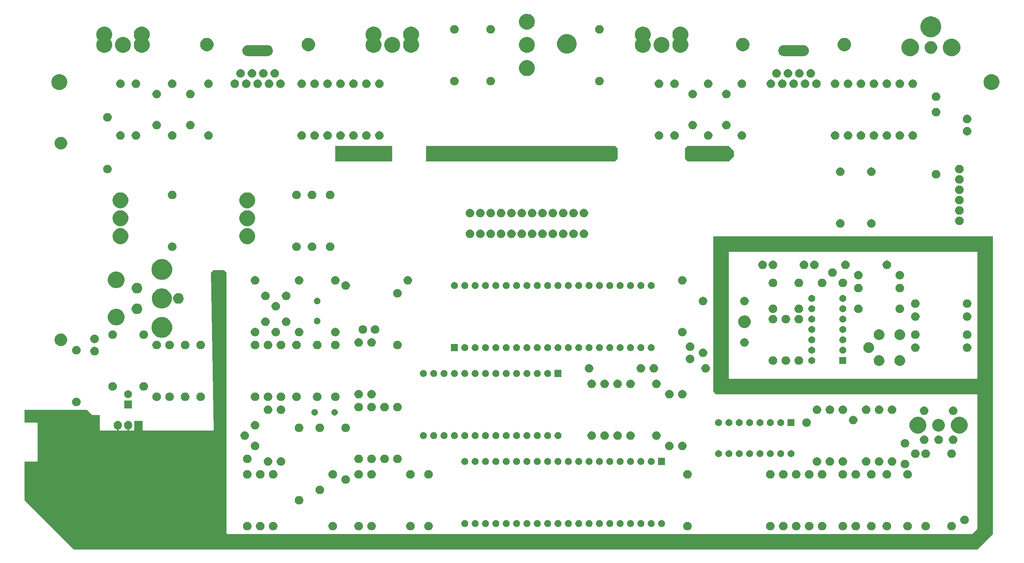
<source format=gbr>
G04 #@! TF.GenerationSoftware,KiCad,Pcbnew,(5.1.4)-1*
G04 #@! TF.CreationDate,2021-01-10T11:13:25+01:00*
G04 #@! TF.ProjectId,JrBoard,4a72426f-6172-4642-9e6b-696361645f70,rev?*
G04 #@! TF.SameCoordinates,Original*
G04 #@! TF.FileFunction,Soldermask,Top*
G04 #@! TF.FilePolarity,Negative*
%FSLAX46Y46*%
G04 Gerber Fmt 4.6, Leading zero omitted, Abs format (unit mm)*
G04 Created by KiCad (PCBNEW (5.1.4)-1) date 2021-01-10 11:13:25*
%MOMM*%
%LPD*%
G04 APERTURE LIST*
%ADD10C,0.100000*%
G04 APERTURE END LIST*
D10*
G36*
X264125000Y-150555000D02*
G01*
X260315000Y-154365000D01*
X38700000Y-154365000D01*
X26635000Y-142300000D01*
X26635000Y-132775000D01*
X29685001Y-132775000D01*
X29709387Y-132772598D01*
X29732836Y-132765485D01*
X29754447Y-132753934D01*
X29773389Y-132738389D01*
X29788934Y-132719447D01*
X29800485Y-132697836D01*
X29807598Y-132674387D01*
X29810000Y-132650001D01*
X29810000Y-123374999D01*
X29807598Y-123350613D01*
X29800485Y-123327164D01*
X29788934Y-123305553D01*
X29773389Y-123286611D01*
X29754447Y-123271066D01*
X29732836Y-123259515D01*
X29709387Y-123252402D01*
X29685001Y-123250000D01*
X26635000Y-123250000D01*
X26635000Y-120075000D01*
X41875000Y-120075000D01*
X43108389Y-121308389D01*
X43127331Y-121323934D01*
X43148942Y-121335485D01*
X43172391Y-121342598D01*
X43196777Y-121345000D01*
X45050000Y-121345000D01*
X45050000Y-125030001D01*
X45052402Y-125054387D01*
X45059515Y-125077836D01*
X45071066Y-125099447D01*
X45086611Y-125118389D01*
X45105553Y-125133934D01*
X45127164Y-125145485D01*
X45150613Y-125152598D01*
X45174999Y-125155000D01*
X49225418Y-125155000D01*
X49249804Y-125152598D01*
X49273253Y-125145485D01*
X49294864Y-125133934D01*
X49313806Y-125118389D01*
X49329351Y-125099447D01*
X49340902Y-125077836D01*
X49348015Y-125054387D01*
X49350417Y-125030001D01*
X49348015Y-125005615D01*
X49340902Y-124982166D01*
X49329351Y-124960555D01*
X49313806Y-124941613D01*
X49294864Y-124926068D01*
X49273253Y-124914517D01*
X49261713Y-124910388D01*
X49109119Y-124864099D01*
X48934788Y-124770917D01*
X48781985Y-124645515D01*
X48656583Y-124492712D01*
X48597852Y-124382833D01*
X48563402Y-124318383D01*
X48531567Y-124213436D01*
X48506020Y-124129219D01*
X48491500Y-123981793D01*
X48491500Y-123788206D01*
X48506020Y-123640780D01*
X48563401Y-123451619D01*
X48656583Y-123277288D01*
X48781985Y-123124485D01*
X48934788Y-122999083D01*
X49109120Y-122905901D01*
X49298281Y-122848520D01*
X49495000Y-122829145D01*
X49691720Y-122848520D01*
X49880881Y-122905901D01*
X50055212Y-122999083D01*
X50208015Y-123124485D01*
X50333417Y-123277288D01*
X50338472Y-123286746D01*
X50426598Y-123451617D01*
X50426599Y-123451620D01*
X50483980Y-123640781D01*
X50498500Y-123788207D01*
X50498500Y-123981794D01*
X50483980Y-124129220D01*
X50426599Y-124318381D01*
X50333417Y-124492712D01*
X50208015Y-124645515D01*
X50055212Y-124770917D01*
X49973333Y-124814682D01*
X49880883Y-124864098D01*
X49880880Y-124864099D01*
X49728291Y-124910386D01*
X49705657Y-124919762D01*
X49685283Y-124933375D01*
X49667956Y-124950702D01*
X49654342Y-124971077D01*
X49644965Y-124993715D01*
X49640184Y-125017749D01*
X49640184Y-125042253D01*
X49644964Y-125066286D01*
X49654342Y-125088925D01*
X49667955Y-125109299D01*
X49685282Y-125126626D01*
X49705657Y-125140240D01*
X49728295Y-125149617D01*
X49752329Y-125154398D01*
X49764581Y-125155000D01*
X51765418Y-125155000D01*
X51789804Y-125152598D01*
X51813253Y-125145485D01*
X51834864Y-125133934D01*
X51853806Y-125118389D01*
X51869351Y-125099447D01*
X51880902Y-125077836D01*
X51888015Y-125054387D01*
X51890417Y-125030001D01*
X51888015Y-125005615D01*
X51880902Y-124982166D01*
X51869351Y-124960555D01*
X51853806Y-124941613D01*
X51834864Y-124926068D01*
X51813253Y-124914517D01*
X51801713Y-124910388D01*
X51649119Y-124864099D01*
X51474788Y-124770917D01*
X51321985Y-124645515D01*
X51196583Y-124492712D01*
X51137852Y-124382833D01*
X51103402Y-124318383D01*
X51071567Y-124213436D01*
X51046020Y-124129219D01*
X51031500Y-123981793D01*
X51031500Y-123788206D01*
X51046020Y-123640780D01*
X51103401Y-123451619D01*
X51196583Y-123277288D01*
X51321985Y-123124485D01*
X51474788Y-122999083D01*
X51649120Y-122905901D01*
X51838281Y-122848520D01*
X52035000Y-122829145D01*
X52231720Y-122848520D01*
X52420881Y-122905901D01*
X52595212Y-122999083D01*
X52748015Y-123124485D01*
X52873417Y-123277288D01*
X52878472Y-123286746D01*
X52966598Y-123451617D01*
X52966599Y-123451620D01*
X53023980Y-123640781D01*
X53038500Y-123788207D01*
X53038500Y-123981794D01*
X53023980Y-124129220D01*
X52966599Y-124318381D01*
X52873417Y-124492712D01*
X52748015Y-124645515D01*
X52595212Y-124770917D01*
X52513333Y-124814682D01*
X52420883Y-124864098D01*
X52420880Y-124864099D01*
X52268291Y-124910386D01*
X52245657Y-124919762D01*
X52225283Y-124933375D01*
X52207956Y-124950702D01*
X52194342Y-124971077D01*
X52184965Y-124993715D01*
X52180184Y-125017749D01*
X52180184Y-125042253D01*
X52184964Y-125066286D01*
X52194342Y-125088925D01*
X52207955Y-125109299D01*
X52225282Y-125126626D01*
X52245657Y-125140240D01*
X52268295Y-125149617D01*
X52292329Y-125154398D01*
X52304581Y-125155000D01*
X53446501Y-125155000D01*
X53470887Y-125152598D01*
X53494336Y-125145485D01*
X53515947Y-125133934D01*
X53534889Y-125118389D01*
X53550434Y-125099447D01*
X53561985Y-125077836D01*
X53569098Y-125054387D01*
X53571500Y-125030001D01*
X53571500Y-122834000D01*
X55578500Y-122834000D01*
X55578500Y-125030001D01*
X55580902Y-125054387D01*
X55588015Y-125077836D01*
X55599566Y-125099447D01*
X55615111Y-125118389D01*
X55634053Y-125133934D01*
X55655664Y-125145485D01*
X55679113Y-125152598D01*
X55703499Y-125155000D01*
X72852726Y-125155000D01*
X72877112Y-125152598D01*
X72900561Y-125145485D01*
X72922172Y-125133934D01*
X72941114Y-125118389D01*
X72956659Y-125099447D01*
X72968210Y-125077836D01*
X72975323Y-125054387D01*
X72977709Y-125027985D01*
X72355099Y-86426141D01*
X72355000Y-86420000D01*
X72990000Y-85785000D01*
X75530000Y-85785000D01*
X76165000Y-86420000D01*
X76165000Y-150430001D01*
X76167402Y-150454387D01*
X76174515Y-150477836D01*
X76186066Y-150499447D01*
X76201611Y-150518389D01*
X76220553Y-150533934D01*
X76242164Y-150545485D01*
X76265613Y-150552598D01*
X76289999Y-150555000D01*
X258993223Y-150555000D01*
X259017609Y-150552598D01*
X259041058Y-150545485D01*
X259062669Y-150533934D01*
X259081611Y-150518389D01*
X260278389Y-149321611D01*
X260293934Y-149302669D01*
X260305485Y-149281058D01*
X260312598Y-149257609D01*
X260315000Y-149233223D01*
X260315000Y-116389999D01*
X260312598Y-116365613D01*
X260305485Y-116342164D01*
X260293934Y-116320553D01*
X260278389Y-116301611D01*
X260259447Y-116286066D01*
X260237836Y-116274515D01*
X260214387Y-116267402D01*
X260190001Y-116265000D01*
X196180000Y-116265000D01*
X195545000Y-115630000D01*
X195545000Y-81464999D01*
X199355000Y-81464999D01*
X199355000Y-112330001D01*
X199357402Y-112354387D01*
X199364515Y-112377836D01*
X199376066Y-112399447D01*
X199391611Y-112418389D01*
X199410553Y-112433934D01*
X199432164Y-112445485D01*
X199455613Y-112452598D01*
X199479999Y-112455000D01*
X260190001Y-112455000D01*
X260214387Y-112452598D01*
X260237836Y-112445485D01*
X260259447Y-112433934D01*
X260278389Y-112418389D01*
X260293934Y-112399447D01*
X260305485Y-112377836D01*
X260312598Y-112354387D01*
X260315000Y-112330001D01*
X260315000Y-81464999D01*
X260312598Y-81440613D01*
X260305485Y-81417164D01*
X260293934Y-81395553D01*
X260278389Y-81376611D01*
X260259447Y-81361066D01*
X260237836Y-81349515D01*
X260214387Y-81342402D01*
X260190001Y-81340000D01*
X199479999Y-81340000D01*
X199455613Y-81342402D01*
X199432164Y-81349515D01*
X199410553Y-81361066D01*
X199391611Y-81376611D01*
X199376066Y-81395553D01*
X199364515Y-81417164D01*
X199357402Y-81440613D01*
X199355000Y-81464999D01*
X195545000Y-81464999D01*
X195545000Y-77530000D01*
X264125000Y-77530000D01*
X264125000Y-150555000D01*
X264125000Y-150555000D01*
G37*
G36*
X236423749Y-106710610D02*
G01*
X236570322Y-106739765D01*
X236688304Y-106788635D01*
X236810727Y-106839344D01*
X236810728Y-106839345D01*
X237027089Y-106983912D01*
X237211088Y-107167911D01*
X237298675Y-107298995D01*
X237355656Y-107384273D01*
X237396903Y-107483852D01*
X237455235Y-107624678D01*
X237470901Y-107703436D01*
X237506000Y-107879891D01*
X237506000Y-108140109D01*
X237480618Y-108267714D01*
X237455235Y-108395322D01*
X237408631Y-108507833D01*
X237355656Y-108635727D01*
X237355655Y-108635728D01*
X237211088Y-108852089D01*
X237027089Y-109036088D01*
X236989805Y-109061000D01*
X236810727Y-109180656D01*
X236711148Y-109221903D01*
X236570322Y-109280235D01*
X236442714Y-109305618D01*
X236315109Y-109331000D01*
X236054891Y-109331000D01*
X235927286Y-109305618D01*
X235799678Y-109280235D01*
X235658852Y-109221903D01*
X235559273Y-109180656D01*
X235380195Y-109061000D01*
X235342911Y-109036088D01*
X235158912Y-108852089D01*
X235014345Y-108635728D01*
X235014344Y-108635727D01*
X234961369Y-108507833D01*
X234914765Y-108395322D01*
X234889382Y-108267714D01*
X234864000Y-108140109D01*
X234864000Y-107879891D01*
X234899099Y-107703436D01*
X234914765Y-107624678D01*
X234973097Y-107483852D01*
X235014344Y-107384273D01*
X235071325Y-107298995D01*
X235158912Y-107167911D01*
X235342911Y-106983912D01*
X235559272Y-106839345D01*
X235559273Y-106839344D01*
X235681696Y-106788635D01*
X235799678Y-106739765D01*
X235946251Y-106710610D01*
X236054891Y-106689000D01*
X236315109Y-106689000D01*
X236423749Y-106710610D01*
X236423749Y-106710610D01*
G37*
G36*
X241503749Y-106710610D02*
G01*
X241650322Y-106739765D01*
X241768304Y-106788635D01*
X241890727Y-106839344D01*
X241890728Y-106839345D01*
X242107089Y-106983912D01*
X242291088Y-107167911D01*
X242378675Y-107298995D01*
X242435656Y-107384273D01*
X242476903Y-107483852D01*
X242535235Y-107624678D01*
X242550901Y-107703436D01*
X242586000Y-107879891D01*
X242586000Y-108140109D01*
X242560618Y-108267714D01*
X242535235Y-108395322D01*
X242488631Y-108507833D01*
X242435656Y-108635727D01*
X242435655Y-108635728D01*
X242291088Y-108852089D01*
X242107089Y-109036088D01*
X242069805Y-109061000D01*
X241890727Y-109180656D01*
X241791148Y-109221903D01*
X241650322Y-109280235D01*
X241522714Y-109305618D01*
X241395109Y-109331000D01*
X241134891Y-109331000D01*
X241007286Y-109305618D01*
X240879678Y-109280235D01*
X240738852Y-109221903D01*
X240639273Y-109180656D01*
X240460195Y-109061000D01*
X240422911Y-109036088D01*
X240238912Y-108852089D01*
X240094345Y-108635728D01*
X240094344Y-108635727D01*
X240041369Y-108507833D01*
X239994765Y-108395322D01*
X239969382Y-108267714D01*
X239944000Y-108140109D01*
X239944000Y-107879891D01*
X239979099Y-107703436D01*
X239994765Y-107624678D01*
X240053097Y-107483852D01*
X240094344Y-107384273D01*
X240151325Y-107298995D01*
X240238912Y-107167911D01*
X240422911Y-106983912D01*
X240639272Y-106839345D01*
X240639273Y-106839344D01*
X240761696Y-106788635D01*
X240879678Y-106739765D01*
X241026251Y-106710610D01*
X241134891Y-106689000D01*
X241395109Y-106689000D01*
X241503749Y-106710610D01*
X241503749Y-106710610D01*
G37*
G36*
X213631564Y-106999389D02*
G01*
X213720880Y-107036385D01*
X213822835Y-107078616D01*
X213994973Y-107193635D01*
X214141365Y-107340027D01*
X214249249Y-107501486D01*
X214256385Y-107512167D01*
X214335611Y-107703436D01*
X214376000Y-107906484D01*
X214376000Y-108113516D01*
X214335611Y-108316564D01*
X214302989Y-108395320D01*
X214256384Y-108507835D01*
X214141365Y-108679973D01*
X213994973Y-108826365D01*
X213822835Y-108941384D01*
X213822834Y-108941385D01*
X213822833Y-108941385D01*
X213631564Y-109020611D01*
X213428516Y-109061000D01*
X213221484Y-109061000D01*
X213018436Y-109020611D01*
X212827167Y-108941385D01*
X212827166Y-108941385D01*
X212827165Y-108941384D01*
X212655027Y-108826365D01*
X212508635Y-108679973D01*
X212393616Y-108507835D01*
X212347011Y-108395320D01*
X212314389Y-108316564D01*
X212274000Y-108113516D01*
X212274000Y-107906484D01*
X212314389Y-107703436D01*
X212393615Y-107512167D01*
X212400752Y-107501486D01*
X212508635Y-107340027D01*
X212655027Y-107193635D01*
X212827165Y-107078616D01*
X212929120Y-107036385D01*
X213018436Y-106999389D01*
X213221484Y-106959000D01*
X213428516Y-106959000D01*
X213631564Y-106999389D01*
X213631564Y-106999389D01*
G37*
G36*
X216806564Y-106999389D02*
G01*
X216895880Y-107036385D01*
X216997835Y-107078616D01*
X217169973Y-107193635D01*
X217316365Y-107340027D01*
X217424249Y-107501486D01*
X217431385Y-107512167D01*
X217510611Y-107703436D01*
X217551000Y-107906484D01*
X217551000Y-108113516D01*
X217510611Y-108316564D01*
X217477989Y-108395320D01*
X217431384Y-108507835D01*
X217316365Y-108679973D01*
X217169973Y-108826365D01*
X216997835Y-108941384D01*
X216997834Y-108941385D01*
X216997833Y-108941385D01*
X216806564Y-109020611D01*
X216603516Y-109061000D01*
X216396484Y-109061000D01*
X216193436Y-109020611D01*
X216002167Y-108941385D01*
X216002166Y-108941385D01*
X216002165Y-108941384D01*
X215830027Y-108826365D01*
X215683635Y-108679973D01*
X215568616Y-108507835D01*
X215522011Y-108395320D01*
X215489389Y-108316564D01*
X215449000Y-108113516D01*
X215449000Y-107906484D01*
X215489389Y-107703436D01*
X215568615Y-107512167D01*
X215575752Y-107501486D01*
X215683635Y-107340027D01*
X215830027Y-107193635D01*
X216002165Y-107078616D01*
X216104120Y-107036385D01*
X216193436Y-106999389D01*
X216396484Y-106959000D01*
X216603516Y-106959000D01*
X216806564Y-106999389D01*
X216806564Y-106999389D01*
G37*
G36*
X210456564Y-106999389D02*
G01*
X210545880Y-107036385D01*
X210647835Y-107078616D01*
X210819973Y-107193635D01*
X210966365Y-107340027D01*
X211074249Y-107501486D01*
X211081385Y-107512167D01*
X211160611Y-107703436D01*
X211201000Y-107906484D01*
X211201000Y-108113516D01*
X211160611Y-108316564D01*
X211127989Y-108395320D01*
X211081384Y-108507835D01*
X210966365Y-108679973D01*
X210819973Y-108826365D01*
X210647835Y-108941384D01*
X210647834Y-108941385D01*
X210647833Y-108941385D01*
X210456564Y-109020611D01*
X210253516Y-109061000D01*
X210046484Y-109061000D01*
X209843436Y-109020611D01*
X209652167Y-108941385D01*
X209652166Y-108941385D01*
X209652165Y-108941384D01*
X209480027Y-108826365D01*
X209333635Y-108679973D01*
X209218616Y-108507835D01*
X209172011Y-108395320D01*
X209139389Y-108316564D01*
X209099000Y-108113516D01*
X209099000Y-107906484D01*
X209139389Y-107703436D01*
X209218615Y-107512167D01*
X209225752Y-107501486D01*
X209333635Y-107340027D01*
X209480027Y-107193635D01*
X209652165Y-107078616D01*
X209754120Y-107036385D01*
X209843436Y-106999389D01*
X210046484Y-106959000D01*
X210253516Y-106959000D01*
X210456564Y-106999389D01*
X210456564Y-106999389D01*
G37*
G36*
X228146000Y-108861000D02*
G01*
X226444000Y-108861000D01*
X226444000Y-107159000D01*
X228146000Y-107159000D01*
X228146000Y-108861000D01*
X228146000Y-108861000D01*
G37*
G36*
X219841823Y-107171313D02*
G01*
X220002242Y-107219976D01*
X220134906Y-107290886D01*
X220150078Y-107298996D01*
X220279659Y-107405341D01*
X220386004Y-107534922D01*
X220386005Y-107534924D01*
X220465024Y-107682758D01*
X220513687Y-107843177D01*
X220530117Y-108010000D01*
X220513687Y-108176823D01*
X220465024Y-108337242D01*
X220420059Y-108421365D01*
X220386004Y-108485078D01*
X220279659Y-108614659D01*
X220150078Y-108721004D01*
X220150076Y-108721005D01*
X220002242Y-108800024D01*
X219841823Y-108848687D01*
X219716804Y-108861000D01*
X219633196Y-108861000D01*
X219508177Y-108848687D01*
X219347758Y-108800024D01*
X219199924Y-108721005D01*
X219199922Y-108721004D01*
X219070341Y-108614659D01*
X218963996Y-108485078D01*
X218929941Y-108421365D01*
X218884976Y-108337242D01*
X218836313Y-108176823D01*
X218819883Y-108010000D01*
X218836313Y-107843177D01*
X218884976Y-107682758D01*
X218963995Y-107534924D01*
X218963996Y-107534922D01*
X219070341Y-107405341D01*
X219199922Y-107298996D01*
X219215094Y-107290886D01*
X219347758Y-107219976D01*
X219508177Y-107171313D01*
X219633196Y-107159000D01*
X219716804Y-107159000D01*
X219841823Y-107171313D01*
X219841823Y-107171313D01*
G37*
G36*
X219841823Y-104631313D02*
G01*
X220002242Y-104679976D01*
X220098610Y-104731486D01*
X220150078Y-104758996D01*
X220279659Y-104865341D01*
X220386004Y-104994922D01*
X220386005Y-104994924D01*
X220465024Y-105142758D01*
X220513687Y-105303177D01*
X220530117Y-105470000D01*
X220513687Y-105636823D01*
X220465024Y-105797242D01*
X220417582Y-105886000D01*
X220386004Y-105945078D01*
X220279659Y-106074659D01*
X220150078Y-106181004D01*
X220150076Y-106181005D01*
X220002242Y-106260024D01*
X219841823Y-106308687D01*
X219716804Y-106321000D01*
X219633196Y-106321000D01*
X219508177Y-106308687D01*
X219347758Y-106260024D01*
X219199924Y-106181005D01*
X219199922Y-106181004D01*
X219070341Y-106074659D01*
X218963996Y-105945078D01*
X218932418Y-105886000D01*
X218884976Y-105797242D01*
X218836313Y-105636823D01*
X218819883Y-105470000D01*
X218836313Y-105303177D01*
X218884976Y-105142758D01*
X218963995Y-104994924D01*
X218963996Y-104994922D01*
X219070341Y-104865341D01*
X219199922Y-104758996D01*
X219251390Y-104731486D01*
X219347758Y-104679976D01*
X219508177Y-104631313D01*
X219633196Y-104619000D01*
X219716804Y-104619000D01*
X219841823Y-104631313D01*
X219841823Y-104631313D01*
G37*
G36*
X227461823Y-104631313D02*
G01*
X227622242Y-104679976D01*
X227718610Y-104731486D01*
X227770078Y-104758996D01*
X227899659Y-104865341D01*
X228006004Y-104994922D01*
X228006005Y-104994924D01*
X228085024Y-105142758D01*
X228133687Y-105303177D01*
X228150117Y-105470000D01*
X228133687Y-105636823D01*
X228085024Y-105797242D01*
X228037582Y-105886000D01*
X228006004Y-105945078D01*
X227899659Y-106074659D01*
X227770078Y-106181004D01*
X227770076Y-106181005D01*
X227622242Y-106260024D01*
X227461823Y-106308687D01*
X227336804Y-106321000D01*
X227253196Y-106321000D01*
X227128177Y-106308687D01*
X226967758Y-106260024D01*
X226819924Y-106181005D01*
X226819922Y-106181004D01*
X226690341Y-106074659D01*
X226583996Y-105945078D01*
X226552418Y-105886000D01*
X226504976Y-105797242D01*
X226456313Y-105636823D01*
X226439883Y-105470000D01*
X226456313Y-105303177D01*
X226504976Y-105142758D01*
X226583995Y-104994924D01*
X226583996Y-104994922D01*
X226690341Y-104865341D01*
X226819922Y-104758996D01*
X226871390Y-104731486D01*
X226967758Y-104679976D01*
X227128177Y-104631313D01*
X227253196Y-104619000D01*
X227336804Y-104619000D01*
X227461823Y-104631313D01*
X227461823Y-104631313D01*
G37*
G36*
X233878968Y-103534659D02*
G01*
X234030322Y-103564765D01*
X234171148Y-103623097D01*
X234270727Y-103664344D01*
X234327330Y-103702165D01*
X234487089Y-103808912D01*
X234671088Y-103992911D01*
X234717808Y-104062833D01*
X234815656Y-104209273D01*
X234826301Y-104234973D01*
X234915235Y-104449678D01*
X234932926Y-104538616D01*
X234966000Y-104704891D01*
X234966000Y-104965109D01*
X234955804Y-105016365D01*
X234915235Y-105220322D01*
X234868631Y-105332833D01*
X234815656Y-105460727D01*
X234815655Y-105460728D01*
X234671088Y-105677089D01*
X234487089Y-105861088D01*
X234449805Y-105886000D01*
X234270727Y-106005656D01*
X234171148Y-106046903D01*
X234030322Y-106105235D01*
X233902715Y-106130617D01*
X233775109Y-106156000D01*
X233514891Y-106156000D01*
X233387285Y-106130617D01*
X233259678Y-106105235D01*
X233118852Y-106046903D01*
X233019273Y-106005656D01*
X232840195Y-105886000D01*
X232802911Y-105861088D01*
X232618912Y-105677089D01*
X232474345Y-105460728D01*
X232474344Y-105460727D01*
X232421369Y-105332833D01*
X232374765Y-105220322D01*
X232334196Y-105016365D01*
X232324000Y-104965109D01*
X232324000Y-104704891D01*
X232357074Y-104538616D01*
X232374765Y-104449678D01*
X232463699Y-104234973D01*
X232474344Y-104209273D01*
X232572192Y-104062833D01*
X232618912Y-103992911D01*
X232802911Y-103808912D01*
X232962670Y-103702165D01*
X233019273Y-103664344D01*
X233118852Y-103623097D01*
X233259678Y-103564765D01*
X233411032Y-103534659D01*
X233514891Y-103514000D01*
X233775109Y-103514000D01*
X233878968Y-103534659D01*
X233878968Y-103534659D01*
G37*
G36*
X258081564Y-103824389D02*
G01*
X258272833Y-103903615D01*
X258272835Y-103903616D01*
X258444973Y-104018635D01*
X258591365Y-104165027D01*
X258620929Y-104209272D01*
X258706385Y-104337167D01*
X258785611Y-104528436D01*
X258826000Y-104731484D01*
X258826000Y-104938516D01*
X258785611Y-105141564D01*
X258718669Y-105303177D01*
X258706384Y-105332835D01*
X258591365Y-105504973D01*
X258444973Y-105651365D01*
X258272835Y-105766384D01*
X258272834Y-105766385D01*
X258272833Y-105766385D01*
X258081564Y-105845611D01*
X257878516Y-105886000D01*
X257671484Y-105886000D01*
X257468436Y-105845611D01*
X257277167Y-105766385D01*
X257277166Y-105766385D01*
X257277165Y-105766384D01*
X257105027Y-105651365D01*
X256958635Y-105504973D01*
X256843616Y-105332835D01*
X256831331Y-105303177D01*
X256764389Y-105141564D01*
X256724000Y-104938516D01*
X256724000Y-104731484D01*
X256764389Y-104528436D01*
X256843615Y-104337167D01*
X256929072Y-104209272D01*
X256958635Y-104165027D01*
X257105027Y-104018635D01*
X257277165Y-103903616D01*
X257277167Y-103903615D01*
X257468436Y-103824389D01*
X257671484Y-103784000D01*
X257878516Y-103784000D01*
X258081564Y-103824389D01*
X258081564Y-103824389D01*
G37*
G36*
X245381564Y-103824389D02*
G01*
X245572833Y-103903615D01*
X245572835Y-103903616D01*
X245744973Y-104018635D01*
X245891365Y-104165027D01*
X245920929Y-104209272D01*
X246006385Y-104337167D01*
X246085611Y-104528436D01*
X246126000Y-104731484D01*
X246126000Y-104938516D01*
X246085611Y-105141564D01*
X246018669Y-105303177D01*
X246006384Y-105332835D01*
X245891365Y-105504973D01*
X245744973Y-105651365D01*
X245572835Y-105766384D01*
X245572834Y-105766385D01*
X245572833Y-105766385D01*
X245381564Y-105845611D01*
X245178516Y-105886000D01*
X244971484Y-105886000D01*
X244768436Y-105845611D01*
X244577167Y-105766385D01*
X244577166Y-105766385D01*
X244577165Y-105766384D01*
X244405027Y-105651365D01*
X244258635Y-105504973D01*
X244143616Y-105332835D01*
X244131331Y-105303177D01*
X244064389Y-105141564D01*
X244024000Y-104938516D01*
X244024000Y-104731484D01*
X244064389Y-104528436D01*
X244143615Y-104337167D01*
X244229072Y-104209272D01*
X244258635Y-104165027D01*
X244405027Y-104018635D01*
X244577165Y-103903616D01*
X244577167Y-103903615D01*
X244768436Y-103824389D01*
X244971484Y-103784000D01*
X245178516Y-103784000D01*
X245381564Y-103824389D01*
X245381564Y-103824389D01*
G37*
G36*
X203471564Y-102554389D02*
G01*
X203662833Y-102633615D01*
X203662835Y-102633616D01*
X203834973Y-102748635D01*
X203981365Y-102895027D01*
X204055892Y-103006564D01*
X204096385Y-103067167D01*
X204175611Y-103258436D01*
X204216000Y-103461484D01*
X204216000Y-103668516D01*
X204175611Y-103871564D01*
X204096385Y-104062833D01*
X204096384Y-104062835D01*
X203981365Y-104234973D01*
X203834973Y-104381365D01*
X203662835Y-104496384D01*
X203662834Y-104496385D01*
X203662833Y-104496385D01*
X203471564Y-104575611D01*
X203268516Y-104616000D01*
X203061484Y-104616000D01*
X202858436Y-104575611D01*
X202667167Y-104496385D01*
X202667166Y-104496385D01*
X202667165Y-104496384D01*
X202495027Y-104381365D01*
X202348635Y-104234973D01*
X202233616Y-104062835D01*
X202233615Y-104062833D01*
X202154389Y-103871564D01*
X202114000Y-103668516D01*
X202114000Y-103461484D01*
X202154389Y-103258436D01*
X202233615Y-103067167D01*
X202274109Y-103006564D01*
X202348635Y-102895027D01*
X202495027Y-102748635D01*
X202667165Y-102633616D01*
X202667167Y-102633615D01*
X202858436Y-102554389D01*
X203061484Y-102514000D01*
X203268516Y-102514000D01*
X203471564Y-102554389D01*
X203471564Y-102554389D01*
G37*
G36*
X227461823Y-102091313D02*
G01*
X227622242Y-102139976D01*
X227725794Y-102195326D01*
X227770078Y-102218996D01*
X227899659Y-102325341D01*
X228006004Y-102454922D01*
X228006005Y-102454924D01*
X228085024Y-102602758D01*
X228133687Y-102763177D01*
X228150117Y-102930000D01*
X228133687Y-103096823D01*
X228085024Y-103257242D01*
X228078944Y-103268616D01*
X228006004Y-103405078D01*
X227899659Y-103534659D01*
X227770078Y-103641004D01*
X227770076Y-103641005D01*
X227622242Y-103720024D01*
X227461823Y-103768687D01*
X227336804Y-103781000D01*
X227253196Y-103781000D01*
X227128177Y-103768687D01*
X226967758Y-103720024D01*
X226819924Y-103641005D01*
X226819922Y-103641004D01*
X226690341Y-103534659D01*
X226583996Y-103405078D01*
X226511056Y-103268616D01*
X226504976Y-103257242D01*
X226456313Y-103096823D01*
X226439883Y-102930000D01*
X226456313Y-102763177D01*
X226504976Y-102602758D01*
X226583995Y-102454924D01*
X226583996Y-102454922D01*
X226690341Y-102325341D01*
X226819922Y-102218996D01*
X226864206Y-102195326D01*
X226967758Y-102139976D01*
X227128177Y-102091313D01*
X227253196Y-102079000D01*
X227336804Y-102079000D01*
X227461823Y-102091313D01*
X227461823Y-102091313D01*
G37*
G36*
X219841823Y-102091313D02*
G01*
X220002242Y-102139976D01*
X220105794Y-102195326D01*
X220150078Y-102218996D01*
X220279659Y-102325341D01*
X220386004Y-102454922D01*
X220386005Y-102454924D01*
X220465024Y-102602758D01*
X220513687Y-102763177D01*
X220530117Y-102930000D01*
X220513687Y-103096823D01*
X220465024Y-103257242D01*
X220458944Y-103268616D01*
X220386004Y-103405078D01*
X220279659Y-103534659D01*
X220150078Y-103641004D01*
X220150076Y-103641005D01*
X220002242Y-103720024D01*
X219841823Y-103768687D01*
X219716804Y-103781000D01*
X219633196Y-103781000D01*
X219508177Y-103768687D01*
X219347758Y-103720024D01*
X219199924Y-103641005D01*
X219199922Y-103641004D01*
X219070341Y-103534659D01*
X218963996Y-103405078D01*
X218891056Y-103268616D01*
X218884976Y-103257242D01*
X218836313Y-103096823D01*
X218819883Y-102930000D01*
X218836313Y-102763177D01*
X218884976Y-102602758D01*
X218963995Y-102454924D01*
X218963996Y-102454922D01*
X219070341Y-102325341D01*
X219199922Y-102218996D01*
X219244206Y-102195326D01*
X219347758Y-102139976D01*
X219508177Y-102091313D01*
X219633196Y-102079000D01*
X219716804Y-102079000D01*
X219841823Y-102091313D01*
X219841823Y-102091313D01*
G37*
G36*
X241522714Y-100364382D02*
G01*
X241650322Y-100389765D01*
X241791148Y-100448097D01*
X241890727Y-100489344D01*
X241947330Y-100527165D01*
X242107089Y-100633912D01*
X242291088Y-100817911D01*
X242337808Y-100887833D01*
X242435656Y-101034273D01*
X242463297Y-101101005D01*
X242535235Y-101274678D01*
X242550901Y-101353436D01*
X242581679Y-101508167D01*
X242586000Y-101529893D01*
X242586000Y-101790107D01*
X242535235Y-102045322D01*
X242488631Y-102157833D01*
X242435656Y-102285727D01*
X242402755Y-102334967D01*
X242291088Y-102502089D01*
X242107089Y-102686088D01*
X241970671Y-102777239D01*
X241890727Y-102830656D01*
X241791148Y-102871903D01*
X241650322Y-102930235D01*
X241522714Y-102955618D01*
X241395109Y-102981000D01*
X241134891Y-102981000D01*
X241007286Y-102955618D01*
X240879678Y-102930235D01*
X240738852Y-102871903D01*
X240639273Y-102830656D01*
X240559329Y-102777239D01*
X240422911Y-102686088D01*
X240238912Y-102502089D01*
X240127245Y-102334967D01*
X240094344Y-102285727D01*
X240041369Y-102157833D01*
X239994765Y-102045322D01*
X239944000Y-101790107D01*
X239944000Y-101529893D01*
X239948322Y-101508167D01*
X239979099Y-101353436D01*
X239994765Y-101274678D01*
X240066703Y-101101005D01*
X240094344Y-101034273D01*
X240192192Y-100887833D01*
X240238912Y-100817911D01*
X240422911Y-100633912D01*
X240582670Y-100527165D01*
X240639273Y-100489344D01*
X240738852Y-100448097D01*
X240879678Y-100389765D01*
X241007285Y-100364383D01*
X241134891Y-100339000D01*
X241395109Y-100339000D01*
X241522714Y-100364382D01*
X241522714Y-100364382D01*
G37*
G36*
X236442714Y-100364382D02*
G01*
X236570322Y-100389765D01*
X236711148Y-100448097D01*
X236810727Y-100489344D01*
X236867330Y-100527165D01*
X237027089Y-100633912D01*
X237211088Y-100817911D01*
X237257808Y-100887833D01*
X237355656Y-101034273D01*
X237383297Y-101101005D01*
X237455235Y-101274678D01*
X237470901Y-101353436D01*
X237501679Y-101508167D01*
X237506000Y-101529893D01*
X237506000Y-101790107D01*
X237455235Y-102045322D01*
X237408631Y-102157833D01*
X237355656Y-102285727D01*
X237322755Y-102334967D01*
X237211088Y-102502089D01*
X237027089Y-102686088D01*
X236890671Y-102777239D01*
X236810727Y-102830656D01*
X236711148Y-102871903D01*
X236570322Y-102930235D01*
X236442714Y-102955618D01*
X236315109Y-102981000D01*
X236054891Y-102981000D01*
X235927286Y-102955618D01*
X235799678Y-102930235D01*
X235658852Y-102871903D01*
X235559273Y-102830656D01*
X235479329Y-102777239D01*
X235342911Y-102686088D01*
X235158912Y-102502089D01*
X235047245Y-102334967D01*
X235014344Y-102285727D01*
X234961369Y-102157833D01*
X234914765Y-102045322D01*
X234864000Y-101790107D01*
X234864000Y-101529893D01*
X234868322Y-101508167D01*
X234899099Y-101353436D01*
X234914765Y-101274678D01*
X234986703Y-101101005D01*
X235014344Y-101034273D01*
X235112192Y-100887833D01*
X235158912Y-100817911D01*
X235342911Y-100633912D01*
X235502670Y-100527165D01*
X235559273Y-100489344D01*
X235658852Y-100448097D01*
X235799678Y-100389765D01*
X235927285Y-100364383D01*
X236054891Y-100339000D01*
X236315109Y-100339000D01*
X236442714Y-100364382D01*
X236442714Y-100364382D01*
G37*
G36*
X258081564Y-100649389D02*
G01*
X258272833Y-100728615D01*
X258272835Y-100728616D01*
X258444973Y-100843635D01*
X258591365Y-100990027D01*
X258665518Y-101101004D01*
X258706385Y-101162167D01*
X258785611Y-101353436D01*
X258826000Y-101556484D01*
X258826000Y-101763516D01*
X258785611Y-101966564D01*
X258706385Y-102157833D01*
X258706384Y-102157835D01*
X258591365Y-102329973D01*
X258444973Y-102476365D01*
X258272835Y-102591384D01*
X258272834Y-102591385D01*
X258272833Y-102591385D01*
X258081564Y-102670611D01*
X257878516Y-102711000D01*
X257671484Y-102711000D01*
X257468436Y-102670611D01*
X257277167Y-102591385D01*
X257277166Y-102591385D01*
X257277165Y-102591384D01*
X257105027Y-102476365D01*
X256958635Y-102329973D01*
X256843616Y-102157835D01*
X256843615Y-102157833D01*
X256764389Y-101966564D01*
X256724000Y-101763516D01*
X256724000Y-101556484D01*
X256764389Y-101353436D01*
X256843615Y-101162167D01*
X256884483Y-101101004D01*
X256958635Y-100990027D01*
X257105027Y-100843635D01*
X257277165Y-100728616D01*
X257277167Y-100728615D01*
X257468436Y-100649389D01*
X257671484Y-100609000D01*
X257878516Y-100609000D01*
X258081564Y-100649389D01*
X258081564Y-100649389D01*
G37*
G36*
X245381564Y-100649389D02*
G01*
X245572833Y-100728615D01*
X245572835Y-100728616D01*
X245744973Y-100843635D01*
X245891365Y-100990027D01*
X245965518Y-101101004D01*
X246006385Y-101162167D01*
X246085611Y-101353436D01*
X246126000Y-101556484D01*
X246126000Y-101763516D01*
X246085611Y-101966564D01*
X246006385Y-102157833D01*
X246006384Y-102157835D01*
X245891365Y-102329973D01*
X245744973Y-102476365D01*
X245572835Y-102591384D01*
X245572834Y-102591385D01*
X245572833Y-102591385D01*
X245381564Y-102670611D01*
X245178516Y-102711000D01*
X244971484Y-102711000D01*
X244768436Y-102670611D01*
X244577167Y-102591385D01*
X244577166Y-102591385D01*
X244577165Y-102591384D01*
X244405027Y-102476365D01*
X244258635Y-102329973D01*
X244143616Y-102157835D01*
X244143615Y-102157833D01*
X244064389Y-101966564D01*
X244024000Y-101763516D01*
X244024000Y-101556484D01*
X244064389Y-101353436D01*
X244143615Y-101162167D01*
X244184483Y-101101004D01*
X244258635Y-100990027D01*
X244405027Y-100843635D01*
X244577165Y-100728616D01*
X244577167Y-100728615D01*
X244768436Y-100649389D01*
X244971484Y-100609000D01*
X245178516Y-100609000D01*
X245381564Y-100649389D01*
X245381564Y-100649389D01*
G37*
G36*
X227461823Y-99551313D02*
G01*
X227622242Y-99599976D01*
X227679810Y-99630747D01*
X227770078Y-99678996D01*
X227899659Y-99785341D01*
X228006004Y-99914922D01*
X228006005Y-99914924D01*
X228085024Y-100062758D01*
X228133687Y-100223177D01*
X228150117Y-100390000D01*
X228133687Y-100556823D01*
X228085024Y-100717242D01*
X228078944Y-100728616D01*
X228006004Y-100865078D01*
X227899659Y-100994659D01*
X227770078Y-101101004D01*
X227770076Y-101101005D01*
X227622242Y-101180024D01*
X227461823Y-101228687D01*
X227336804Y-101241000D01*
X227253196Y-101241000D01*
X227128177Y-101228687D01*
X226967758Y-101180024D01*
X226819924Y-101101005D01*
X226819922Y-101101004D01*
X226690341Y-100994659D01*
X226583996Y-100865078D01*
X226511056Y-100728616D01*
X226504976Y-100717242D01*
X226456313Y-100556823D01*
X226439883Y-100390000D01*
X226456313Y-100223177D01*
X226504976Y-100062758D01*
X226583995Y-99914924D01*
X226583996Y-99914922D01*
X226690341Y-99785341D01*
X226819922Y-99678996D01*
X226910190Y-99630747D01*
X226967758Y-99599976D01*
X227128177Y-99551313D01*
X227253196Y-99539000D01*
X227336804Y-99539000D01*
X227461823Y-99551313D01*
X227461823Y-99551313D01*
G37*
G36*
X219841823Y-99551313D02*
G01*
X220002242Y-99599976D01*
X220059810Y-99630747D01*
X220150078Y-99678996D01*
X220279659Y-99785341D01*
X220386004Y-99914922D01*
X220386005Y-99914924D01*
X220465024Y-100062758D01*
X220513687Y-100223177D01*
X220530117Y-100390000D01*
X220513687Y-100556823D01*
X220465024Y-100717242D01*
X220458944Y-100728616D01*
X220386004Y-100865078D01*
X220279659Y-100994659D01*
X220150078Y-101101004D01*
X220150076Y-101101005D01*
X220002242Y-101180024D01*
X219841823Y-101228687D01*
X219716804Y-101241000D01*
X219633196Y-101241000D01*
X219508177Y-101228687D01*
X219347758Y-101180024D01*
X219199924Y-101101005D01*
X219199922Y-101101004D01*
X219070341Y-100994659D01*
X218963996Y-100865078D01*
X218891056Y-100728616D01*
X218884976Y-100717242D01*
X218836313Y-100556823D01*
X218819883Y-100390000D01*
X218836313Y-100223177D01*
X218884976Y-100062758D01*
X218963995Y-99914924D01*
X218963996Y-99914922D01*
X219070341Y-99785341D01*
X219199922Y-99678996D01*
X219290190Y-99630747D01*
X219347758Y-99599976D01*
X219508177Y-99551313D01*
X219633196Y-99539000D01*
X219716804Y-99539000D01*
X219841823Y-99551313D01*
X219841823Y-99551313D01*
G37*
G36*
X203467585Y-96963802D02*
G01*
X203617410Y-96993604D01*
X203899674Y-97110521D01*
X204153705Y-97280259D01*
X204369741Y-97496295D01*
X204539479Y-97750326D01*
X204656396Y-98032590D01*
X204656396Y-98032591D01*
X204716000Y-98332239D01*
X204716000Y-98637761D01*
X204708861Y-98673650D01*
X204656396Y-98937410D01*
X204539479Y-99219674D01*
X204369741Y-99473705D01*
X204153705Y-99689741D01*
X203899674Y-99859479D01*
X203617410Y-99976396D01*
X203467585Y-100006198D01*
X203317761Y-100036000D01*
X203012239Y-100036000D01*
X202862415Y-100006198D01*
X202712590Y-99976396D01*
X202430326Y-99859479D01*
X202176295Y-99689741D01*
X201960259Y-99473705D01*
X201790521Y-99219674D01*
X201673604Y-98937410D01*
X201621139Y-98673650D01*
X201614000Y-98637761D01*
X201614000Y-98332239D01*
X201673604Y-98032591D01*
X201673604Y-98032590D01*
X201790521Y-97750326D01*
X201960259Y-97496295D01*
X202176295Y-97280259D01*
X202430326Y-97110521D01*
X202712590Y-96993604D01*
X202862415Y-96963802D01*
X203012239Y-96934000D01*
X203317761Y-96934000D01*
X203467585Y-96963802D01*
X203467585Y-96963802D01*
G37*
G36*
X213631564Y-96839389D02*
G01*
X213822833Y-96918615D01*
X213822835Y-96918616D01*
X213994973Y-97033635D01*
X214141365Y-97180027D01*
X214208339Y-97280260D01*
X214256385Y-97352167D01*
X214335611Y-97543436D01*
X214376000Y-97746484D01*
X214376000Y-97953516D01*
X214335611Y-98156564D01*
X214270601Y-98313513D01*
X214256384Y-98347835D01*
X214141365Y-98519973D01*
X213994973Y-98666365D01*
X213822835Y-98781384D01*
X213822834Y-98781385D01*
X213822833Y-98781385D01*
X213631564Y-98860611D01*
X213428516Y-98901000D01*
X213221484Y-98901000D01*
X213018436Y-98860611D01*
X212827167Y-98781385D01*
X212827166Y-98781385D01*
X212827165Y-98781384D01*
X212655027Y-98666365D01*
X212508635Y-98519973D01*
X212393616Y-98347835D01*
X212379399Y-98313513D01*
X212314389Y-98156564D01*
X212274000Y-97953516D01*
X212274000Y-97746484D01*
X212314389Y-97543436D01*
X212393615Y-97352167D01*
X212441662Y-97280260D01*
X212508635Y-97180027D01*
X212655027Y-97033635D01*
X212827165Y-96918616D01*
X212827167Y-96918615D01*
X213018436Y-96839389D01*
X213221484Y-96799000D01*
X213428516Y-96799000D01*
X213631564Y-96839389D01*
X213631564Y-96839389D01*
G37*
G36*
X210456564Y-96839389D02*
G01*
X210647833Y-96918615D01*
X210647835Y-96918616D01*
X210819973Y-97033635D01*
X210966365Y-97180027D01*
X211033339Y-97280260D01*
X211081385Y-97352167D01*
X211160611Y-97543436D01*
X211201000Y-97746484D01*
X211201000Y-97953516D01*
X211160611Y-98156564D01*
X211095601Y-98313513D01*
X211081384Y-98347835D01*
X210966365Y-98519973D01*
X210819973Y-98666365D01*
X210647835Y-98781384D01*
X210647834Y-98781385D01*
X210647833Y-98781385D01*
X210456564Y-98860611D01*
X210253516Y-98901000D01*
X210046484Y-98901000D01*
X209843436Y-98860611D01*
X209652167Y-98781385D01*
X209652166Y-98781385D01*
X209652165Y-98781384D01*
X209480027Y-98666365D01*
X209333635Y-98519973D01*
X209218616Y-98347835D01*
X209204399Y-98313513D01*
X209139389Y-98156564D01*
X209099000Y-97953516D01*
X209099000Y-97746484D01*
X209139389Y-97543436D01*
X209218615Y-97352167D01*
X209266662Y-97280260D01*
X209333635Y-97180027D01*
X209480027Y-97033635D01*
X209652165Y-96918616D01*
X209652167Y-96918615D01*
X209843436Y-96839389D01*
X210046484Y-96799000D01*
X210253516Y-96799000D01*
X210456564Y-96839389D01*
X210456564Y-96839389D01*
G37*
G36*
X216806564Y-96839389D02*
G01*
X216997833Y-96918615D01*
X216997835Y-96918616D01*
X217169973Y-97033635D01*
X217316365Y-97180027D01*
X217383339Y-97280260D01*
X217431385Y-97352167D01*
X217510611Y-97543436D01*
X217551000Y-97746484D01*
X217551000Y-97953516D01*
X217510611Y-98156564D01*
X217445601Y-98313513D01*
X217431384Y-98347835D01*
X217316365Y-98519973D01*
X217169973Y-98666365D01*
X216997835Y-98781384D01*
X216997834Y-98781385D01*
X216997833Y-98781385D01*
X216806564Y-98860611D01*
X216603516Y-98901000D01*
X216396484Y-98901000D01*
X216193436Y-98860611D01*
X216002167Y-98781385D01*
X216002166Y-98781385D01*
X216002165Y-98781384D01*
X215830027Y-98666365D01*
X215683635Y-98519973D01*
X215568616Y-98347835D01*
X215554399Y-98313513D01*
X215489389Y-98156564D01*
X215449000Y-97953516D01*
X215449000Y-97746484D01*
X215489389Y-97543436D01*
X215568615Y-97352167D01*
X215616662Y-97280260D01*
X215683635Y-97180027D01*
X215830027Y-97033635D01*
X216002165Y-96918616D01*
X216002167Y-96918615D01*
X216193436Y-96839389D01*
X216396484Y-96799000D01*
X216603516Y-96799000D01*
X216806564Y-96839389D01*
X216806564Y-96839389D01*
G37*
G36*
X219841823Y-97011313D02*
G01*
X220002242Y-97059976D01*
X220098610Y-97111486D01*
X220150078Y-97138996D01*
X220279659Y-97245341D01*
X220386004Y-97374922D01*
X220386005Y-97374924D01*
X220465024Y-97522758D01*
X220465025Y-97522761D01*
X220471296Y-97543435D01*
X220513687Y-97683177D01*
X220530117Y-97850000D01*
X220513687Y-98016823D01*
X220465024Y-98177242D01*
X220423016Y-98255833D01*
X220386004Y-98325078D01*
X220279659Y-98454659D01*
X220150078Y-98561004D01*
X220150076Y-98561005D01*
X220002242Y-98640024D01*
X219841823Y-98688687D01*
X219716804Y-98701000D01*
X219633196Y-98701000D01*
X219508177Y-98688687D01*
X219347758Y-98640024D01*
X219199924Y-98561005D01*
X219199922Y-98561004D01*
X219070341Y-98454659D01*
X218963996Y-98325078D01*
X218926984Y-98255833D01*
X218884976Y-98177242D01*
X218836313Y-98016823D01*
X218819883Y-97850000D01*
X218836313Y-97683177D01*
X218878704Y-97543435D01*
X218884975Y-97522761D01*
X218884976Y-97522758D01*
X218963995Y-97374924D01*
X218963996Y-97374922D01*
X219070341Y-97245341D01*
X219199922Y-97138996D01*
X219251390Y-97111486D01*
X219347758Y-97059976D01*
X219508177Y-97011313D01*
X219633196Y-96999000D01*
X219716804Y-96999000D01*
X219841823Y-97011313D01*
X219841823Y-97011313D01*
G37*
G36*
X227461823Y-97011313D02*
G01*
X227622242Y-97059976D01*
X227718610Y-97111486D01*
X227770078Y-97138996D01*
X227899659Y-97245341D01*
X228006004Y-97374922D01*
X228006005Y-97374924D01*
X228085024Y-97522758D01*
X228085025Y-97522761D01*
X228091296Y-97543435D01*
X228133687Y-97683177D01*
X228150117Y-97850000D01*
X228133687Y-98016823D01*
X228085024Y-98177242D01*
X228043016Y-98255833D01*
X228006004Y-98325078D01*
X227899659Y-98454659D01*
X227770078Y-98561004D01*
X227770076Y-98561005D01*
X227622242Y-98640024D01*
X227461823Y-98688687D01*
X227336804Y-98701000D01*
X227253196Y-98701000D01*
X227128177Y-98688687D01*
X226967758Y-98640024D01*
X226819924Y-98561005D01*
X226819922Y-98561004D01*
X226690341Y-98454659D01*
X226583996Y-98325078D01*
X226546984Y-98255833D01*
X226504976Y-98177242D01*
X226456313Y-98016823D01*
X226439883Y-97850000D01*
X226456313Y-97683177D01*
X226498704Y-97543435D01*
X226504975Y-97522761D01*
X226504976Y-97522758D01*
X226583995Y-97374924D01*
X226583996Y-97374922D01*
X226690341Y-97245341D01*
X226819922Y-97138996D01*
X226871390Y-97111486D01*
X226967758Y-97059976D01*
X227128177Y-97011313D01*
X227253196Y-96999000D01*
X227336804Y-96999000D01*
X227461823Y-97011313D01*
X227461823Y-97011313D01*
G37*
G36*
X258081564Y-96204389D02*
G01*
X258170880Y-96241385D01*
X258272835Y-96283616D01*
X258444973Y-96398635D01*
X258591365Y-96545027D01*
X258706385Y-96717167D01*
X258785611Y-96908436D01*
X258826000Y-97111484D01*
X258826000Y-97318516D01*
X258785611Y-97521564D01*
X258718669Y-97683177D01*
X258706384Y-97712835D01*
X258591365Y-97884973D01*
X258444973Y-98031365D01*
X258272835Y-98146384D01*
X258272834Y-98146385D01*
X258272833Y-98146385D01*
X258081564Y-98225611D01*
X257878516Y-98266000D01*
X257671484Y-98266000D01*
X257468436Y-98225611D01*
X257277167Y-98146385D01*
X257277166Y-98146385D01*
X257277165Y-98146384D01*
X257105027Y-98031365D01*
X256958635Y-97884973D01*
X256843616Y-97712835D01*
X256831331Y-97683177D01*
X256764389Y-97521564D01*
X256724000Y-97318516D01*
X256724000Y-97111484D01*
X256764389Y-96908436D01*
X256843615Y-96717167D01*
X256958635Y-96545027D01*
X257105027Y-96398635D01*
X257277165Y-96283616D01*
X257379120Y-96241385D01*
X257468436Y-96204389D01*
X257671484Y-96164000D01*
X257878516Y-96164000D01*
X258081564Y-96204389D01*
X258081564Y-96204389D01*
G37*
G36*
X245381564Y-96204389D02*
G01*
X245470880Y-96241385D01*
X245572835Y-96283616D01*
X245744973Y-96398635D01*
X245891365Y-96545027D01*
X246006385Y-96717167D01*
X246085611Y-96908436D01*
X246126000Y-97111484D01*
X246126000Y-97318516D01*
X246085611Y-97521564D01*
X246018669Y-97683177D01*
X246006384Y-97712835D01*
X245891365Y-97884973D01*
X245744973Y-98031365D01*
X245572835Y-98146384D01*
X245572834Y-98146385D01*
X245572833Y-98146385D01*
X245381564Y-98225611D01*
X245178516Y-98266000D01*
X244971484Y-98266000D01*
X244768436Y-98225611D01*
X244577167Y-98146385D01*
X244577166Y-98146385D01*
X244577165Y-98146384D01*
X244405027Y-98031365D01*
X244258635Y-97884973D01*
X244143616Y-97712835D01*
X244131331Y-97683177D01*
X244064389Y-97521564D01*
X244024000Y-97318516D01*
X244024000Y-97111484D01*
X244064389Y-96908436D01*
X244143615Y-96717167D01*
X244258635Y-96545027D01*
X244405027Y-96398635D01*
X244577165Y-96283616D01*
X244679120Y-96241385D01*
X244768436Y-96204389D01*
X244971484Y-96164000D01*
X245178516Y-96164000D01*
X245381564Y-96204389D01*
X245381564Y-96204389D01*
G37*
G36*
X210456564Y-94299389D02*
G01*
X210647833Y-94378615D01*
X210647835Y-94378616D01*
X210819973Y-94493635D01*
X210966365Y-94640027D01*
X211002260Y-94693747D01*
X211081385Y-94812167D01*
X211160611Y-95003436D01*
X211201000Y-95206484D01*
X211201000Y-95413516D01*
X211160611Y-95616564D01*
X211130405Y-95689487D01*
X211081384Y-95807835D01*
X210966365Y-95979973D01*
X210819973Y-96126365D01*
X210647835Y-96241384D01*
X210647834Y-96241385D01*
X210647833Y-96241385D01*
X210456564Y-96320611D01*
X210253516Y-96361000D01*
X210046484Y-96361000D01*
X209843436Y-96320611D01*
X209652167Y-96241385D01*
X209652166Y-96241385D01*
X209652165Y-96241384D01*
X209480027Y-96126365D01*
X209333635Y-95979973D01*
X209218616Y-95807835D01*
X209169595Y-95689487D01*
X209139389Y-95616564D01*
X209099000Y-95413516D01*
X209099000Y-95206484D01*
X209139389Y-95003436D01*
X209218615Y-94812167D01*
X209297741Y-94693747D01*
X209333635Y-94640027D01*
X209480027Y-94493635D01*
X209652165Y-94378616D01*
X209652167Y-94378615D01*
X209843436Y-94299389D01*
X210046484Y-94259000D01*
X210253516Y-94259000D01*
X210456564Y-94299389D01*
X210456564Y-94299389D01*
G37*
G36*
X216806564Y-94299389D02*
G01*
X216997833Y-94378615D01*
X216997835Y-94378616D01*
X217169973Y-94493635D01*
X217316365Y-94640027D01*
X217352260Y-94693747D01*
X217431385Y-94812167D01*
X217510611Y-95003436D01*
X217551000Y-95206484D01*
X217551000Y-95413516D01*
X217510611Y-95616564D01*
X217480405Y-95689487D01*
X217431384Y-95807835D01*
X217316365Y-95979973D01*
X217169973Y-96126365D01*
X216997835Y-96241384D01*
X216997834Y-96241385D01*
X216997833Y-96241385D01*
X216806564Y-96320611D01*
X216603516Y-96361000D01*
X216396484Y-96361000D01*
X216193436Y-96320611D01*
X216002167Y-96241385D01*
X216002166Y-96241385D01*
X216002165Y-96241384D01*
X215830027Y-96126365D01*
X215683635Y-95979973D01*
X215568616Y-95807835D01*
X215519595Y-95689487D01*
X215489389Y-95616564D01*
X215449000Y-95413516D01*
X215449000Y-95206484D01*
X215489389Y-95003436D01*
X215568615Y-94812167D01*
X215647741Y-94693747D01*
X215683635Y-94640027D01*
X215830027Y-94493635D01*
X216002165Y-94378616D01*
X216002167Y-94378615D01*
X216193436Y-94299389D01*
X216396484Y-94259000D01*
X216603516Y-94259000D01*
X216806564Y-94299389D01*
X216806564Y-94299389D01*
G37*
G36*
X231411564Y-94299389D02*
G01*
X231602833Y-94378615D01*
X231602835Y-94378616D01*
X231774973Y-94493635D01*
X231921365Y-94640027D01*
X231957260Y-94693747D01*
X232036385Y-94812167D01*
X232115611Y-95003436D01*
X232156000Y-95206484D01*
X232156000Y-95413516D01*
X232115611Y-95616564D01*
X232085405Y-95689487D01*
X232036384Y-95807835D01*
X231921365Y-95979973D01*
X231774973Y-96126365D01*
X231602835Y-96241384D01*
X231602834Y-96241385D01*
X231602833Y-96241385D01*
X231411564Y-96320611D01*
X231208516Y-96361000D01*
X231001484Y-96361000D01*
X230798436Y-96320611D01*
X230607167Y-96241385D01*
X230607166Y-96241385D01*
X230607165Y-96241384D01*
X230435027Y-96126365D01*
X230288635Y-95979973D01*
X230173616Y-95807835D01*
X230124595Y-95689487D01*
X230094389Y-95616564D01*
X230054000Y-95413516D01*
X230054000Y-95206484D01*
X230094389Y-95003436D01*
X230173615Y-94812167D01*
X230252741Y-94693747D01*
X230288635Y-94640027D01*
X230435027Y-94493635D01*
X230607165Y-94378616D01*
X230607167Y-94378615D01*
X230798436Y-94299389D01*
X231001484Y-94259000D01*
X231208516Y-94259000D01*
X231411564Y-94299389D01*
X231411564Y-94299389D01*
G37*
G36*
X241571564Y-94299389D02*
G01*
X241762833Y-94378615D01*
X241762835Y-94378616D01*
X241934973Y-94493635D01*
X242081365Y-94640027D01*
X242117260Y-94693747D01*
X242196385Y-94812167D01*
X242275611Y-95003436D01*
X242316000Y-95206484D01*
X242316000Y-95413516D01*
X242275611Y-95616564D01*
X242245405Y-95689487D01*
X242196384Y-95807835D01*
X242081365Y-95979973D01*
X241934973Y-96126365D01*
X241762835Y-96241384D01*
X241762834Y-96241385D01*
X241762833Y-96241385D01*
X241571564Y-96320611D01*
X241368516Y-96361000D01*
X241161484Y-96361000D01*
X240958436Y-96320611D01*
X240767167Y-96241385D01*
X240767166Y-96241385D01*
X240767165Y-96241384D01*
X240595027Y-96126365D01*
X240448635Y-95979973D01*
X240333616Y-95807835D01*
X240284595Y-95689487D01*
X240254389Y-95616564D01*
X240214000Y-95413516D01*
X240214000Y-95206484D01*
X240254389Y-95003436D01*
X240333615Y-94812167D01*
X240412741Y-94693747D01*
X240448635Y-94640027D01*
X240595027Y-94493635D01*
X240767165Y-94378616D01*
X240767167Y-94378615D01*
X240958436Y-94299389D01*
X241161484Y-94259000D01*
X241368516Y-94259000D01*
X241571564Y-94299389D01*
X241571564Y-94299389D01*
G37*
G36*
X219841823Y-94471313D02*
G01*
X220002242Y-94519976D01*
X220098610Y-94571486D01*
X220150078Y-94598996D01*
X220279659Y-94705341D01*
X220386004Y-94834922D01*
X220386005Y-94834924D01*
X220465024Y-94982758D01*
X220513687Y-95143177D01*
X220530117Y-95310000D01*
X220513687Y-95476823D01*
X220465024Y-95637242D01*
X220439170Y-95685611D01*
X220386004Y-95785078D01*
X220279659Y-95914659D01*
X220150078Y-96021004D01*
X220150076Y-96021005D01*
X220002242Y-96100024D01*
X219841823Y-96148687D01*
X219716804Y-96161000D01*
X219633196Y-96161000D01*
X219508177Y-96148687D01*
X219347758Y-96100024D01*
X219199924Y-96021005D01*
X219199922Y-96021004D01*
X219070341Y-95914659D01*
X218963996Y-95785078D01*
X218910830Y-95685611D01*
X218884976Y-95637242D01*
X218836313Y-95476823D01*
X218819883Y-95310000D01*
X218836313Y-95143177D01*
X218884976Y-94982758D01*
X218963995Y-94834924D01*
X218963996Y-94834922D01*
X219070341Y-94705341D01*
X219199922Y-94598996D01*
X219251390Y-94571486D01*
X219347758Y-94519976D01*
X219508177Y-94471313D01*
X219633196Y-94459000D01*
X219716804Y-94459000D01*
X219841823Y-94471313D01*
X219841823Y-94471313D01*
G37*
G36*
X227461823Y-94471313D02*
G01*
X227622242Y-94519976D01*
X227718610Y-94571486D01*
X227770078Y-94598996D01*
X227899659Y-94705341D01*
X228006004Y-94834922D01*
X228006005Y-94834924D01*
X228085024Y-94982758D01*
X228133687Y-95143177D01*
X228150117Y-95310000D01*
X228133687Y-95476823D01*
X228085024Y-95637242D01*
X228059170Y-95685611D01*
X228006004Y-95785078D01*
X227899659Y-95914659D01*
X227770078Y-96021004D01*
X227770076Y-96021005D01*
X227622242Y-96100024D01*
X227461823Y-96148687D01*
X227336804Y-96161000D01*
X227253196Y-96161000D01*
X227128177Y-96148687D01*
X226967758Y-96100024D01*
X226819924Y-96021005D01*
X226819922Y-96021004D01*
X226690341Y-95914659D01*
X226583996Y-95785078D01*
X226530830Y-95685611D01*
X226504976Y-95637242D01*
X226456313Y-95476823D01*
X226439883Y-95310000D01*
X226456313Y-95143177D01*
X226504976Y-94982758D01*
X226583995Y-94834924D01*
X226583996Y-94834922D01*
X226690341Y-94705341D01*
X226819922Y-94598996D01*
X226871390Y-94571486D01*
X226967758Y-94519976D01*
X227128177Y-94471313D01*
X227253196Y-94459000D01*
X227336804Y-94459000D01*
X227461823Y-94471313D01*
X227461823Y-94471313D01*
G37*
G36*
X245381564Y-93029389D02*
G01*
X245572833Y-93108615D01*
X245572835Y-93108616D01*
X245744973Y-93223635D01*
X245891365Y-93370027D01*
X245965518Y-93481004D01*
X246006385Y-93542167D01*
X246085611Y-93733436D01*
X246126000Y-93936484D01*
X246126000Y-94143516D01*
X246085611Y-94346564D01*
X246006385Y-94537833D01*
X246006384Y-94537835D01*
X245891365Y-94709973D01*
X245744973Y-94856365D01*
X245572835Y-94971384D01*
X245572834Y-94971385D01*
X245572833Y-94971385D01*
X245381564Y-95050611D01*
X245178516Y-95091000D01*
X244971484Y-95091000D01*
X244768436Y-95050611D01*
X244577167Y-94971385D01*
X244577166Y-94971385D01*
X244577165Y-94971384D01*
X244405027Y-94856365D01*
X244258635Y-94709973D01*
X244143616Y-94537835D01*
X244143615Y-94537833D01*
X244064389Y-94346564D01*
X244024000Y-94143516D01*
X244024000Y-93936484D01*
X244064389Y-93733436D01*
X244143615Y-93542167D01*
X244184483Y-93481004D01*
X244258635Y-93370027D01*
X244405027Y-93223635D01*
X244577165Y-93108616D01*
X244577167Y-93108615D01*
X244768436Y-93029389D01*
X244971484Y-92989000D01*
X245178516Y-92989000D01*
X245381564Y-93029389D01*
X245381564Y-93029389D01*
G37*
G36*
X258081564Y-93029389D02*
G01*
X258272833Y-93108615D01*
X258272835Y-93108616D01*
X258444973Y-93223635D01*
X258591365Y-93370027D01*
X258665518Y-93481004D01*
X258706385Y-93542167D01*
X258785611Y-93733436D01*
X258826000Y-93936484D01*
X258826000Y-94143516D01*
X258785611Y-94346564D01*
X258706385Y-94537833D01*
X258706384Y-94537835D01*
X258591365Y-94709973D01*
X258444973Y-94856365D01*
X258272835Y-94971384D01*
X258272834Y-94971385D01*
X258272833Y-94971385D01*
X258081564Y-95050611D01*
X257878516Y-95091000D01*
X257671484Y-95091000D01*
X257468436Y-95050611D01*
X257277167Y-94971385D01*
X257277166Y-94971385D01*
X257277165Y-94971384D01*
X257105027Y-94856365D01*
X256958635Y-94709973D01*
X256843616Y-94537835D01*
X256843615Y-94537833D01*
X256764389Y-94346564D01*
X256724000Y-94143516D01*
X256724000Y-93936484D01*
X256764389Y-93733436D01*
X256843615Y-93542167D01*
X256884483Y-93481004D01*
X256958635Y-93370027D01*
X257105027Y-93223635D01*
X257277165Y-93108616D01*
X257277167Y-93108615D01*
X257468436Y-93029389D01*
X257671484Y-92989000D01*
X257878516Y-92989000D01*
X258081564Y-93029389D01*
X258081564Y-93029389D01*
G37*
G36*
X203471564Y-92394389D02*
G01*
X203662833Y-92473615D01*
X203662835Y-92473616D01*
X203834973Y-92588635D01*
X203981365Y-92735027D01*
X204090352Y-92898137D01*
X204096385Y-92907167D01*
X204175611Y-93098436D01*
X204216000Y-93301484D01*
X204216000Y-93508516D01*
X204175611Y-93711564D01*
X204114692Y-93858635D01*
X204096384Y-93902835D01*
X203981365Y-94074973D01*
X203834973Y-94221365D01*
X203662835Y-94336384D01*
X203662834Y-94336385D01*
X203662833Y-94336385D01*
X203471564Y-94415611D01*
X203268516Y-94456000D01*
X203061484Y-94456000D01*
X202858436Y-94415611D01*
X202667167Y-94336385D01*
X202667166Y-94336385D01*
X202667165Y-94336384D01*
X202495027Y-94221365D01*
X202348635Y-94074973D01*
X202233616Y-93902835D01*
X202215308Y-93858635D01*
X202154389Y-93711564D01*
X202114000Y-93508516D01*
X202114000Y-93301484D01*
X202154389Y-93098436D01*
X202233615Y-92907167D01*
X202239649Y-92898137D01*
X202348635Y-92735027D01*
X202495027Y-92588635D01*
X202667165Y-92473616D01*
X202667167Y-92473615D01*
X202858436Y-92394389D01*
X203061484Y-92354000D01*
X203268516Y-92354000D01*
X203471564Y-92394389D01*
X203471564Y-92394389D01*
G37*
G36*
X219841823Y-91931313D02*
G01*
X220002242Y-91979976D01*
X220098610Y-92031486D01*
X220150078Y-92058996D01*
X220279659Y-92165341D01*
X220386004Y-92294922D01*
X220386005Y-92294924D01*
X220465024Y-92442758D01*
X220513687Y-92603177D01*
X220530117Y-92770000D01*
X220513687Y-92936823D01*
X220465024Y-93097242D01*
X220425408Y-93171358D01*
X220386004Y-93245078D01*
X220279659Y-93374659D01*
X220150078Y-93481004D01*
X220150076Y-93481005D01*
X220002242Y-93560024D01*
X219841823Y-93608687D01*
X219716804Y-93621000D01*
X219633196Y-93621000D01*
X219508177Y-93608687D01*
X219347758Y-93560024D01*
X219199924Y-93481005D01*
X219199922Y-93481004D01*
X219070341Y-93374659D01*
X218963996Y-93245078D01*
X218924592Y-93171358D01*
X218884976Y-93097242D01*
X218836313Y-92936823D01*
X218819883Y-92770000D01*
X218836313Y-92603177D01*
X218884976Y-92442758D01*
X218963995Y-92294924D01*
X218963996Y-92294922D01*
X219070341Y-92165341D01*
X219199922Y-92058996D01*
X219251390Y-92031486D01*
X219347758Y-91979976D01*
X219508177Y-91931313D01*
X219633196Y-91919000D01*
X219716804Y-91919000D01*
X219841823Y-91931313D01*
X219841823Y-91931313D01*
G37*
G36*
X227461823Y-91931313D02*
G01*
X227622242Y-91979976D01*
X227718610Y-92031486D01*
X227770078Y-92058996D01*
X227899659Y-92165341D01*
X228006004Y-92294922D01*
X228006005Y-92294924D01*
X228085024Y-92442758D01*
X228133687Y-92603177D01*
X228150117Y-92770000D01*
X228133687Y-92936823D01*
X228085024Y-93097242D01*
X228045408Y-93171358D01*
X228006004Y-93245078D01*
X227899659Y-93374659D01*
X227770078Y-93481004D01*
X227770076Y-93481005D01*
X227622242Y-93560024D01*
X227461823Y-93608687D01*
X227336804Y-93621000D01*
X227253196Y-93621000D01*
X227128177Y-93608687D01*
X226967758Y-93560024D01*
X226819924Y-93481005D01*
X226819922Y-93481004D01*
X226690341Y-93374659D01*
X226583996Y-93245078D01*
X226544592Y-93171358D01*
X226504976Y-93097242D01*
X226456313Y-92936823D01*
X226439883Y-92770000D01*
X226456313Y-92603177D01*
X226504976Y-92442758D01*
X226583995Y-92294924D01*
X226583996Y-92294922D01*
X226690341Y-92165341D01*
X226819922Y-92058996D01*
X226871390Y-92031486D01*
X226967758Y-91979976D01*
X227128177Y-91931313D01*
X227253196Y-91919000D01*
X227336804Y-91919000D01*
X227461823Y-91931313D01*
X227461823Y-91931313D01*
G37*
G36*
X231411564Y-89219389D02*
G01*
X231602833Y-89298615D01*
X231602835Y-89298616D01*
X231774973Y-89413635D01*
X231921365Y-89560027D01*
X231957260Y-89613747D01*
X232036385Y-89732167D01*
X232115611Y-89923436D01*
X232156000Y-90126484D01*
X232156000Y-90333516D01*
X232115611Y-90536564D01*
X232085405Y-90609487D01*
X232036384Y-90727835D01*
X231921365Y-90899973D01*
X231774973Y-91046365D01*
X231602835Y-91161384D01*
X231602834Y-91161385D01*
X231602833Y-91161385D01*
X231411564Y-91240611D01*
X231208516Y-91281000D01*
X231001484Y-91281000D01*
X230798436Y-91240611D01*
X230607167Y-91161385D01*
X230607166Y-91161385D01*
X230607165Y-91161384D01*
X230435027Y-91046365D01*
X230288635Y-90899973D01*
X230173616Y-90727835D01*
X230124595Y-90609487D01*
X230094389Y-90536564D01*
X230054000Y-90333516D01*
X230054000Y-90126484D01*
X230094389Y-89923436D01*
X230173615Y-89732167D01*
X230252741Y-89613747D01*
X230288635Y-89560027D01*
X230435027Y-89413635D01*
X230607165Y-89298616D01*
X230607167Y-89298615D01*
X230798436Y-89219389D01*
X231001484Y-89179000D01*
X231208516Y-89179000D01*
X231411564Y-89219389D01*
X231411564Y-89219389D01*
G37*
G36*
X241571564Y-89219389D02*
G01*
X241762833Y-89298615D01*
X241762835Y-89298616D01*
X241934973Y-89413635D01*
X242081365Y-89560027D01*
X242117260Y-89613747D01*
X242196385Y-89732167D01*
X242275611Y-89923436D01*
X242316000Y-90126484D01*
X242316000Y-90333516D01*
X242275611Y-90536564D01*
X242245405Y-90609487D01*
X242196384Y-90727835D01*
X242081365Y-90899973D01*
X241934973Y-91046365D01*
X241762835Y-91161384D01*
X241762834Y-91161385D01*
X241762833Y-91161385D01*
X241571564Y-91240611D01*
X241368516Y-91281000D01*
X241161484Y-91281000D01*
X240958436Y-91240611D01*
X240767167Y-91161385D01*
X240767166Y-91161385D01*
X240767165Y-91161384D01*
X240595027Y-91046365D01*
X240448635Y-90899973D01*
X240333616Y-90727835D01*
X240284595Y-90609487D01*
X240254389Y-90536564D01*
X240214000Y-90333516D01*
X240214000Y-90126484D01*
X240254389Y-89923436D01*
X240333615Y-89732167D01*
X240412741Y-89613747D01*
X240448635Y-89560027D01*
X240595027Y-89413635D01*
X240767165Y-89298616D01*
X240767167Y-89298615D01*
X240958436Y-89219389D01*
X241161484Y-89179000D01*
X241368516Y-89179000D01*
X241571564Y-89219389D01*
X241571564Y-89219389D01*
G37*
G36*
X227601564Y-87949389D02*
G01*
X227792833Y-88028615D01*
X227792835Y-88028616D01*
X227964973Y-88143635D01*
X228111365Y-88290027D01*
X228184851Y-88400006D01*
X228226385Y-88462167D01*
X228305611Y-88653436D01*
X228346000Y-88856484D01*
X228346000Y-89063516D01*
X228305611Y-89266564D01*
X228238669Y-89428177D01*
X228226384Y-89457835D01*
X228111365Y-89629973D01*
X227964973Y-89776365D01*
X227792835Y-89891384D01*
X227792834Y-89891385D01*
X227792833Y-89891385D01*
X227601564Y-89970611D01*
X227398516Y-90011000D01*
X227191484Y-90011000D01*
X226988436Y-89970611D01*
X226797167Y-89891385D01*
X226797166Y-89891385D01*
X226797165Y-89891384D01*
X226625027Y-89776365D01*
X226478635Y-89629973D01*
X226363616Y-89457835D01*
X226351331Y-89428177D01*
X226284389Y-89266564D01*
X226244000Y-89063516D01*
X226244000Y-88856484D01*
X226284389Y-88653436D01*
X226363615Y-88462167D01*
X226405150Y-88400006D01*
X226478635Y-88290027D01*
X226625027Y-88143635D01*
X226797165Y-88028616D01*
X226797167Y-88028615D01*
X226988436Y-87949389D01*
X227191484Y-87909000D01*
X227398516Y-87909000D01*
X227601564Y-87949389D01*
X227601564Y-87949389D01*
G37*
G36*
X222521564Y-87949389D02*
G01*
X222712833Y-88028615D01*
X222712835Y-88028616D01*
X222884973Y-88143635D01*
X223031365Y-88290027D01*
X223104851Y-88400006D01*
X223146385Y-88462167D01*
X223225611Y-88653436D01*
X223266000Y-88856484D01*
X223266000Y-89063516D01*
X223225611Y-89266564D01*
X223158669Y-89428177D01*
X223146384Y-89457835D01*
X223031365Y-89629973D01*
X222884973Y-89776365D01*
X222712835Y-89891384D01*
X222712834Y-89891385D01*
X222712833Y-89891385D01*
X222521564Y-89970611D01*
X222318516Y-90011000D01*
X222111484Y-90011000D01*
X221908436Y-89970611D01*
X221717167Y-89891385D01*
X221717166Y-89891385D01*
X221717165Y-89891384D01*
X221545027Y-89776365D01*
X221398635Y-89629973D01*
X221283616Y-89457835D01*
X221271331Y-89428177D01*
X221204389Y-89266564D01*
X221164000Y-89063516D01*
X221164000Y-88856484D01*
X221204389Y-88653436D01*
X221283615Y-88462167D01*
X221325150Y-88400006D01*
X221398635Y-88290027D01*
X221545027Y-88143635D01*
X221717165Y-88028616D01*
X221717167Y-88028615D01*
X221908436Y-87949389D01*
X222111484Y-87909000D01*
X222318516Y-87909000D01*
X222521564Y-87949389D01*
X222521564Y-87949389D01*
G37*
G36*
X210456564Y-87949389D02*
G01*
X210647833Y-88028615D01*
X210647835Y-88028616D01*
X210819973Y-88143635D01*
X210966365Y-88290027D01*
X211039851Y-88400006D01*
X211081385Y-88462167D01*
X211160611Y-88653436D01*
X211201000Y-88856484D01*
X211201000Y-89063516D01*
X211160611Y-89266564D01*
X211093669Y-89428177D01*
X211081384Y-89457835D01*
X210966365Y-89629973D01*
X210819973Y-89776365D01*
X210647835Y-89891384D01*
X210647834Y-89891385D01*
X210647833Y-89891385D01*
X210456564Y-89970611D01*
X210253516Y-90011000D01*
X210046484Y-90011000D01*
X209843436Y-89970611D01*
X209652167Y-89891385D01*
X209652166Y-89891385D01*
X209652165Y-89891384D01*
X209480027Y-89776365D01*
X209333635Y-89629973D01*
X209218616Y-89457835D01*
X209206331Y-89428177D01*
X209139389Y-89266564D01*
X209099000Y-89063516D01*
X209099000Y-88856484D01*
X209139389Y-88653436D01*
X209218615Y-88462167D01*
X209260150Y-88400006D01*
X209333635Y-88290027D01*
X209480027Y-88143635D01*
X209652165Y-88028616D01*
X209652167Y-88028615D01*
X209843436Y-87949389D01*
X210046484Y-87909000D01*
X210253516Y-87909000D01*
X210456564Y-87949389D01*
X210456564Y-87949389D01*
G37*
G36*
X216806564Y-87949389D02*
G01*
X216997833Y-88028615D01*
X216997835Y-88028616D01*
X217169973Y-88143635D01*
X217316365Y-88290027D01*
X217389851Y-88400006D01*
X217431385Y-88462167D01*
X217510611Y-88653436D01*
X217551000Y-88856484D01*
X217551000Y-89063516D01*
X217510611Y-89266564D01*
X217443669Y-89428177D01*
X217431384Y-89457835D01*
X217316365Y-89629973D01*
X217169973Y-89776365D01*
X216997835Y-89891384D01*
X216997834Y-89891385D01*
X216997833Y-89891385D01*
X216806564Y-89970611D01*
X216603516Y-90011000D01*
X216396484Y-90011000D01*
X216193436Y-89970611D01*
X216002167Y-89891385D01*
X216002166Y-89891385D01*
X216002165Y-89891384D01*
X215830027Y-89776365D01*
X215683635Y-89629973D01*
X215568616Y-89457835D01*
X215556331Y-89428177D01*
X215489389Y-89266564D01*
X215449000Y-89063516D01*
X215449000Y-88856484D01*
X215489389Y-88653436D01*
X215568615Y-88462167D01*
X215610150Y-88400006D01*
X215683635Y-88290027D01*
X215830027Y-88143635D01*
X216002165Y-88028616D01*
X216002167Y-88028615D01*
X216193436Y-87949389D01*
X216396484Y-87909000D01*
X216603516Y-87909000D01*
X216806564Y-87949389D01*
X216806564Y-87949389D01*
G37*
G36*
X231411564Y-86044389D02*
G01*
X231602833Y-86123615D01*
X231602835Y-86123616D01*
X231774973Y-86238635D01*
X231921365Y-86385027D01*
X231948837Y-86426141D01*
X232036385Y-86557167D01*
X232115611Y-86748436D01*
X232156000Y-86951484D01*
X232156000Y-87158516D01*
X232115611Y-87361564D01*
X232070281Y-87471000D01*
X232036384Y-87552835D01*
X231921365Y-87724973D01*
X231774973Y-87871365D01*
X231602835Y-87986384D01*
X231602834Y-87986385D01*
X231602833Y-87986385D01*
X231411564Y-88065611D01*
X231208516Y-88106000D01*
X231001484Y-88106000D01*
X230798436Y-88065611D01*
X230607167Y-87986385D01*
X230607166Y-87986385D01*
X230607165Y-87986384D01*
X230435027Y-87871365D01*
X230288635Y-87724973D01*
X230173616Y-87552835D01*
X230139719Y-87471000D01*
X230094389Y-87361564D01*
X230054000Y-87158516D01*
X230054000Y-86951484D01*
X230094389Y-86748436D01*
X230173615Y-86557167D01*
X230261164Y-86426141D01*
X230288635Y-86385027D01*
X230435027Y-86238635D01*
X230607165Y-86123616D01*
X230607167Y-86123615D01*
X230798436Y-86044389D01*
X231001484Y-86004000D01*
X231208516Y-86004000D01*
X231411564Y-86044389D01*
X231411564Y-86044389D01*
G37*
G36*
X241571564Y-86044389D02*
G01*
X241762833Y-86123615D01*
X241762835Y-86123616D01*
X241934973Y-86238635D01*
X242081365Y-86385027D01*
X242108837Y-86426141D01*
X242196385Y-86557167D01*
X242275611Y-86748436D01*
X242316000Y-86951484D01*
X242316000Y-87158516D01*
X242275611Y-87361564D01*
X242230281Y-87471000D01*
X242196384Y-87552835D01*
X242081365Y-87724973D01*
X241934973Y-87871365D01*
X241762835Y-87986384D01*
X241762834Y-87986385D01*
X241762833Y-87986385D01*
X241571564Y-88065611D01*
X241368516Y-88106000D01*
X241161484Y-88106000D01*
X240958436Y-88065611D01*
X240767167Y-87986385D01*
X240767166Y-87986385D01*
X240767165Y-87986384D01*
X240595027Y-87871365D01*
X240448635Y-87724973D01*
X240333616Y-87552835D01*
X240299719Y-87471000D01*
X240254389Y-87361564D01*
X240214000Y-87158516D01*
X240214000Y-86951484D01*
X240254389Y-86748436D01*
X240333615Y-86557167D01*
X240421164Y-86426141D01*
X240448635Y-86385027D01*
X240595027Y-86238635D01*
X240767165Y-86123616D01*
X240767167Y-86123615D01*
X240958436Y-86044389D01*
X241161484Y-86004000D01*
X241368516Y-86004000D01*
X241571564Y-86044389D01*
X241571564Y-86044389D01*
G37*
G36*
X225061564Y-85409389D02*
G01*
X225150880Y-85446385D01*
X225252835Y-85488616D01*
X225424973Y-85603635D01*
X225571365Y-85750027D01*
X225677756Y-85909252D01*
X225686385Y-85922167D01*
X225765611Y-86113436D01*
X225806000Y-86316484D01*
X225806000Y-86523516D01*
X225765611Y-86726564D01*
X225756551Y-86748436D01*
X225686384Y-86917835D01*
X225571365Y-87089973D01*
X225424973Y-87236365D01*
X225252835Y-87351384D01*
X225252834Y-87351385D01*
X225252833Y-87351385D01*
X225061564Y-87430611D01*
X224858516Y-87471000D01*
X224651484Y-87471000D01*
X224448436Y-87430611D01*
X224257167Y-87351385D01*
X224257166Y-87351385D01*
X224257165Y-87351384D01*
X224085027Y-87236365D01*
X223938635Y-87089973D01*
X223823616Y-86917835D01*
X223753449Y-86748436D01*
X223744389Y-86726564D01*
X223704000Y-86523516D01*
X223704000Y-86316484D01*
X223744389Y-86113436D01*
X223823615Y-85922167D01*
X223832245Y-85909252D01*
X223938635Y-85750027D01*
X224085027Y-85603635D01*
X224257165Y-85488616D01*
X224359120Y-85446385D01*
X224448436Y-85409389D01*
X224651484Y-85369000D01*
X224858516Y-85369000D01*
X225061564Y-85409389D01*
X225061564Y-85409389D01*
G37*
G36*
X218076564Y-83504389D02*
G01*
X218267833Y-83583615D01*
X218267835Y-83583616D01*
X218406859Y-83676509D01*
X218439973Y-83698635D01*
X218586365Y-83845027D01*
X218701385Y-84017167D01*
X218780611Y-84208436D01*
X218821000Y-84411484D01*
X218821000Y-84618516D01*
X218780611Y-84821564D01*
X218742363Y-84913902D01*
X218701384Y-85012835D01*
X218586365Y-85184973D01*
X218439973Y-85331365D01*
X218267835Y-85446384D01*
X218267834Y-85446385D01*
X218267833Y-85446385D01*
X218076564Y-85525611D01*
X217873516Y-85566000D01*
X217666484Y-85566000D01*
X217463436Y-85525611D01*
X217272167Y-85446385D01*
X217272166Y-85446385D01*
X217272165Y-85446384D01*
X217100027Y-85331365D01*
X216953635Y-85184973D01*
X216838616Y-85012835D01*
X216797637Y-84913902D01*
X216759389Y-84821564D01*
X216719000Y-84618516D01*
X216719000Y-84411484D01*
X216759389Y-84208436D01*
X216838615Y-84017167D01*
X216953635Y-83845027D01*
X217100027Y-83698635D01*
X217133141Y-83676509D01*
X217272165Y-83583616D01*
X217272167Y-83583615D01*
X217463436Y-83504389D01*
X217666484Y-83464000D01*
X217873516Y-83464000D01*
X218076564Y-83504389D01*
X218076564Y-83504389D01*
G37*
G36*
X238396564Y-83504389D02*
G01*
X238587833Y-83583615D01*
X238587835Y-83583616D01*
X238726859Y-83676509D01*
X238759973Y-83698635D01*
X238906365Y-83845027D01*
X239021385Y-84017167D01*
X239100611Y-84208436D01*
X239141000Y-84411484D01*
X239141000Y-84618516D01*
X239100611Y-84821564D01*
X239062363Y-84913902D01*
X239021384Y-85012835D01*
X238906365Y-85184973D01*
X238759973Y-85331365D01*
X238587835Y-85446384D01*
X238587834Y-85446385D01*
X238587833Y-85446385D01*
X238396564Y-85525611D01*
X238193516Y-85566000D01*
X237986484Y-85566000D01*
X237783436Y-85525611D01*
X237592167Y-85446385D01*
X237592166Y-85446385D01*
X237592165Y-85446384D01*
X237420027Y-85331365D01*
X237273635Y-85184973D01*
X237158616Y-85012835D01*
X237117637Y-84913902D01*
X237079389Y-84821564D01*
X237039000Y-84618516D01*
X237039000Y-84411484D01*
X237079389Y-84208436D01*
X237158615Y-84017167D01*
X237273635Y-83845027D01*
X237420027Y-83698635D01*
X237453141Y-83676509D01*
X237592165Y-83583616D01*
X237592167Y-83583615D01*
X237783436Y-83504389D01*
X237986484Y-83464000D01*
X238193516Y-83464000D01*
X238396564Y-83504389D01*
X238396564Y-83504389D01*
G37*
G36*
X228236564Y-83504389D02*
G01*
X228427833Y-83583615D01*
X228427835Y-83583616D01*
X228566859Y-83676509D01*
X228599973Y-83698635D01*
X228746365Y-83845027D01*
X228861385Y-84017167D01*
X228940611Y-84208436D01*
X228981000Y-84411484D01*
X228981000Y-84618516D01*
X228940611Y-84821564D01*
X228902363Y-84913902D01*
X228861384Y-85012835D01*
X228746365Y-85184973D01*
X228599973Y-85331365D01*
X228427835Y-85446384D01*
X228427834Y-85446385D01*
X228427833Y-85446385D01*
X228236564Y-85525611D01*
X228033516Y-85566000D01*
X227826484Y-85566000D01*
X227623436Y-85525611D01*
X227432167Y-85446385D01*
X227432166Y-85446385D01*
X227432165Y-85446384D01*
X227260027Y-85331365D01*
X227113635Y-85184973D01*
X226998616Y-85012835D01*
X226957637Y-84913902D01*
X226919389Y-84821564D01*
X226879000Y-84618516D01*
X226879000Y-84411484D01*
X226919389Y-84208436D01*
X226998615Y-84017167D01*
X227113635Y-83845027D01*
X227260027Y-83698635D01*
X227293141Y-83676509D01*
X227432165Y-83583616D01*
X227432167Y-83583615D01*
X227623436Y-83504389D01*
X227826484Y-83464000D01*
X228033516Y-83464000D01*
X228236564Y-83504389D01*
X228236564Y-83504389D01*
G37*
G36*
X210456564Y-83504389D02*
G01*
X210647833Y-83583615D01*
X210647835Y-83583616D01*
X210786859Y-83676509D01*
X210819973Y-83698635D01*
X210966365Y-83845027D01*
X211081385Y-84017167D01*
X211160611Y-84208436D01*
X211201000Y-84411484D01*
X211201000Y-84618516D01*
X211160611Y-84821564D01*
X211122363Y-84913902D01*
X211081384Y-85012835D01*
X210966365Y-85184973D01*
X210819973Y-85331365D01*
X210647835Y-85446384D01*
X210647834Y-85446385D01*
X210647833Y-85446385D01*
X210456564Y-85525611D01*
X210253516Y-85566000D01*
X210046484Y-85566000D01*
X209843436Y-85525611D01*
X209652167Y-85446385D01*
X209652166Y-85446385D01*
X209652165Y-85446384D01*
X209480027Y-85331365D01*
X209333635Y-85184973D01*
X209218616Y-85012835D01*
X209177637Y-84913902D01*
X209139389Y-84821564D01*
X209099000Y-84618516D01*
X209099000Y-84411484D01*
X209139389Y-84208436D01*
X209218615Y-84017167D01*
X209333635Y-83845027D01*
X209480027Y-83698635D01*
X209513141Y-83676509D01*
X209652165Y-83583616D01*
X209652167Y-83583615D01*
X209843436Y-83504389D01*
X210046484Y-83464000D01*
X210253516Y-83464000D01*
X210456564Y-83504389D01*
X210456564Y-83504389D01*
G37*
G36*
X207916564Y-83504389D02*
G01*
X208107833Y-83583615D01*
X208107835Y-83583616D01*
X208246859Y-83676509D01*
X208279973Y-83698635D01*
X208426365Y-83845027D01*
X208541385Y-84017167D01*
X208620611Y-84208436D01*
X208661000Y-84411484D01*
X208661000Y-84618516D01*
X208620611Y-84821564D01*
X208582363Y-84913902D01*
X208541384Y-85012835D01*
X208426365Y-85184973D01*
X208279973Y-85331365D01*
X208107835Y-85446384D01*
X208107834Y-85446385D01*
X208107833Y-85446385D01*
X207916564Y-85525611D01*
X207713516Y-85566000D01*
X207506484Y-85566000D01*
X207303436Y-85525611D01*
X207112167Y-85446385D01*
X207112166Y-85446385D01*
X207112165Y-85446384D01*
X206940027Y-85331365D01*
X206793635Y-85184973D01*
X206678616Y-85012835D01*
X206637637Y-84913902D01*
X206599389Y-84821564D01*
X206559000Y-84618516D01*
X206559000Y-84411484D01*
X206599389Y-84208436D01*
X206678615Y-84017167D01*
X206793635Y-83845027D01*
X206940027Y-83698635D01*
X206973141Y-83676509D01*
X207112165Y-83583616D01*
X207112167Y-83583615D01*
X207303436Y-83504389D01*
X207506484Y-83464000D01*
X207713516Y-83464000D01*
X207916564Y-83504389D01*
X207916564Y-83504389D01*
G37*
G36*
X220616564Y-83504389D02*
G01*
X220807833Y-83583615D01*
X220807835Y-83583616D01*
X220946859Y-83676509D01*
X220979973Y-83698635D01*
X221126365Y-83845027D01*
X221241385Y-84017167D01*
X221320611Y-84208436D01*
X221361000Y-84411484D01*
X221361000Y-84618516D01*
X221320611Y-84821564D01*
X221282363Y-84913902D01*
X221241384Y-85012835D01*
X221126365Y-85184973D01*
X220979973Y-85331365D01*
X220807835Y-85446384D01*
X220807834Y-85446385D01*
X220807833Y-85446385D01*
X220616564Y-85525611D01*
X220413516Y-85566000D01*
X220206484Y-85566000D01*
X220003436Y-85525611D01*
X219812167Y-85446385D01*
X219812166Y-85446385D01*
X219812165Y-85446384D01*
X219640027Y-85331365D01*
X219493635Y-85184973D01*
X219378616Y-85012835D01*
X219337637Y-84913902D01*
X219299389Y-84821564D01*
X219259000Y-84618516D01*
X219259000Y-84411484D01*
X219299389Y-84208436D01*
X219378615Y-84017167D01*
X219493635Y-83845027D01*
X219640027Y-83698635D01*
X219673141Y-83676509D01*
X219812165Y-83583616D01*
X219812167Y-83583615D01*
X220003436Y-83504389D01*
X220206484Y-83464000D01*
X220413516Y-83464000D01*
X220616564Y-83504389D01*
X220616564Y-83504389D01*
G37*
G36*
X247921564Y-147639389D02*
G01*
X248112833Y-147718615D01*
X248112835Y-147718616D01*
X248228608Y-147795973D01*
X248284973Y-147833635D01*
X248431365Y-147980027D01*
X248546385Y-148152167D01*
X248625611Y-148343436D01*
X248666000Y-148546484D01*
X248666000Y-148753516D01*
X248625611Y-148956564D01*
X248546385Y-149147833D01*
X248546384Y-149147835D01*
X248431365Y-149319973D01*
X248284973Y-149466365D01*
X248112835Y-149581384D01*
X248112834Y-149581385D01*
X248112833Y-149581385D01*
X247921564Y-149660611D01*
X247718516Y-149701000D01*
X247511484Y-149701000D01*
X247308436Y-149660611D01*
X247117167Y-149581385D01*
X247117166Y-149581385D01*
X247117165Y-149581384D01*
X246945027Y-149466365D01*
X246798635Y-149319973D01*
X246683616Y-149147835D01*
X246683615Y-149147833D01*
X246604389Y-148956564D01*
X246564000Y-148753516D01*
X246564000Y-148546484D01*
X246604389Y-148343436D01*
X246683615Y-148152167D01*
X246798635Y-147980027D01*
X246945027Y-147833635D01*
X247001392Y-147795973D01*
X247117165Y-147718616D01*
X247117167Y-147718615D01*
X247308436Y-147639389D01*
X247511484Y-147599000D01*
X247718516Y-147599000D01*
X247921564Y-147639389D01*
X247921564Y-147639389D01*
G37*
G36*
X84726564Y-147639389D02*
G01*
X84917833Y-147718615D01*
X84917835Y-147718616D01*
X85033608Y-147795973D01*
X85089973Y-147833635D01*
X85236365Y-147980027D01*
X85351385Y-148152167D01*
X85430611Y-148343436D01*
X85471000Y-148546484D01*
X85471000Y-148753516D01*
X85430611Y-148956564D01*
X85351385Y-149147833D01*
X85351384Y-149147835D01*
X85236365Y-149319973D01*
X85089973Y-149466365D01*
X84917835Y-149581384D01*
X84917834Y-149581385D01*
X84917833Y-149581385D01*
X84726564Y-149660611D01*
X84523516Y-149701000D01*
X84316484Y-149701000D01*
X84113436Y-149660611D01*
X83922167Y-149581385D01*
X83922166Y-149581385D01*
X83922165Y-149581384D01*
X83750027Y-149466365D01*
X83603635Y-149319973D01*
X83488616Y-149147835D01*
X83488615Y-149147833D01*
X83409389Y-148956564D01*
X83369000Y-148753516D01*
X83369000Y-148546484D01*
X83409389Y-148343436D01*
X83488615Y-148152167D01*
X83603635Y-147980027D01*
X83750027Y-147833635D01*
X83806392Y-147795973D01*
X83922165Y-147718616D01*
X83922167Y-147718615D01*
X84113436Y-147639389D01*
X84316484Y-147599000D01*
X84523516Y-147599000D01*
X84726564Y-147639389D01*
X84726564Y-147639389D01*
G37*
G36*
X189501564Y-147639389D02*
G01*
X189692833Y-147718615D01*
X189692835Y-147718616D01*
X189808608Y-147795973D01*
X189864973Y-147833635D01*
X190011365Y-147980027D01*
X190126385Y-148152167D01*
X190205611Y-148343436D01*
X190246000Y-148546484D01*
X190246000Y-148753516D01*
X190205611Y-148956564D01*
X190126385Y-149147833D01*
X190126384Y-149147835D01*
X190011365Y-149319973D01*
X189864973Y-149466365D01*
X189692835Y-149581384D01*
X189692834Y-149581385D01*
X189692833Y-149581385D01*
X189501564Y-149660611D01*
X189298516Y-149701000D01*
X189091484Y-149701000D01*
X188888436Y-149660611D01*
X188697167Y-149581385D01*
X188697166Y-149581385D01*
X188697165Y-149581384D01*
X188525027Y-149466365D01*
X188378635Y-149319973D01*
X188263616Y-149147835D01*
X188263615Y-149147833D01*
X188184389Y-148956564D01*
X188144000Y-148753516D01*
X188144000Y-148546484D01*
X188184389Y-148343436D01*
X188263615Y-148152167D01*
X188378635Y-147980027D01*
X188525027Y-147833635D01*
X188581392Y-147795973D01*
X188697165Y-147718616D01*
X188697167Y-147718615D01*
X188888436Y-147639389D01*
X189091484Y-147599000D01*
X189298516Y-147599000D01*
X189501564Y-147639389D01*
X189501564Y-147639389D01*
G37*
G36*
X126001564Y-147639389D02*
G01*
X126192833Y-147718615D01*
X126192835Y-147718616D01*
X126308608Y-147795973D01*
X126364973Y-147833635D01*
X126511365Y-147980027D01*
X126626385Y-148152167D01*
X126705611Y-148343436D01*
X126746000Y-148546484D01*
X126746000Y-148753516D01*
X126705611Y-148956564D01*
X126626385Y-149147833D01*
X126626384Y-149147835D01*
X126511365Y-149319973D01*
X126364973Y-149466365D01*
X126192835Y-149581384D01*
X126192834Y-149581385D01*
X126192833Y-149581385D01*
X126001564Y-149660611D01*
X125798516Y-149701000D01*
X125591484Y-149701000D01*
X125388436Y-149660611D01*
X125197167Y-149581385D01*
X125197166Y-149581385D01*
X125197165Y-149581384D01*
X125025027Y-149466365D01*
X124878635Y-149319973D01*
X124763616Y-149147835D01*
X124763615Y-149147833D01*
X124684389Y-148956564D01*
X124644000Y-148753516D01*
X124644000Y-148546484D01*
X124684389Y-148343436D01*
X124763615Y-148152167D01*
X124878635Y-147980027D01*
X125025027Y-147833635D01*
X125081392Y-147795973D01*
X125197165Y-147718616D01*
X125197167Y-147718615D01*
X125388436Y-147639389D01*
X125591484Y-147599000D01*
X125798516Y-147599000D01*
X126001564Y-147639389D01*
X126001564Y-147639389D01*
G37*
G36*
X209821564Y-147639389D02*
G01*
X210012833Y-147718615D01*
X210012835Y-147718616D01*
X210128608Y-147795973D01*
X210184973Y-147833635D01*
X210331365Y-147980027D01*
X210446385Y-148152167D01*
X210525611Y-148343436D01*
X210566000Y-148546484D01*
X210566000Y-148753516D01*
X210525611Y-148956564D01*
X210446385Y-149147833D01*
X210446384Y-149147835D01*
X210331365Y-149319973D01*
X210184973Y-149466365D01*
X210012835Y-149581384D01*
X210012834Y-149581385D01*
X210012833Y-149581385D01*
X209821564Y-149660611D01*
X209618516Y-149701000D01*
X209411484Y-149701000D01*
X209208436Y-149660611D01*
X209017167Y-149581385D01*
X209017166Y-149581385D01*
X209017165Y-149581384D01*
X208845027Y-149466365D01*
X208698635Y-149319973D01*
X208583616Y-149147835D01*
X208583615Y-149147833D01*
X208504389Y-148956564D01*
X208464000Y-148753516D01*
X208464000Y-148546484D01*
X208504389Y-148343436D01*
X208583615Y-148152167D01*
X208698635Y-147980027D01*
X208845027Y-147833635D01*
X208901392Y-147795973D01*
X209017165Y-147718616D01*
X209017167Y-147718615D01*
X209208436Y-147639389D01*
X209411484Y-147599000D01*
X209618516Y-147599000D01*
X209821564Y-147639389D01*
X209821564Y-147639389D01*
G37*
G36*
X121556564Y-147639389D02*
G01*
X121747833Y-147718615D01*
X121747835Y-147718616D01*
X121863608Y-147795973D01*
X121919973Y-147833635D01*
X122066365Y-147980027D01*
X122181385Y-148152167D01*
X122260611Y-148343436D01*
X122301000Y-148546484D01*
X122301000Y-148753516D01*
X122260611Y-148956564D01*
X122181385Y-149147833D01*
X122181384Y-149147835D01*
X122066365Y-149319973D01*
X121919973Y-149466365D01*
X121747835Y-149581384D01*
X121747834Y-149581385D01*
X121747833Y-149581385D01*
X121556564Y-149660611D01*
X121353516Y-149701000D01*
X121146484Y-149701000D01*
X120943436Y-149660611D01*
X120752167Y-149581385D01*
X120752166Y-149581385D01*
X120752165Y-149581384D01*
X120580027Y-149466365D01*
X120433635Y-149319973D01*
X120318616Y-149147835D01*
X120318615Y-149147833D01*
X120239389Y-148956564D01*
X120199000Y-148753516D01*
X120199000Y-148546484D01*
X120239389Y-148343436D01*
X120318615Y-148152167D01*
X120433635Y-147980027D01*
X120580027Y-147833635D01*
X120636392Y-147795973D01*
X120752165Y-147718616D01*
X120752167Y-147718615D01*
X120943436Y-147639389D01*
X121146484Y-147599000D01*
X121353516Y-147599000D01*
X121556564Y-147639389D01*
X121556564Y-147639389D01*
G37*
G36*
X112031564Y-147639389D02*
G01*
X112222833Y-147718615D01*
X112222835Y-147718616D01*
X112338608Y-147795973D01*
X112394973Y-147833635D01*
X112541365Y-147980027D01*
X112656385Y-148152167D01*
X112735611Y-148343436D01*
X112776000Y-148546484D01*
X112776000Y-148753516D01*
X112735611Y-148956564D01*
X112656385Y-149147833D01*
X112656384Y-149147835D01*
X112541365Y-149319973D01*
X112394973Y-149466365D01*
X112222835Y-149581384D01*
X112222834Y-149581385D01*
X112222833Y-149581385D01*
X112031564Y-149660611D01*
X111828516Y-149701000D01*
X111621484Y-149701000D01*
X111418436Y-149660611D01*
X111227167Y-149581385D01*
X111227166Y-149581385D01*
X111227165Y-149581384D01*
X111055027Y-149466365D01*
X110908635Y-149319973D01*
X110793616Y-149147835D01*
X110793615Y-149147833D01*
X110714389Y-148956564D01*
X110674000Y-148753516D01*
X110674000Y-148546484D01*
X110714389Y-148343436D01*
X110793615Y-148152167D01*
X110908635Y-147980027D01*
X111055027Y-147833635D01*
X111111392Y-147795973D01*
X111227165Y-147718616D01*
X111227167Y-147718615D01*
X111418436Y-147639389D01*
X111621484Y-147599000D01*
X111828516Y-147599000D01*
X112031564Y-147639389D01*
X112031564Y-147639389D01*
G37*
G36*
X108856564Y-147639389D02*
G01*
X109047833Y-147718615D01*
X109047835Y-147718616D01*
X109163608Y-147795973D01*
X109219973Y-147833635D01*
X109366365Y-147980027D01*
X109481385Y-148152167D01*
X109560611Y-148343436D01*
X109601000Y-148546484D01*
X109601000Y-148753516D01*
X109560611Y-148956564D01*
X109481385Y-149147833D01*
X109481384Y-149147835D01*
X109366365Y-149319973D01*
X109219973Y-149466365D01*
X109047835Y-149581384D01*
X109047834Y-149581385D01*
X109047833Y-149581385D01*
X108856564Y-149660611D01*
X108653516Y-149701000D01*
X108446484Y-149701000D01*
X108243436Y-149660611D01*
X108052167Y-149581385D01*
X108052166Y-149581385D01*
X108052165Y-149581384D01*
X107880027Y-149466365D01*
X107733635Y-149319973D01*
X107618616Y-149147835D01*
X107618615Y-149147833D01*
X107539389Y-148956564D01*
X107499000Y-148753516D01*
X107499000Y-148546484D01*
X107539389Y-148343436D01*
X107618615Y-148152167D01*
X107733635Y-147980027D01*
X107880027Y-147833635D01*
X107936392Y-147795973D01*
X108052165Y-147718616D01*
X108052167Y-147718615D01*
X108243436Y-147639389D01*
X108446484Y-147599000D01*
X108653516Y-147599000D01*
X108856564Y-147639389D01*
X108856564Y-147639389D01*
G37*
G36*
X102506564Y-147639389D02*
G01*
X102697833Y-147718615D01*
X102697835Y-147718616D01*
X102813608Y-147795973D01*
X102869973Y-147833635D01*
X103016365Y-147980027D01*
X103131385Y-148152167D01*
X103210611Y-148343436D01*
X103251000Y-148546484D01*
X103251000Y-148753516D01*
X103210611Y-148956564D01*
X103131385Y-149147833D01*
X103131384Y-149147835D01*
X103016365Y-149319973D01*
X102869973Y-149466365D01*
X102697835Y-149581384D01*
X102697834Y-149581385D01*
X102697833Y-149581385D01*
X102506564Y-149660611D01*
X102303516Y-149701000D01*
X102096484Y-149701000D01*
X101893436Y-149660611D01*
X101702167Y-149581385D01*
X101702166Y-149581385D01*
X101702165Y-149581384D01*
X101530027Y-149466365D01*
X101383635Y-149319973D01*
X101268616Y-149147835D01*
X101268615Y-149147833D01*
X101189389Y-148956564D01*
X101149000Y-148753516D01*
X101149000Y-148546484D01*
X101189389Y-148343436D01*
X101268615Y-148152167D01*
X101383635Y-147980027D01*
X101530027Y-147833635D01*
X101586392Y-147795973D01*
X101702165Y-147718616D01*
X101702167Y-147718615D01*
X101893436Y-147639389D01*
X102096484Y-147599000D01*
X102303516Y-147599000D01*
X102506564Y-147639389D01*
X102506564Y-147639389D01*
G37*
G36*
X87901564Y-147639389D02*
G01*
X88092833Y-147718615D01*
X88092835Y-147718616D01*
X88208608Y-147795973D01*
X88264973Y-147833635D01*
X88411365Y-147980027D01*
X88526385Y-148152167D01*
X88605611Y-148343436D01*
X88646000Y-148546484D01*
X88646000Y-148753516D01*
X88605611Y-148956564D01*
X88526385Y-149147833D01*
X88526384Y-149147835D01*
X88411365Y-149319973D01*
X88264973Y-149466365D01*
X88092835Y-149581384D01*
X88092834Y-149581385D01*
X88092833Y-149581385D01*
X87901564Y-149660611D01*
X87698516Y-149701000D01*
X87491484Y-149701000D01*
X87288436Y-149660611D01*
X87097167Y-149581385D01*
X87097166Y-149581385D01*
X87097165Y-149581384D01*
X86925027Y-149466365D01*
X86778635Y-149319973D01*
X86663616Y-149147835D01*
X86663615Y-149147833D01*
X86584389Y-148956564D01*
X86544000Y-148753516D01*
X86544000Y-148546484D01*
X86584389Y-148343436D01*
X86663615Y-148152167D01*
X86778635Y-147980027D01*
X86925027Y-147833635D01*
X86981392Y-147795973D01*
X87097165Y-147718616D01*
X87097167Y-147718615D01*
X87288436Y-147639389D01*
X87491484Y-147599000D01*
X87698516Y-147599000D01*
X87901564Y-147639389D01*
X87901564Y-147639389D01*
G37*
G36*
X212996564Y-147639389D02*
G01*
X213187833Y-147718615D01*
X213187835Y-147718616D01*
X213303608Y-147795973D01*
X213359973Y-147833635D01*
X213506365Y-147980027D01*
X213621385Y-148152167D01*
X213700611Y-148343436D01*
X213741000Y-148546484D01*
X213741000Y-148753516D01*
X213700611Y-148956564D01*
X213621385Y-149147833D01*
X213621384Y-149147835D01*
X213506365Y-149319973D01*
X213359973Y-149466365D01*
X213187835Y-149581384D01*
X213187834Y-149581385D01*
X213187833Y-149581385D01*
X212996564Y-149660611D01*
X212793516Y-149701000D01*
X212586484Y-149701000D01*
X212383436Y-149660611D01*
X212192167Y-149581385D01*
X212192166Y-149581385D01*
X212192165Y-149581384D01*
X212020027Y-149466365D01*
X211873635Y-149319973D01*
X211758616Y-149147835D01*
X211758615Y-149147833D01*
X211679389Y-148956564D01*
X211639000Y-148753516D01*
X211639000Y-148546484D01*
X211679389Y-148343436D01*
X211758615Y-148152167D01*
X211873635Y-147980027D01*
X212020027Y-147833635D01*
X212076392Y-147795973D01*
X212192165Y-147718616D01*
X212192167Y-147718615D01*
X212383436Y-147639389D01*
X212586484Y-147599000D01*
X212793516Y-147599000D01*
X212996564Y-147639389D01*
X212996564Y-147639389D01*
G37*
G36*
X81551564Y-147639389D02*
G01*
X81742833Y-147718615D01*
X81742835Y-147718616D01*
X81858608Y-147795973D01*
X81914973Y-147833635D01*
X82061365Y-147980027D01*
X82176385Y-148152167D01*
X82255611Y-148343436D01*
X82296000Y-148546484D01*
X82296000Y-148753516D01*
X82255611Y-148956564D01*
X82176385Y-149147833D01*
X82176384Y-149147835D01*
X82061365Y-149319973D01*
X81914973Y-149466365D01*
X81742835Y-149581384D01*
X81742834Y-149581385D01*
X81742833Y-149581385D01*
X81551564Y-149660611D01*
X81348516Y-149701000D01*
X81141484Y-149701000D01*
X80938436Y-149660611D01*
X80747167Y-149581385D01*
X80747166Y-149581385D01*
X80747165Y-149581384D01*
X80575027Y-149466365D01*
X80428635Y-149319973D01*
X80313616Y-149147835D01*
X80313615Y-149147833D01*
X80234389Y-148956564D01*
X80194000Y-148753516D01*
X80194000Y-148546484D01*
X80234389Y-148343436D01*
X80313615Y-148152167D01*
X80428635Y-147980027D01*
X80575027Y-147833635D01*
X80631392Y-147795973D01*
X80747165Y-147718616D01*
X80747167Y-147718615D01*
X80938436Y-147639389D01*
X81141484Y-147599000D01*
X81348516Y-147599000D01*
X81551564Y-147639389D01*
X81551564Y-147639389D01*
G37*
G36*
X254271564Y-147639389D02*
G01*
X254462833Y-147718615D01*
X254462835Y-147718616D01*
X254578608Y-147795973D01*
X254634973Y-147833635D01*
X254781365Y-147980027D01*
X254896385Y-148152167D01*
X254975611Y-148343436D01*
X255016000Y-148546484D01*
X255016000Y-148753516D01*
X254975611Y-148956564D01*
X254896385Y-149147833D01*
X254896384Y-149147835D01*
X254781365Y-149319973D01*
X254634973Y-149466365D01*
X254462835Y-149581384D01*
X254462834Y-149581385D01*
X254462833Y-149581385D01*
X254271564Y-149660611D01*
X254068516Y-149701000D01*
X253861484Y-149701000D01*
X253658436Y-149660611D01*
X253467167Y-149581385D01*
X253467166Y-149581385D01*
X253467165Y-149581384D01*
X253295027Y-149466365D01*
X253148635Y-149319973D01*
X253033616Y-149147835D01*
X253033615Y-149147833D01*
X252954389Y-148956564D01*
X252914000Y-148753516D01*
X252914000Y-148546484D01*
X252954389Y-148343436D01*
X253033615Y-148152167D01*
X253148635Y-147980027D01*
X253295027Y-147833635D01*
X253351392Y-147795973D01*
X253467165Y-147718616D01*
X253467167Y-147718615D01*
X253658436Y-147639389D01*
X253861484Y-147599000D01*
X254068516Y-147599000D01*
X254271564Y-147639389D01*
X254271564Y-147639389D01*
G37*
G36*
X219346564Y-147639389D02*
G01*
X219537833Y-147718615D01*
X219537835Y-147718616D01*
X219653608Y-147795973D01*
X219709973Y-147833635D01*
X219856365Y-147980027D01*
X219971385Y-148152167D01*
X220050611Y-148343436D01*
X220091000Y-148546484D01*
X220091000Y-148753516D01*
X220050611Y-148956564D01*
X219971385Y-149147833D01*
X219971384Y-149147835D01*
X219856365Y-149319973D01*
X219709973Y-149466365D01*
X219537835Y-149581384D01*
X219537834Y-149581385D01*
X219537833Y-149581385D01*
X219346564Y-149660611D01*
X219143516Y-149701000D01*
X218936484Y-149701000D01*
X218733436Y-149660611D01*
X218542167Y-149581385D01*
X218542166Y-149581385D01*
X218542165Y-149581384D01*
X218370027Y-149466365D01*
X218223635Y-149319973D01*
X218108616Y-149147835D01*
X218108615Y-149147833D01*
X218029389Y-148956564D01*
X217989000Y-148753516D01*
X217989000Y-148546484D01*
X218029389Y-148343436D01*
X218108615Y-148152167D01*
X218223635Y-147980027D01*
X218370027Y-147833635D01*
X218426392Y-147795973D01*
X218542165Y-147718616D01*
X218542167Y-147718615D01*
X218733436Y-147639389D01*
X218936484Y-147599000D01*
X219143516Y-147599000D01*
X219346564Y-147639389D01*
X219346564Y-147639389D01*
G37*
G36*
X230776564Y-147639389D02*
G01*
X230967833Y-147718615D01*
X230967835Y-147718616D01*
X231083608Y-147795973D01*
X231139973Y-147833635D01*
X231286365Y-147980027D01*
X231401385Y-148152167D01*
X231480611Y-148343436D01*
X231521000Y-148546484D01*
X231521000Y-148753516D01*
X231480611Y-148956564D01*
X231401385Y-149147833D01*
X231401384Y-149147835D01*
X231286365Y-149319973D01*
X231139973Y-149466365D01*
X230967835Y-149581384D01*
X230967834Y-149581385D01*
X230967833Y-149581385D01*
X230776564Y-149660611D01*
X230573516Y-149701000D01*
X230366484Y-149701000D01*
X230163436Y-149660611D01*
X229972167Y-149581385D01*
X229972166Y-149581385D01*
X229972165Y-149581384D01*
X229800027Y-149466365D01*
X229653635Y-149319973D01*
X229538616Y-149147835D01*
X229538615Y-149147833D01*
X229459389Y-148956564D01*
X229419000Y-148753516D01*
X229419000Y-148546484D01*
X229459389Y-148343436D01*
X229538615Y-148152167D01*
X229653635Y-147980027D01*
X229800027Y-147833635D01*
X229856392Y-147795973D01*
X229972165Y-147718616D01*
X229972167Y-147718615D01*
X230163436Y-147639389D01*
X230366484Y-147599000D01*
X230573516Y-147599000D01*
X230776564Y-147639389D01*
X230776564Y-147639389D01*
G37*
G36*
X222521564Y-147639389D02*
G01*
X222712833Y-147718615D01*
X222712835Y-147718616D01*
X222828608Y-147795973D01*
X222884973Y-147833635D01*
X223031365Y-147980027D01*
X223146385Y-148152167D01*
X223225611Y-148343436D01*
X223266000Y-148546484D01*
X223266000Y-148753516D01*
X223225611Y-148956564D01*
X223146385Y-149147833D01*
X223146384Y-149147835D01*
X223031365Y-149319973D01*
X222884973Y-149466365D01*
X222712835Y-149581384D01*
X222712834Y-149581385D01*
X222712833Y-149581385D01*
X222521564Y-149660611D01*
X222318516Y-149701000D01*
X222111484Y-149701000D01*
X221908436Y-149660611D01*
X221717167Y-149581385D01*
X221717166Y-149581385D01*
X221717165Y-149581384D01*
X221545027Y-149466365D01*
X221398635Y-149319973D01*
X221283616Y-149147835D01*
X221283615Y-149147833D01*
X221204389Y-148956564D01*
X221164000Y-148753516D01*
X221164000Y-148546484D01*
X221204389Y-148343436D01*
X221283615Y-148152167D01*
X221398635Y-147980027D01*
X221545027Y-147833635D01*
X221601392Y-147795973D01*
X221717165Y-147718616D01*
X221717167Y-147718615D01*
X221908436Y-147639389D01*
X222111484Y-147599000D01*
X222318516Y-147599000D01*
X222521564Y-147639389D01*
X222521564Y-147639389D01*
G37*
G36*
X216171564Y-147639389D02*
G01*
X216362833Y-147718615D01*
X216362835Y-147718616D01*
X216478608Y-147795973D01*
X216534973Y-147833635D01*
X216681365Y-147980027D01*
X216796385Y-148152167D01*
X216875611Y-148343436D01*
X216916000Y-148546484D01*
X216916000Y-148753516D01*
X216875611Y-148956564D01*
X216796385Y-149147833D01*
X216796384Y-149147835D01*
X216681365Y-149319973D01*
X216534973Y-149466365D01*
X216362835Y-149581384D01*
X216362834Y-149581385D01*
X216362833Y-149581385D01*
X216171564Y-149660611D01*
X215968516Y-149701000D01*
X215761484Y-149701000D01*
X215558436Y-149660611D01*
X215367167Y-149581385D01*
X215367166Y-149581385D01*
X215367165Y-149581384D01*
X215195027Y-149466365D01*
X215048635Y-149319973D01*
X214933616Y-149147835D01*
X214933615Y-149147833D01*
X214854389Y-148956564D01*
X214814000Y-148753516D01*
X214814000Y-148546484D01*
X214854389Y-148343436D01*
X214933615Y-148152167D01*
X215048635Y-147980027D01*
X215195027Y-147833635D01*
X215251392Y-147795973D01*
X215367165Y-147718616D01*
X215367167Y-147718615D01*
X215558436Y-147639389D01*
X215761484Y-147599000D01*
X215968516Y-147599000D01*
X216171564Y-147639389D01*
X216171564Y-147639389D01*
G37*
G36*
X227601564Y-147639389D02*
G01*
X227792833Y-147718615D01*
X227792835Y-147718616D01*
X227908608Y-147795973D01*
X227964973Y-147833635D01*
X228111365Y-147980027D01*
X228226385Y-148152167D01*
X228305611Y-148343436D01*
X228346000Y-148546484D01*
X228346000Y-148753516D01*
X228305611Y-148956564D01*
X228226385Y-149147833D01*
X228226384Y-149147835D01*
X228111365Y-149319973D01*
X227964973Y-149466365D01*
X227792835Y-149581384D01*
X227792834Y-149581385D01*
X227792833Y-149581385D01*
X227601564Y-149660611D01*
X227398516Y-149701000D01*
X227191484Y-149701000D01*
X226988436Y-149660611D01*
X226797167Y-149581385D01*
X226797166Y-149581385D01*
X226797165Y-149581384D01*
X226625027Y-149466365D01*
X226478635Y-149319973D01*
X226363616Y-149147835D01*
X226363615Y-149147833D01*
X226284389Y-148956564D01*
X226244000Y-148753516D01*
X226244000Y-148546484D01*
X226284389Y-148343436D01*
X226363615Y-148152167D01*
X226478635Y-147980027D01*
X226625027Y-147833635D01*
X226681392Y-147795973D01*
X226797165Y-147718616D01*
X226797167Y-147718615D01*
X226988436Y-147639389D01*
X227191484Y-147599000D01*
X227398516Y-147599000D01*
X227601564Y-147639389D01*
X227601564Y-147639389D01*
G37*
G36*
X243476564Y-147639389D02*
G01*
X243667833Y-147718615D01*
X243667835Y-147718616D01*
X243783608Y-147795973D01*
X243839973Y-147833635D01*
X243986365Y-147980027D01*
X244101385Y-148152167D01*
X244180611Y-148343436D01*
X244221000Y-148546484D01*
X244221000Y-148753516D01*
X244180611Y-148956564D01*
X244101385Y-149147833D01*
X244101384Y-149147835D01*
X243986365Y-149319973D01*
X243839973Y-149466365D01*
X243667835Y-149581384D01*
X243667834Y-149581385D01*
X243667833Y-149581385D01*
X243476564Y-149660611D01*
X243273516Y-149701000D01*
X243066484Y-149701000D01*
X242863436Y-149660611D01*
X242672167Y-149581385D01*
X242672166Y-149581385D01*
X242672165Y-149581384D01*
X242500027Y-149466365D01*
X242353635Y-149319973D01*
X242238616Y-149147835D01*
X242238615Y-149147833D01*
X242159389Y-148956564D01*
X242119000Y-148753516D01*
X242119000Y-148546484D01*
X242159389Y-148343436D01*
X242238615Y-148152167D01*
X242353635Y-147980027D01*
X242500027Y-147833635D01*
X242556392Y-147795973D01*
X242672165Y-147718616D01*
X242672167Y-147718615D01*
X242863436Y-147639389D01*
X243066484Y-147599000D01*
X243273516Y-147599000D01*
X243476564Y-147639389D01*
X243476564Y-147639389D01*
G37*
G36*
X238396564Y-147639389D02*
G01*
X238587833Y-147718615D01*
X238587835Y-147718616D01*
X238703608Y-147795973D01*
X238759973Y-147833635D01*
X238906365Y-147980027D01*
X239021385Y-148152167D01*
X239100611Y-148343436D01*
X239141000Y-148546484D01*
X239141000Y-148753516D01*
X239100611Y-148956564D01*
X239021385Y-149147833D01*
X239021384Y-149147835D01*
X238906365Y-149319973D01*
X238759973Y-149466365D01*
X238587835Y-149581384D01*
X238587834Y-149581385D01*
X238587833Y-149581385D01*
X238396564Y-149660611D01*
X238193516Y-149701000D01*
X237986484Y-149701000D01*
X237783436Y-149660611D01*
X237592167Y-149581385D01*
X237592166Y-149581385D01*
X237592165Y-149581384D01*
X237420027Y-149466365D01*
X237273635Y-149319973D01*
X237158616Y-149147835D01*
X237158615Y-149147833D01*
X237079389Y-148956564D01*
X237039000Y-148753516D01*
X237039000Y-148546484D01*
X237079389Y-148343436D01*
X237158615Y-148152167D01*
X237273635Y-147980027D01*
X237420027Y-147833635D01*
X237476392Y-147795973D01*
X237592165Y-147718616D01*
X237592167Y-147718615D01*
X237783436Y-147639389D01*
X237986484Y-147599000D01*
X238193516Y-147599000D01*
X238396564Y-147639389D01*
X238396564Y-147639389D01*
G37*
G36*
X234586564Y-147639389D02*
G01*
X234777833Y-147718615D01*
X234777835Y-147718616D01*
X234893608Y-147795973D01*
X234949973Y-147833635D01*
X235096365Y-147980027D01*
X235211385Y-148152167D01*
X235290611Y-148343436D01*
X235331000Y-148546484D01*
X235331000Y-148753516D01*
X235290611Y-148956564D01*
X235211385Y-149147833D01*
X235211384Y-149147835D01*
X235096365Y-149319973D01*
X234949973Y-149466365D01*
X234777835Y-149581384D01*
X234777834Y-149581385D01*
X234777833Y-149581385D01*
X234586564Y-149660611D01*
X234383516Y-149701000D01*
X234176484Y-149701000D01*
X233973436Y-149660611D01*
X233782167Y-149581385D01*
X233782166Y-149581385D01*
X233782165Y-149581384D01*
X233610027Y-149466365D01*
X233463635Y-149319973D01*
X233348616Y-149147835D01*
X233348615Y-149147833D01*
X233269389Y-148956564D01*
X233229000Y-148753516D01*
X233229000Y-148546484D01*
X233269389Y-148343436D01*
X233348615Y-148152167D01*
X233463635Y-147980027D01*
X233610027Y-147833635D01*
X233666392Y-147795973D01*
X233782165Y-147718616D01*
X233782167Y-147718615D01*
X233973436Y-147639389D01*
X234176484Y-147599000D01*
X234383516Y-147599000D01*
X234586564Y-147639389D01*
X234586564Y-147639389D01*
G37*
G36*
X160151823Y-147176313D02*
G01*
X160312242Y-147224976D01*
X160444906Y-147295886D01*
X160460078Y-147303996D01*
X160589659Y-147410341D01*
X160696004Y-147539922D01*
X160696005Y-147539924D01*
X160775024Y-147687758D01*
X160823687Y-147848177D01*
X160840117Y-148015000D01*
X160823687Y-148181823D01*
X160775024Y-148342242D01*
X160704114Y-148474906D01*
X160696004Y-148490078D01*
X160589659Y-148619659D01*
X160460078Y-148726004D01*
X160460076Y-148726005D01*
X160312242Y-148805024D01*
X160151823Y-148853687D01*
X160026804Y-148866000D01*
X159943196Y-148866000D01*
X159818177Y-148853687D01*
X159657758Y-148805024D01*
X159509924Y-148726005D01*
X159509922Y-148726004D01*
X159380341Y-148619659D01*
X159273996Y-148490078D01*
X159265886Y-148474906D01*
X159194976Y-148342242D01*
X159146313Y-148181823D01*
X159129883Y-148015000D01*
X159146313Y-147848177D01*
X159194976Y-147687758D01*
X159273995Y-147539924D01*
X159273996Y-147539922D01*
X159380341Y-147410341D01*
X159509922Y-147303996D01*
X159525094Y-147295886D01*
X159657758Y-147224976D01*
X159818177Y-147176313D01*
X159943196Y-147164000D01*
X160026804Y-147164000D01*
X160151823Y-147176313D01*
X160151823Y-147176313D01*
G37*
G36*
X157611823Y-147176313D02*
G01*
X157772242Y-147224976D01*
X157904906Y-147295886D01*
X157920078Y-147303996D01*
X158049659Y-147410341D01*
X158156004Y-147539922D01*
X158156005Y-147539924D01*
X158235024Y-147687758D01*
X158283687Y-147848177D01*
X158300117Y-148015000D01*
X158283687Y-148181823D01*
X158235024Y-148342242D01*
X158164114Y-148474906D01*
X158156004Y-148490078D01*
X158049659Y-148619659D01*
X157920078Y-148726004D01*
X157920076Y-148726005D01*
X157772242Y-148805024D01*
X157611823Y-148853687D01*
X157486804Y-148866000D01*
X157403196Y-148866000D01*
X157278177Y-148853687D01*
X157117758Y-148805024D01*
X156969924Y-148726005D01*
X156969922Y-148726004D01*
X156840341Y-148619659D01*
X156733996Y-148490078D01*
X156725886Y-148474906D01*
X156654976Y-148342242D01*
X156606313Y-148181823D01*
X156589883Y-148015000D01*
X156606313Y-147848177D01*
X156654976Y-147687758D01*
X156733995Y-147539924D01*
X156733996Y-147539922D01*
X156840341Y-147410341D01*
X156969922Y-147303996D01*
X156985094Y-147295886D01*
X157117758Y-147224976D01*
X157278177Y-147176313D01*
X157403196Y-147164000D01*
X157486804Y-147164000D01*
X157611823Y-147176313D01*
X157611823Y-147176313D01*
G37*
G36*
X149991823Y-147176313D02*
G01*
X150152242Y-147224976D01*
X150284906Y-147295886D01*
X150300078Y-147303996D01*
X150429659Y-147410341D01*
X150536004Y-147539922D01*
X150536005Y-147539924D01*
X150615024Y-147687758D01*
X150663687Y-147848177D01*
X150680117Y-148015000D01*
X150663687Y-148181823D01*
X150615024Y-148342242D01*
X150544114Y-148474906D01*
X150536004Y-148490078D01*
X150429659Y-148619659D01*
X150300078Y-148726004D01*
X150300076Y-148726005D01*
X150152242Y-148805024D01*
X149991823Y-148853687D01*
X149866804Y-148866000D01*
X149783196Y-148866000D01*
X149658177Y-148853687D01*
X149497758Y-148805024D01*
X149349924Y-148726005D01*
X149349922Y-148726004D01*
X149220341Y-148619659D01*
X149113996Y-148490078D01*
X149105886Y-148474906D01*
X149034976Y-148342242D01*
X148986313Y-148181823D01*
X148969883Y-148015000D01*
X148986313Y-147848177D01*
X149034976Y-147687758D01*
X149113995Y-147539924D01*
X149113996Y-147539922D01*
X149220341Y-147410341D01*
X149349922Y-147303996D01*
X149365094Y-147295886D01*
X149497758Y-147224976D01*
X149658177Y-147176313D01*
X149783196Y-147164000D01*
X149866804Y-147164000D01*
X149991823Y-147176313D01*
X149991823Y-147176313D01*
G37*
G36*
X155071823Y-147176313D02*
G01*
X155232242Y-147224976D01*
X155364906Y-147295886D01*
X155380078Y-147303996D01*
X155509659Y-147410341D01*
X155616004Y-147539922D01*
X155616005Y-147539924D01*
X155695024Y-147687758D01*
X155743687Y-147848177D01*
X155760117Y-148015000D01*
X155743687Y-148181823D01*
X155695024Y-148342242D01*
X155624114Y-148474906D01*
X155616004Y-148490078D01*
X155509659Y-148619659D01*
X155380078Y-148726004D01*
X155380076Y-148726005D01*
X155232242Y-148805024D01*
X155071823Y-148853687D01*
X154946804Y-148866000D01*
X154863196Y-148866000D01*
X154738177Y-148853687D01*
X154577758Y-148805024D01*
X154429924Y-148726005D01*
X154429922Y-148726004D01*
X154300341Y-148619659D01*
X154193996Y-148490078D01*
X154185886Y-148474906D01*
X154114976Y-148342242D01*
X154066313Y-148181823D01*
X154049883Y-148015000D01*
X154066313Y-147848177D01*
X154114976Y-147687758D01*
X154193995Y-147539924D01*
X154193996Y-147539922D01*
X154300341Y-147410341D01*
X154429922Y-147303996D01*
X154445094Y-147295886D01*
X154577758Y-147224976D01*
X154738177Y-147176313D01*
X154863196Y-147164000D01*
X154946804Y-147164000D01*
X155071823Y-147176313D01*
X155071823Y-147176313D01*
G37*
G36*
X175391823Y-147176313D02*
G01*
X175552242Y-147224976D01*
X175684906Y-147295886D01*
X175700078Y-147303996D01*
X175829659Y-147410341D01*
X175936004Y-147539922D01*
X175936005Y-147539924D01*
X176015024Y-147687758D01*
X176063687Y-147848177D01*
X176080117Y-148015000D01*
X176063687Y-148181823D01*
X176015024Y-148342242D01*
X175944114Y-148474906D01*
X175936004Y-148490078D01*
X175829659Y-148619659D01*
X175700078Y-148726004D01*
X175700076Y-148726005D01*
X175552242Y-148805024D01*
X175391823Y-148853687D01*
X175266804Y-148866000D01*
X175183196Y-148866000D01*
X175058177Y-148853687D01*
X174897758Y-148805024D01*
X174749924Y-148726005D01*
X174749922Y-148726004D01*
X174620341Y-148619659D01*
X174513996Y-148490078D01*
X174505886Y-148474906D01*
X174434976Y-148342242D01*
X174386313Y-148181823D01*
X174369883Y-148015000D01*
X174386313Y-147848177D01*
X174434976Y-147687758D01*
X174513995Y-147539924D01*
X174513996Y-147539922D01*
X174620341Y-147410341D01*
X174749922Y-147303996D01*
X174765094Y-147295886D01*
X174897758Y-147224976D01*
X175058177Y-147176313D01*
X175183196Y-147164000D01*
X175266804Y-147164000D01*
X175391823Y-147176313D01*
X175391823Y-147176313D01*
G37*
G36*
X162691823Y-147176313D02*
G01*
X162852242Y-147224976D01*
X162984906Y-147295886D01*
X163000078Y-147303996D01*
X163129659Y-147410341D01*
X163236004Y-147539922D01*
X163236005Y-147539924D01*
X163315024Y-147687758D01*
X163363687Y-147848177D01*
X163380117Y-148015000D01*
X163363687Y-148181823D01*
X163315024Y-148342242D01*
X163244114Y-148474906D01*
X163236004Y-148490078D01*
X163129659Y-148619659D01*
X163000078Y-148726004D01*
X163000076Y-148726005D01*
X162852242Y-148805024D01*
X162691823Y-148853687D01*
X162566804Y-148866000D01*
X162483196Y-148866000D01*
X162358177Y-148853687D01*
X162197758Y-148805024D01*
X162049924Y-148726005D01*
X162049922Y-148726004D01*
X161920341Y-148619659D01*
X161813996Y-148490078D01*
X161805886Y-148474906D01*
X161734976Y-148342242D01*
X161686313Y-148181823D01*
X161669883Y-148015000D01*
X161686313Y-147848177D01*
X161734976Y-147687758D01*
X161813995Y-147539924D01*
X161813996Y-147539922D01*
X161920341Y-147410341D01*
X162049922Y-147303996D01*
X162065094Y-147295886D01*
X162197758Y-147224976D01*
X162358177Y-147176313D01*
X162483196Y-147164000D01*
X162566804Y-147164000D01*
X162691823Y-147176313D01*
X162691823Y-147176313D01*
G37*
G36*
X165231823Y-147176313D02*
G01*
X165392242Y-147224976D01*
X165524906Y-147295886D01*
X165540078Y-147303996D01*
X165669659Y-147410341D01*
X165776004Y-147539922D01*
X165776005Y-147539924D01*
X165855024Y-147687758D01*
X165903687Y-147848177D01*
X165920117Y-148015000D01*
X165903687Y-148181823D01*
X165855024Y-148342242D01*
X165784114Y-148474906D01*
X165776004Y-148490078D01*
X165669659Y-148619659D01*
X165540078Y-148726004D01*
X165540076Y-148726005D01*
X165392242Y-148805024D01*
X165231823Y-148853687D01*
X165106804Y-148866000D01*
X165023196Y-148866000D01*
X164898177Y-148853687D01*
X164737758Y-148805024D01*
X164589924Y-148726005D01*
X164589922Y-148726004D01*
X164460341Y-148619659D01*
X164353996Y-148490078D01*
X164345886Y-148474906D01*
X164274976Y-148342242D01*
X164226313Y-148181823D01*
X164209883Y-148015000D01*
X164226313Y-147848177D01*
X164274976Y-147687758D01*
X164353995Y-147539924D01*
X164353996Y-147539922D01*
X164460341Y-147410341D01*
X164589922Y-147303996D01*
X164605094Y-147295886D01*
X164737758Y-147224976D01*
X164898177Y-147176313D01*
X165023196Y-147164000D01*
X165106804Y-147164000D01*
X165231823Y-147176313D01*
X165231823Y-147176313D01*
G37*
G36*
X167771823Y-147176313D02*
G01*
X167932242Y-147224976D01*
X168064906Y-147295886D01*
X168080078Y-147303996D01*
X168209659Y-147410341D01*
X168316004Y-147539922D01*
X168316005Y-147539924D01*
X168395024Y-147687758D01*
X168443687Y-147848177D01*
X168460117Y-148015000D01*
X168443687Y-148181823D01*
X168395024Y-148342242D01*
X168324114Y-148474906D01*
X168316004Y-148490078D01*
X168209659Y-148619659D01*
X168080078Y-148726004D01*
X168080076Y-148726005D01*
X167932242Y-148805024D01*
X167771823Y-148853687D01*
X167646804Y-148866000D01*
X167563196Y-148866000D01*
X167438177Y-148853687D01*
X167277758Y-148805024D01*
X167129924Y-148726005D01*
X167129922Y-148726004D01*
X167000341Y-148619659D01*
X166893996Y-148490078D01*
X166885886Y-148474906D01*
X166814976Y-148342242D01*
X166766313Y-148181823D01*
X166749883Y-148015000D01*
X166766313Y-147848177D01*
X166814976Y-147687758D01*
X166893995Y-147539924D01*
X166893996Y-147539922D01*
X167000341Y-147410341D01*
X167129922Y-147303996D01*
X167145094Y-147295886D01*
X167277758Y-147224976D01*
X167438177Y-147176313D01*
X167563196Y-147164000D01*
X167646804Y-147164000D01*
X167771823Y-147176313D01*
X167771823Y-147176313D01*
G37*
G36*
X170311823Y-147176313D02*
G01*
X170472242Y-147224976D01*
X170604906Y-147295886D01*
X170620078Y-147303996D01*
X170749659Y-147410341D01*
X170856004Y-147539922D01*
X170856005Y-147539924D01*
X170935024Y-147687758D01*
X170983687Y-147848177D01*
X171000117Y-148015000D01*
X170983687Y-148181823D01*
X170935024Y-148342242D01*
X170864114Y-148474906D01*
X170856004Y-148490078D01*
X170749659Y-148619659D01*
X170620078Y-148726004D01*
X170620076Y-148726005D01*
X170472242Y-148805024D01*
X170311823Y-148853687D01*
X170186804Y-148866000D01*
X170103196Y-148866000D01*
X169978177Y-148853687D01*
X169817758Y-148805024D01*
X169669924Y-148726005D01*
X169669922Y-148726004D01*
X169540341Y-148619659D01*
X169433996Y-148490078D01*
X169425886Y-148474906D01*
X169354976Y-148342242D01*
X169306313Y-148181823D01*
X169289883Y-148015000D01*
X169306313Y-147848177D01*
X169354976Y-147687758D01*
X169433995Y-147539924D01*
X169433996Y-147539922D01*
X169540341Y-147410341D01*
X169669922Y-147303996D01*
X169685094Y-147295886D01*
X169817758Y-147224976D01*
X169978177Y-147176313D01*
X170103196Y-147164000D01*
X170186804Y-147164000D01*
X170311823Y-147176313D01*
X170311823Y-147176313D01*
G37*
G36*
X172851823Y-147176313D02*
G01*
X173012242Y-147224976D01*
X173144906Y-147295886D01*
X173160078Y-147303996D01*
X173289659Y-147410341D01*
X173396004Y-147539922D01*
X173396005Y-147539924D01*
X173475024Y-147687758D01*
X173523687Y-147848177D01*
X173540117Y-148015000D01*
X173523687Y-148181823D01*
X173475024Y-148342242D01*
X173404114Y-148474906D01*
X173396004Y-148490078D01*
X173289659Y-148619659D01*
X173160078Y-148726004D01*
X173160076Y-148726005D01*
X173012242Y-148805024D01*
X172851823Y-148853687D01*
X172726804Y-148866000D01*
X172643196Y-148866000D01*
X172518177Y-148853687D01*
X172357758Y-148805024D01*
X172209924Y-148726005D01*
X172209922Y-148726004D01*
X172080341Y-148619659D01*
X171973996Y-148490078D01*
X171965886Y-148474906D01*
X171894976Y-148342242D01*
X171846313Y-148181823D01*
X171829883Y-148015000D01*
X171846313Y-147848177D01*
X171894976Y-147687758D01*
X171973995Y-147539924D01*
X171973996Y-147539922D01*
X172080341Y-147410341D01*
X172209922Y-147303996D01*
X172225094Y-147295886D01*
X172357758Y-147224976D01*
X172518177Y-147176313D01*
X172643196Y-147164000D01*
X172726804Y-147164000D01*
X172851823Y-147176313D01*
X172851823Y-147176313D01*
G37*
G36*
X147451823Y-147176313D02*
G01*
X147612242Y-147224976D01*
X147744906Y-147295886D01*
X147760078Y-147303996D01*
X147889659Y-147410341D01*
X147996004Y-147539922D01*
X147996005Y-147539924D01*
X148075024Y-147687758D01*
X148123687Y-147848177D01*
X148140117Y-148015000D01*
X148123687Y-148181823D01*
X148075024Y-148342242D01*
X148004114Y-148474906D01*
X147996004Y-148490078D01*
X147889659Y-148619659D01*
X147760078Y-148726004D01*
X147760076Y-148726005D01*
X147612242Y-148805024D01*
X147451823Y-148853687D01*
X147326804Y-148866000D01*
X147243196Y-148866000D01*
X147118177Y-148853687D01*
X146957758Y-148805024D01*
X146809924Y-148726005D01*
X146809922Y-148726004D01*
X146680341Y-148619659D01*
X146573996Y-148490078D01*
X146565886Y-148474906D01*
X146494976Y-148342242D01*
X146446313Y-148181823D01*
X146429883Y-148015000D01*
X146446313Y-147848177D01*
X146494976Y-147687758D01*
X146573995Y-147539924D01*
X146573996Y-147539922D01*
X146680341Y-147410341D01*
X146809922Y-147303996D01*
X146825094Y-147295886D01*
X146957758Y-147224976D01*
X147118177Y-147176313D01*
X147243196Y-147164000D01*
X147326804Y-147164000D01*
X147451823Y-147176313D01*
X147451823Y-147176313D01*
G37*
G36*
X177931823Y-147176313D02*
G01*
X178092242Y-147224976D01*
X178224906Y-147295886D01*
X178240078Y-147303996D01*
X178369659Y-147410341D01*
X178476004Y-147539922D01*
X178476005Y-147539924D01*
X178555024Y-147687758D01*
X178603687Y-147848177D01*
X178620117Y-148015000D01*
X178603687Y-148181823D01*
X178555024Y-148342242D01*
X178484114Y-148474906D01*
X178476004Y-148490078D01*
X178369659Y-148619659D01*
X178240078Y-148726004D01*
X178240076Y-148726005D01*
X178092242Y-148805024D01*
X177931823Y-148853687D01*
X177806804Y-148866000D01*
X177723196Y-148866000D01*
X177598177Y-148853687D01*
X177437758Y-148805024D01*
X177289924Y-148726005D01*
X177289922Y-148726004D01*
X177160341Y-148619659D01*
X177053996Y-148490078D01*
X177045886Y-148474906D01*
X176974976Y-148342242D01*
X176926313Y-148181823D01*
X176909883Y-148015000D01*
X176926313Y-147848177D01*
X176974976Y-147687758D01*
X177053995Y-147539924D01*
X177053996Y-147539922D01*
X177160341Y-147410341D01*
X177289922Y-147303996D01*
X177305094Y-147295886D01*
X177437758Y-147224976D01*
X177598177Y-147176313D01*
X177723196Y-147164000D01*
X177806804Y-147164000D01*
X177931823Y-147176313D01*
X177931823Y-147176313D01*
G37*
G36*
X180471823Y-147176313D02*
G01*
X180632242Y-147224976D01*
X180764906Y-147295886D01*
X180780078Y-147303996D01*
X180909659Y-147410341D01*
X181016004Y-147539922D01*
X181016005Y-147539924D01*
X181095024Y-147687758D01*
X181143687Y-147848177D01*
X181160117Y-148015000D01*
X181143687Y-148181823D01*
X181095024Y-148342242D01*
X181024114Y-148474906D01*
X181016004Y-148490078D01*
X180909659Y-148619659D01*
X180780078Y-148726004D01*
X180780076Y-148726005D01*
X180632242Y-148805024D01*
X180471823Y-148853687D01*
X180346804Y-148866000D01*
X180263196Y-148866000D01*
X180138177Y-148853687D01*
X179977758Y-148805024D01*
X179829924Y-148726005D01*
X179829922Y-148726004D01*
X179700341Y-148619659D01*
X179593996Y-148490078D01*
X179585886Y-148474906D01*
X179514976Y-148342242D01*
X179466313Y-148181823D01*
X179449883Y-148015000D01*
X179466313Y-147848177D01*
X179514976Y-147687758D01*
X179593995Y-147539924D01*
X179593996Y-147539922D01*
X179700341Y-147410341D01*
X179829922Y-147303996D01*
X179845094Y-147295886D01*
X179977758Y-147224976D01*
X180138177Y-147176313D01*
X180263196Y-147164000D01*
X180346804Y-147164000D01*
X180471823Y-147176313D01*
X180471823Y-147176313D01*
G37*
G36*
X183011823Y-147176313D02*
G01*
X183172242Y-147224976D01*
X183304906Y-147295886D01*
X183320078Y-147303996D01*
X183449659Y-147410341D01*
X183556004Y-147539922D01*
X183556005Y-147539924D01*
X183635024Y-147687758D01*
X183683687Y-147848177D01*
X183700117Y-148015000D01*
X183683687Y-148181823D01*
X183635024Y-148342242D01*
X183564114Y-148474906D01*
X183556004Y-148490078D01*
X183449659Y-148619659D01*
X183320078Y-148726004D01*
X183320076Y-148726005D01*
X183172242Y-148805024D01*
X183011823Y-148853687D01*
X182886804Y-148866000D01*
X182803196Y-148866000D01*
X182678177Y-148853687D01*
X182517758Y-148805024D01*
X182369924Y-148726005D01*
X182369922Y-148726004D01*
X182240341Y-148619659D01*
X182133996Y-148490078D01*
X182125886Y-148474906D01*
X182054976Y-148342242D01*
X182006313Y-148181823D01*
X181989883Y-148015000D01*
X182006313Y-147848177D01*
X182054976Y-147687758D01*
X182133995Y-147539924D01*
X182133996Y-147539922D01*
X182240341Y-147410341D01*
X182369922Y-147303996D01*
X182385094Y-147295886D01*
X182517758Y-147224976D01*
X182678177Y-147176313D01*
X182803196Y-147164000D01*
X182886804Y-147164000D01*
X183011823Y-147176313D01*
X183011823Y-147176313D01*
G37*
G36*
X152531823Y-147176313D02*
G01*
X152692242Y-147224976D01*
X152824906Y-147295886D01*
X152840078Y-147303996D01*
X152969659Y-147410341D01*
X153076004Y-147539922D01*
X153076005Y-147539924D01*
X153155024Y-147687758D01*
X153203687Y-147848177D01*
X153220117Y-148015000D01*
X153203687Y-148181823D01*
X153155024Y-148342242D01*
X153084114Y-148474906D01*
X153076004Y-148490078D01*
X152969659Y-148619659D01*
X152840078Y-148726004D01*
X152840076Y-148726005D01*
X152692242Y-148805024D01*
X152531823Y-148853687D01*
X152406804Y-148866000D01*
X152323196Y-148866000D01*
X152198177Y-148853687D01*
X152037758Y-148805024D01*
X151889924Y-148726005D01*
X151889922Y-148726004D01*
X151760341Y-148619659D01*
X151653996Y-148490078D01*
X151645886Y-148474906D01*
X151574976Y-148342242D01*
X151526313Y-148181823D01*
X151509883Y-148015000D01*
X151526313Y-147848177D01*
X151574976Y-147687758D01*
X151653995Y-147539924D01*
X151653996Y-147539922D01*
X151760341Y-147410341D01*
X151889922Y-147303996D01*
X151905094Y-147295886D01*
X152037758Y-147224976D01*
X152198177Y-147176313D01*
X152323196Y-147164000D01*
X152406804Y-147164000D01*
X152531823Y-147176313D01*
X152531823Y-147176313D01*
G37*
G36*
X137291823Y-147176313D02*
G01*
X137452242Y-147224976D01*
X137584906Y-147295886D01*
X137600078Y-147303996D01*
X137729659Y-147410341D01*
X137836004Y-147539922D01*
X137836005Y-147539924D01*
X137915024Y-147687758D01*
X137963687Y-147848177D01*
X137980117Y-148015000D01*
X137963687Y-148181823D01*
X137915024Y-148342242D01*
X137844114Y-148474906D01*
X137836004Y-148490078D01*
X137729659Y-148619659D01*
X137600078Y-148726004D01*
X137600076Y-148726005D01*
X137452242Y-148805024D01*
X137291823Y-148853687D01*
X137166804Y-148866000D01*
X137083196Y-148866000D01*
X136958177Y-148853687D01*
X136797758Y-148805024D01*
X136649924Y-148726005D01*
X136649922Y-148726004D01*
X136520341Y-148619659D01*
X136413996Y-148490078D01*
X136405886Y-148474906D01*
X136334976Y-148342242D01*
X136286313Y-148181823D01*
X136269883Y-148015000D01*
X136286313Y-147848177D01*
X136334976Y-147687758D01*
X136413995Y-147539924D01*
X136413996Y-147539922D01*
X136520341Y-147410341D01*
X136649922Y-147303996D01*
X136665094Y-147295886D01*
X136797758Y-147224976D01*
X136958177Y-147176313D01*
X137083196Y-147164000D01*
X137166804Y-147164000D01*
X137291823Y-147176313D01*
X137291823Y-147176313D01*
G37*
G36*
X139831823Y-147176313D02*
G01*
X139992242Y-147224976D01*
X140124906Y-147295886D01*
X140140078Y-147303996D01*
X140269659Y-147410341D01*
X140376004Y-147539922D01*
X140376005Y-147539924D01*
X140455024Y-147687758D01*
X140503687Y-147848177D01*
X140520117Y-148015000D01*
X140503687Y-148181823D01*
X140455024Y-148342242D01*
X140384114Y-148474906D01*
X140376004Y-148490078D01*
X140269659Y-148619659D01*
X140140078Y-148726004D01*
X140140076Y-148726005D01*
X139992242Y-148805024D01*
X139831823Y-148853687D01*
X139706804Y-148866000D01*
X139623196Y-148866000D01*
X139498177Y-148853687D01*
X139337758Y-148805024D01*
X139189924Y-148726005D01*
X139189922Y-148726004D01*
X139060341Y-148619659D01*
X138953996Y-148490078D01*
X138945886Y-148474906D01*
X138874976Y-148342242D01*
X138826313Y-148181823D01*
X138809883Y-148015000D01*
X138826313Y-147848177D01*
X138874976Y-147687758D01*
X138953995Y-147539924D01*
X138953996Y-147539922D01*
X139060341Y-147410341D01*
X139189922Y-147303996D01*
X139205094Y-147295886D01*
X139337758Y-147224976D01*
X139498177Y-147176313D01*
X139623196Y-147164000D01*
X139706804Y-147164000D01*
X139831823Y-147176313D01*
X139831823Y-147176313D01*
G37*
G36*
X142371823Y-147176313D02*
G01*
X142532242Y-147224976D01*
X142664906Y-147295886D01*
X142680078Y-147303996D01*
X142809659Y-147410341D01*
X142916004Y-147539922D01*
X142916005Y-147539924D01*
X142995024Y-147687758D01*
X143043687Y-147848177D01*
X143060117Y-148015000D01*
X143043687Y-148181823D01*
X142995024Y-148342242D01*
X142924114Y-148474906D01*
X142916004Y-148490078D01*
X142809659Y-148619659D01*
X142680078Y-148726004D01*
X142680076Y-148726005D01*
X142532242Y-148805024D01*
X142371823Y-148853687D01*
X142246804Y-148866000D01*
X142163196Y-148866000D01*
X142038177Y-148853687D01*
X141877758Y-148805024D01*
X141729924Y-148726005D01*
X141729922Y-148726004D01*
X141600341Y-148619659D01*
X141493996Y-148490078D01*
X141485886Y-148474906D01*
X141414976Y-148342242D01*
X141366313Y-148181823D01*
X141349883Y-148015000D01*
X141366313Y-147848177D01*
X141414976Y-147687758D01*
X141493995Y-147539924D01*
X141493996Y-147539922D01*
X141600341Y-147410341D01*
X141729922Y-147303996D01*
X141745094Y-147295886D01*
X141877758Y-147224976D01*
X142038177Y-147176313D01*
X142163196Y-147164000D01*
X142246804Y-147164000D01*
X142371823Y-147176313D01*
X142371823Y-147176313D01*
G37*
G36*
X134751823Y-147176313D02*
G01*
X134912242Y-147224976D01*
X135044906Y-147295886D01*
X135060078Y-147303996D01*
X135189659Y-147410341D01*
X135296004Y-147539922D01*
X135296005Y-147539924D01*
X135375024Y-147687758D01*
X135423687Y-147848177D01*
X135440117Y-148015000D01*
X135423687Y-148181823D01*
X135375024Y-148342242D01*
X135304114Y-148474906D01*
X135296004Y-148490078D01*
X135189659Y-148619659D01*
X135060078Y-148726004D01*
X135060076Y-148726005D01*
X134912242Y-148805024D01*
X134751823Y-148853687D01*
X134626804Y-148866000D01*
X134543196Y-148866000D01*
X134418177Y-148853687D01*
X134257758Y-148805024D01*
X134109924Y-148726005D01*
X134109922Y-148726004D01*
X133980341Y-148619659D01*
X133873996Y-148490078D01*
X133865886Y-148474906D01*
X133794976Y-148342242D01*
X133746313Y-148181823D01*
X133729883Y-148015000D01*
X133746313Y-147848177D01*
X133794976Y-147687758D01*
X133873995Y-147539924D01*
X133873996Y-147539922D01*
X133980341Y-147410341D01*
X134109922Y-147303996D01*
X134125094Y-147295886D01*
X134257758Y-147224976D01*
X134418177Y-147176313D01*
X134543196Y-147164000D01*
X134626804Y-147164000D01*
X134751823Y-147176313D01*
X134751823Y-147176313D01*
G37*
G36*
X144911823Y-147176313D02*
G01*
X145072242Y-147224976D01*
X145204906Y-147295886D01*
X145220078Y-147303996D01*
X145349659Y-147410341D01*
X145456004Y-147539922D01*
X145456005Y-147539924D01*
X145535024Y-147687758D01*
X145583687Y-147848177D01*
X145600117Y-148015000D01*
X145583687Y-148181823D01*
X145535024Y-148342242D01*
X145464114Y-148474906D01*
X145456004Y-148490078D01*
X145349659Y-148619659D01*
X145220078Y-148726004D01*
X145220076Y-148726005D01*
X145072242Y-148805024D01*
X144911823Y-148853687D01*
X144786804Y-148866000D01*
X144703196Y-148866000D01*
X144578177Y-148853687D01*
X144417758Y-148805024D01*
X144269924Y-148726005D01*
X144269922Y-148726004D01*
X144140341Y-148619659D01*
X144033996Y-148490078D01*
X144025886Y-148474906D01*
X143954976Y-148342242D01*
X143906313Y-148181823D01*
X143889883Y-148015000D01*
X143906313Y-147848177D01*
X143954976Y-147687758D01*
X144033995Y-147539924D01*
X144033996Y-147539922D01*
X144140341Y-147410341D01*
X144269922Y-147303996D01*
X144285094Y-147295886D01*
X144417758Y-147224976D01*
X144578177Y-147176313D01*
X144703196Y-147164000D01*
X144786804Y-147164000D01*
X144911823Y-147176313D01*
X144911823Y-147176313D01*
G37*
G36*
X257446564Y-146115389D02*
G01*
X257637833Y-146194615D01*
X257637835Y-146194616D01*
X257809973Y-146309635D01*
X257956365Y-146456027D01*
X258071385Y-146628167D01*
X258150611Y-146819436D01*
X258191000Y-147022484D01*
X258191000Y-147229516D01*
X258150611Y-147432564D01*
X258106142Y-147539922D01*
X258071384Y-147623835D01*
X257956365Y-147795973D01*
X257809973Y-147942365D01*
X257637835Y-148057384D01*
X257637834Y-148057385D01*
X257637833Y-148057385D01*
X257446564Y-148136611D01*
X257243516Y-148177000D01*
X257036484Y-148177000D01*
X256833436Y-148136611D01*
X256642167Y-148057385D01*
X256642166Y-148057385D01*
X256642165Y-148057384D01*
X256470027Y-147942365D01*
X256323635Y-147795973D01*
X256208616Y-147623835D01*
X256173858Y-147539922D01*
X256129389Y-147432564D01*
X256089000Y-147229516D01*
X256089000Y-147022484D01*
X256129389Y-146819436D01*
X256208615Y-146628167D01*
X256323635Y-146456027D01*
X256470027Y-146309635D01*
X256642165Y-146194616D01*
X256642167Y-146194615D01*
X256833436Y-146115389D01*
X257036484Y-146075000D01*
X257243516Y-146075000D01*
X257446564Y-146115389D01*
X257446564Y-146115389D01*
G37*
G36*
X94251564Y-141289389D02*
G01*
X94442833Y-141368615D01*
X94442835Y-141368616D01*
X94598822Y-141472843D01*
X94614973Y-141483635D01*
X94761365Y-141630027D01*
X94876385Y-141802167D01*
X94955611Y-141993436D01*
X94996000Y-142196484D01*
X94996000Y-142403516D01*
X94955611Y-142606564D01*
X94876385Y-142797833D01*
X94876384Y-142797835D01*
X94761365Y-142969973D01*
X94614973Y-143116365D01*
X94442835Y-143231384D01*
X94442834Y-143231385D01*
X94442833Y-143231385D01*
X94251564Y-143310611D01*
X94048516Y-143351000D01*
X93841484Y-143351000D01*
X93638436Y-143310611D01*
X93447167Y-143231385D01*
X93447166Y-143231385D01*
X93447165Y-143231384D01*
X93275027Y-143116365D01*
X93128635Y-142969973D01*
X93013616Y-142797835D01*
X93013615Y-142797833D01*
X92934389Y-142606564D01*
X92894000Y-142403516D01*
X92894000Y-142196484D01*
X92934389Y-141993436D01*
X93013615Y-141802167D01*
X93128635Y-141630027D01*
X93275027Y-141483635D01*
X93291178Y-141472843D01*
X93447165Y-141368616D01*
X93447167Y-141368615D01*
X93638436Y-141289389D01*
X93841484Y-141249000D01*
X94048516Y-141249000D01*
X94251564Y-141289389D01*
X94251564Y-141289389D01*
G37*
G36*
X99331564Y-138749389D02*
G01*
X99522833Y-138828615D01*
X99522835Y-138828616D01*
X99589323Y-138873042D01*
X99694973Y-138943635D01*
X99841365Y-139090027D01*
X99956385Y-139262167D01*
X100035611Y-139453436D01*
X100076000Y-139656484D01*
X100076000Y-139863516D01*
X100035611Y-140066564D01*
X100001233Y-140149559D01*
X99956384Y-140257835D01*
X99841365Y-140429973D01*
X99694973Y-140576365D01*
X99522835Y-140691384D01*
X99522834Y-140691385D01*
X99522833Y-140691385D01*
X99331564Y-140770611D01*
X99128516Y-140811000D01*
X98921484Y-140811000D01*
X98718436Y-140770611D01*
X98527167Y-140691385D01*
X98527166Y-140691385D01*
X98527165Y-140691384D01*
X98355027Y-140576365D01*
X98208635Y-140429973D01*
X98093616Y-140257835D01*
X98048767Y-140149559D01*
X98014389Y-140066564D01*
X97974000Y-139863516D01*
X97974000Y-139656484D01*
X98014389Y-139453436D01*
X98093615Y-139262167D01*
X98208635Y-139090027D01*
X98355027Y-138943635D01*
X98460677Y-138873042D01*
X98527165Y-138828616D01*
X98527167Y-138828615D01*
X98718436Y-138749389D01*
X98921484Y-138709000D01*
X99128516Y-138709000D01*
X99331564Y-138749389D01*
X99331564Y-138749389D01*
G37*
G36*
X105681564Y-136209389D02*
G01*
X105872833Y-136288615D01*
X105872835Y-136288616D01*
X106044973Y-136403635D01*
X106191365Y-136550027D01*
X106306385Y-136722167D01*
X106385611Y-136913436D01*
X106426000Y-137116484D01*
X106426000Y-137323516D01*
X106385611Y-137526564D01*
X106306385Y-137717833D01*
X106306384Y-137717835D01*
X106191365Y-137889973D01*
X106044973Y-138036365D01*
X105872835Y-138151384D01*
X105872834Y-138151385D01*
X105872833Y-138151385D01*
X105681564Y-138230611D01*
X105478516Y-138271000D01*
X105271484Y-138271000D01*
X105068436Y-138230611D01*
X104877167Y-138151385D01*
X104877166Y-138151385D01*
X104877165Y-138151384D01*
X104705027Y-138036365D01*
X104558635Y-137889973D01*
X104443616Y-137717835D01*
X104443615Y-137717833D01*
X104364389Y-137526564D01*
X104324000Y-137323516D01*
X104324000Y-137116484D01*
X104364389Y-136913436D01*
X104443615Y-136722167D01*
X104558635Y-136550027D01*
X104705027Y-136403635D01*
X104877165Y-136288616D01*
X104877167Y-136288615D01*
X105068436Y-136209389D01*
X105271484Y-136169000D01*
X105478516Y-136169000D01*
X105681564Y-136209389D01*
X105681564Y-136209389D01*
G37*
G36*
X230776564Y-134939389D02*
G01*
X230967833Y-135018615D01*
X230967835Y-135018616D01*
X231139973Y-135133635D01*
X231286365Y-135280027D01*
X231401385Y-135452167D01*
X231480611Y-135643436D01*
X231521000Y-135846484D01*
X231521000Y-136053516D01*
X231480611Y-136256564D01*
X231419692Y-136403635D01*
X231401384Y-136447835D01*
X231286365Y-136619973D01*
X231139973Y-136766365D01*
X230967835Y-136881384D01*
X230967834Y-136881385D01*
X230967833Y-136881385D01*
X230776564Y-136960611D01*
X230573516Y-137001000D01*
X230366484Y-137001000D01*
X230163436Y-136960611D01*
X229972167Y-136881385D01*
X229972166Y-136881385D01*
X229972165Y-136881384D01*
X229800027Y-136766365D01*
X229653635Y-136619973D01*
X229538616Y-136447835D01*
X229520308Y-136403635D01*
X229459389Y-136256564D01*
X229419000Y-136053516D01*
X229419000Y-135846484D01*
X229459389Y-135643436D01*
X229538615Y-135452167D01*
X229653635Y-135280027D01*
X229800027Y-135133635D01*
X229972165Y-135018616D01*
X229972167Y-135018615D01*
X230163436Y-134939389D01*
X230366484Y-134899000D01*
X230573516Y-134899000D01*
X230776564Y-134939389D01*
X230776564Y-134939389D01*
G37*
G36*
X243476564Y-134939389D02*
G01*
X243667833Y-135018615D01*
X243667835Y-135018616D01*
X243839973Y-135133635D01*
X243986365Y-135280027D01*
X244101385Y-135452167D01*
X244180611Y-135643436D01*
X244221000Y-135846484D01*
X244221000Y-136053516D01*
X244180611Y-136256564D01*
X244119692Y-136403635D01*
X244101384Y-136447835D01*
X243986365Y-136619973D01*
X243839973Y-136766365D01*
X243667835Y-136881384D01*
X243667834Y-136881385D01*
X243667833Y-136881385D01*
X243476564Y-136960611D01*
X243273516Y-137001000D01*
X243066484Y-137001000D01*
X242863436Y-136960611D01*
X242672167Y-136881385D01*
X242672166Y-136881385D01*
X242672165Y-136881384D01*
X242500027Y-136766365D01*
X242353635Y-136619973D01*
X242238616Y-136447835D01*
X242220308Y-136403635D01*
X242159389Y-136256564D01*
X242119000Y-136053516D01*
X242119000Y-135846484D01*
X242159389Y-135643436D01*
X242238615Y-135452167D01*
X242353635Y-135280027D01*
X242500027Y-135133635D01*
X242672165Y-135018616D01*
X242672167Y-135018615D01*
X242863436Y-134939389D01*
X243066484Y-134899000D01*
X243273516Y-134899000D01*
X243476564Y-134939389D01*
X243476564Y-134939389D01*
G37*
G36*
X238396564Y-134939389D02*
G01*
X238587833Y-135018615D01*
X238587835Y-135018616D01*
X238759973Y-135133635D01*
X238906365Y-135280027D01*
X239021385Y-135452167D01*
X239100611Y-135643436D01*
X239141000Y-135846484D01*
X239141000Y-136053516D01*
X239100611Y-136256564D01*
X239039692Y-136403635D01*
X239021384Y-136447835D01*
X238906365Y-136619973D01*
X238759973Y-136766365D01*
X238587835Y-136881384D01*
X238587834Y-136881385D01*
X238587833Y-136881385D01*
X238396564Y-136960611D01*
X238193516Y-137001000D01*
X237986484Y-137001000D01*
X237783436Y-136960611D01*
X237592167Y-136881385D01*
X237592166Y-136881385D01*
X237592165Y-136881384D01*
X237420027Y-136766365D01*
X237273635Y-136619973D01*
X237158616Y-136447835D01*
X237140308Y-136403635D01*
X237079389Y-136256564D01*
X237039000Y-136053516D01*
X237039000Y-135846484D01*
X237079389Y-135643436D01*
X237158615Y-135452167D01*
X237273635Y-135280027D01*
X237420027Y-135133635D01*
X237592165Y-135018616D01*
X237592167Y-135018615D01*
X237783436Y-134939389D01*
X237986484Y-134899000D01*
X238193516Y-134899000D01*
X238396564Y-134939389D01*
X238396564Y-134939389D01*
G37*
G36*
X219346564Y-134939389D02*
G01*
X219537833Y-135018615D01*
X219537835Y-135018616D01*
X219709973Y-135133635D01*
X219856365Y-135280027D01*
X219971385Y-135452167D01*
X220050611Y-135643436D01*
X220091000Y-135846484D01*
X220091000Y-136053516D01*
X220050611Y-136256564D01*
X219989692Y-136403635D01*
X219971384Y-136447835D01*
X219856365Y-136619973D01*
X219709973Y-136766365D01*
X219537835Y-136881384D01*
X219537834Y-136881385D01*
X219537833Y-136881385D01*
X219346564Y-136960611D01*
X219143516Y-137001000D01*
X218936484Y-137001000D01*
X218733436Y-136960611D01*
X218542167Y-136881385D01*
X218542166Y-136881385D01*
X218542165Y-136881384D01*
X218370027Y-136766365D01*
X218223635Y-136619973D01*
X218108616Y-136447835D01*
X218090308Y-136403635D01*
X218029389Y-136256564D01*
X217989000Y-136053516D01*
X217989000Y-135846484D01*
X218029389Y-135643436D01*
X218108615Y-135452167D01*
X218223635Y-135280027D01*
X218370027Y-135133635D01*
X218542165Y-135018616D01*
X218542167Y-135018615D01*
X218733436Y-134939389D01*
X218936484Y-134899000D01*
X219143516Y-134899000D01*
X219346564Y-134939389D01*
X219346564Y-134939389D01*
G37*
G36*
X216171564Y-134939389D02*
G01*
X216362833Y-135018615D01*
X216362835Y-135018616D01*
X216534973Y-135133635D01*
X216681365Y-135280027D01*
X216796385Y-135452167D01*
X216875611Y-135643436D01*
X216916000Y-135846484D01*
X216916000Y-136053516D01*
X216875611Y-136256564D01*
X216814692Y-136403635D01*
X216796384Y-136447835D01*
X216681365Y-136619973D01*
X216534973Y-136766365D01*
X216362835Y-136881384D01*
X216362834Y-136881385D01*
X216362833Y-136881385D01*
X216171564Y-136960611D01*
X215968516Y-137001000D01*
X215761484Y-137001000D01*
X215558436Y-136960611D01*
X215367167Y-136881385D01*
X215367166Y-136881385D01*
X215367165Y-136881384D01*
X215195027Y-136766365D01*
X215048635Y-136619973D01*
X214933616Y-136447835D01*
X214915308Y-136403635D01*
X214854389Y-136256564D01*
X214814000Y-136053516D01*
X214814000Y-135846484D01*
X214854389Y-135643436D01*
X214933615Y-135452167D01*
X215048635Y-135280027D01*
X215195027Y-135133635D01*
X215367165Y-135018616D01*
X215367167Y-135018615D01*
X215558436Y-134939389D01*
X215761484Y-134899000D01*
X215968516Y-134899000D01*
X216171564Y-134939389D01*
X216171564Y-134939389D01*
G37*
G36*
X234586564Y-134939389D02*
G01*
X234777833Y-135018615D01*
X234777835Y-135018616D01*
X234949973Y-135133635D01*
X235096365Y-135280027D01*
X235211385Y-135452167D01*
X235290611Y-135643436D01*
X235331000Y-135846484D01*
X235331000Y-136053516D01*
X235290611Y-136256564D01*
X235229692Y-136403635D01*
X235211384Y-136447835D01*
X235096365Y-136619973D01*
X234949973Y-136766365D01*
X234777835Y-136881384D01*
X234777834Y-136881385D01*
X234777833Y-136881385D01*
X234586564Y-136960611D01*
X234383516Y-137001000D01*
X234176484Y-137001000D01*
X233973436Y-136960611D01*
X233782167Y-136881385D01*
X233782166Y-136881385D01*
X233782165Y-136881384D01*
X233610027Y-136766365D01*
X233463635Y-136619973D01*
X233348616Y-136447835D01*
X233330308Y-136403635D01*
X233269389Y-136256564D01*
X233229000Y-136053516D01*
X233229000Y-135846484D01*
X233269389Y-135643436D01*
X233348615Y-135452167D01*
X233463635Y-135280027D01*
X233610027Y-135133635D01*
X233782165Y-135018616D01*
X233782167Y-135018615D01*
X233973436Y-134939389D01*
X234176484Y-134899000D01*
X234383516Y-134899000D01*
X234586564Y-134939389D01*
X234586564Y-134939389D01*
G37*
G36*
X227601564Y-134939389D02*
G01*
X227792833Y-135018615D01*
X227792835Y-135018616D01*
X227964973Y-135133635D01*
X228111365Y-135280027D01*
X228226385Y-135452167D01*
X228305611Y-135643436D01*
X228346000Y-135846484D01*
X228346000Y-136053516D01*
X228305611Y-136256564D01*
X228244692Y-136403635D01*
X228226384Y-136447835D01*
X228111365Y-136619973D01*
X227964973Y-136766365D01*
X227792835Y-136881384D01*
X227792834Y-136881385D01*
X227792833Y-136881385D01*
X227601564Y-136960611D01*
X227398516Y-137001000D01*
X227191484Y-137001000D01*
X226988436Y-136960611D01*
X226797167Y-136881385D01*
X226797166Y-136881385D01*
X226797165Y-136881384D01*
X226625027Y-136766365D01*
X226478635Y-136619973D01*
X226363616Y-136447835D01*
X226345308Y-136403635D01*
X226284389Y-136256564D01*
X226244000Y-136053516D01*
X226244000Y-135846484D01*
X226284389Y-135643436D01*
X226363615Y-135452167D01*
X226478635Y-135280027D01*
X226625027Y-135133635D01*
X226797165Y-135018616D01*
X226797167Y-135018615D01*
X226988436Y-134939389D01*
X227191484Y-134899000D01*
X227398516Y-134899000D01*
X227601564Y-134939389D01*
X227601564Y-134939389D01*
G37*
G36*
X81551564Y-134939389D02*
G01*
X81742833Y-135018615D01*
X81742835Y-135018616D01*
X81914973Y-135133635D01*
X82061365Y-135280027D01*
X82176385Y-135452167D01*
X82255611Y-135643436D01*
X82296000Y-135846484D01*
X82296000Y-136053516D01*
X82255611Y-136256564D01*
X82194692Y-136403635D01*
X82176384Y-136447835D01*
X82061365Y-136619973D01*
X81914973Y-136766365D01*
X81742835Y-136881384D01*
X81742834Y-136881385D01*
X81742833Y-136881385D01*
X81551564Y-136960611D01*
X81348516Y-137001000D01*
X81141484Y-137001000D01*
X80938436Y-136960611D01*
X80747167Y-136881385D01*
X80747166Y-136881385D01*
X80747165Y-136881384D01*
X80575027Y-136766365D01*
X80428635Y-136619973D01*
X80313616Y-136447835D01*
X80295308Y-136403635D01*
X80234389Y-136256564D01*
X80194000Y-136053516D01*
X80194000Y-135846484D01*
X80234389Y-135643436D01*
X80313615Y-135452167D01*
X80428635Y-135280027D01*
X80575027Y-135133635D01*
X80747165Y-135018616D01*
X80747167Y-135018615D01*
X80938436Y-134939389D01*
X81141484Y-134899000D01*
X81348516Y-134899000D01*
X81551564Y-134939389D01*
X81551564Y-134939389D01*
G37*
G36*
X84726564Y-134939389D02*
G01*
X84917833Y-135018615D01*
X84917835Y-135018616D01*
X85089973Y-135133635D01*
X85236365Y-135280027D01*
X85351385Y-135452167D01*
X85430611Y-135643436D01*
X85471000Y-135846484D01*
X85471000Y-136053516D01*
X85430611Y-136256564D01*
X85369692Y-136403635D01*
X85351384Y-136447835D01*
X85236365Y-136619973D01*
X85089973Y-136766365D01*
X84917835Y-136881384D01*
X84917834Y-136881385D01*
X84917833Y-136881385D01*
X84726564Y-136960611D01*
X84523516Y-137001000D01*
X84316484Y-137001000D01*
X84113436Y-136960611D01*
X83922167Y-136881385D01*
X83922166Y-136881385D01*
X83922165Y-136881384D01*
X83750027Y-136766365D01*
X83603635Y-136619973D01*
X83488616Y-136447835D01*
X83470308Y-136403635D01*
X83409389Y-136256564D01*
X83369000Y-136053516D01*
X83369000Y-135846484D01*
X83409389Y-135643436D01*
X83488615Y-135452167D01*
X83603635Y-135280027D01*
X83750027Y-135133635D01*
X83922165Y-135018616D01*
X83922167Y-135018615D01*
X84113436Y-134939389D01*
X84316484Y-134899000D01*
X84523516Y-134899000D01*
X84726564Y-134939389D01*
X84726564Y-134939389D01*
G37*
G36*
X87901564Y-134939389D02*
G01*
X88092833Y-135018615D01*
X88092835Y-135018616D01*
X88264973Y-135133635D01*
X88411365Y-135280027D01*
X88526385Y-135452167D01*
X88605611Y-135643436D01*
X88646000Y-135846484D01*
X88646000Y-136053516D01*
X88605611Y-136256564D01*
X88544692Y-136403635D01*
X88526384Y-136447835D01*
X88411365Y-136619973D01*
X88264973Y-136766365D01*
X88092835Y-136881384D01*
X88092834Y-136881385D01*
X88092833Y-136881385D01*
X87901564Y-136960611D01*
X87698516Y-137001000D01*
X87491484Y-137001000D01*
X87288436Y-136960611D01*
X87097167Y-136881385D01*
X87097166Y-136881385D01*
X87097165Y-136881384D01*
X86925027Y-136766365D01*
X86778635Y-136619973D01*
X86663616Y-136447835D01*
X86645308Y-136403635D01*
X86584389Y-136256564D01*
X86544000Y-136053516D01*
X86544000Y-135846484D01*
X86584389Y-135643436D01*
X86663615Y-135452167D01*
X86778635Y-135280027D01*
X86925027Y-135133635D01*
X87097165Y-135018616D01*
X87097167Y-135018615D01*
X87288436Y-134939389D01*
X87491484Y-134899000D01*
X87698516Y-134899000D01*
X87901564Y-134939389D01*
X87901564Y-134939389D01*
G37*
G36*
X222521564Y-134939389D02*
G01*
X222712833Y-135018615D01*
X222712835Y-135018616D01*
X222884973Y-135133635D01*
X223031365Y-135280027D01*
X223146385Y-135452167D01*
X223225611Y-135643436D01*
X223266000Y-135846484D01*
X223266000Y-136053516D01*
X223225611Y-136256564D01*
X223164692Y-136403635D01*
X223146384Y-136447835D01*
X223031365Y-136619973D01*
X222884973Y-136766365D01*
X222712835Y-136881384D01*
X222712834Y-136881385D01*
X222712833Y-136881385D01*
X222521564Y-136960611D01*
X222318516Y-137001000D01*
X222111484Y-137001000D01*
X221908436Y-136960611D01*
X221717167Y-136881385D01*
X221717166Y-136881385D01*
X221717165Y-136881384D01*
X221545027Y-136766365D01*
X221398635Y-136619973D01*
X221283616Y-136447835D01*
X221265308Y-136403635D01*
X221204389Y-136256564D01*
X221164000Y-136053516D01*
X221164000Y-135846484D01*
X221204389Y-135643436D01*
X221283615Y-135452167D01*
X221398635Y-135280027D01*
X221545027Y-135133635D01*
X221717165Y-135018616D01*
X221717167Y-135018615D01*
X221908436Y-134939389D01*
X222111484Y-134899000D01*
X222318516Y-134899000D01*
X222521564Y-134939389D01*
X222521564Y-134939389D01*
G37*
G36*
X209821564Y-134939389D02*
G01*
X210012833Y-135018615D01*
X210012835Y-135018616D01*
X210184973Y-135133635D01*
X210331365Y-135280027D01*
X210446385Y-135452167D01*
X210525611Y-135643436D01*
X210566000Y-135846484D01*
X210566000Y-136053516D01*
X210525611Y-136256564D01*
X210464692Y-136403635D01*
X210446384Y-136447835D01*
X210331365Y-136619973D01*
X210184973Y-136766365D01*
X210012835Y-136881384D01*
X210012834Y-136881385D01*
X210012833Y-136881385D01*
X209821564Y-136960611D01*
X209618516Y-137001000D01*
X209411484Y-137001000D01*
X209208436Y-136960611D01*
X209017167Y-136881385D01*
X209017166Y-136881385D01*
X209017165Y-136881384D01*
X208845027Y-136766365D01*
X208698635Y-136619973D01*
X208583616Y-136447835D01*
X208565308Y-136403635D01*
X208504389Y-136256564D01*
X208464000Y-136053516D01*
X208464000Y-135846484D01*
X208504389Y-135643436D01*
X208583615Y-135452167D01*
X208698635Y-135280027D01*
X208845027Y-135133635D01*
X209017165Y-135018616D01*
X209017167Y-135018615D01*
X209208436Y-134939389D01*
X209411484Y-134899000D01*
X209618516Y-134899000D01*
X209821564Y-134939389D01*
X209821564Y-134939389D01*
G37*
G36*
X189501564Y-134939389D02*
G01*
X189692833Y-135018615D01*
X189692835Y-135018616D01*
X189864973Y-135133635D01*
X190011365Y-135280027D01*
X190126385Y-135452167D01*
X190205611Y-135643436D01*
X190246000Y-135846484D01*
X190246000Y-136053516D01*
X190205611Y-136256564D01*
X190144692Y-136403635D01*
X190126384Y-136447835D01*
X190011365Y-136619973D01*
X189864973Y-136766365D01*
X189692835Y-136881384D01*
X189692834Y-136881385D01*
X189692833Y-136881385D01*
X189501564Y-136960611D01*
X189298516Y-137001000D01*
X189091484Y-137001000D01*
X188888436Y-136960611D01*
X188697167Y-136881385D01*
X188697166Y-136881385D01*
X188697165Y-136881384D01*
X188525027Y-136766365D01*
X188378635Y-136619973D01*
X188263616Y-136447835D01*
X188245308Y-136403635D01*
X188184389Y-136256564D01*
X188144000Y-136053516D01*
X188144000Y-135846484D01*
X188184389Y-135643436D01*
X188263615Y-135452167D01*
X188378635Y-135280027D01*
X188525027Y-135133635D01*
X188697165Y-135018616D01*
X188697167Y-135018615D01*
X188888436Y-134939389D01*
X189091484Y-134899000D01*
X189298516Y-134899000D01*
X189501564Y-134939389D01*
X189501564Y-134939389D01*
G37*
G36*
X102506564Y-134939389D02*
G01*
X102697833Y-135018615D01*
X102697835Y-135018616D01*
X102869973Y-135133635D01*
X103016365Y-135280027D01*
X103131385Y-135452167D01*
X103210611Y-135643436D01*
X103251000Y-135846484D01*
X103251000Y-136053516D01*
X103210611Y-136256564D01*
X103149692Y-136403635D01*
X103131384Y-136447835D01*
X103016365Y-136619973D01*
X102869973Y-136766365D01*
X102697835Y-136881384D01*
X102697834Y-136881385D01*
X102697833Y-136881385D01*
X102506564Y-136960611D01*
X102303516Y-137001000D01*
X102096484Y-137001000D01*
X101893436Y-136960611D01*
X101702167Y-136881385D01*
X101702166Y-136881385D01*
X101702165Y-136881384D01*
X101530027Y-136766365D01*
X101383635Y-136619973D01*
X101268616Y-136447835D01*
X101250308Y-136403635D01*
X101189389Y-136256564D01*
X101149000Y-136053516D01*
X101149000Y-135846484D01*
X101189389Y-135643436D01*
X101268615Y-135452167D01*
X101383635Y-135280027D01*
X101530027Y-135133635D01*
X101702165Y-135018616D01*
X101702167Y-135018615D01*
X101893436Y-134939389D01*
X102096484Y-134899000D01*
X102303516Y-134899000D01*
X102506564Y-134939389D01*
X102506564Y-134939389D01*
G37*
G36*
X126001564Y-134939389D02*
G01*
X126192833Y-135018615D01*
X126192835Y-135018616D01*
X126364973Y-135133635D01*
X126511365Y-135280027D01*
X126626385Y-135452167D01*
X126705611Y-135643436D01*
X126746000Y-135846484D01*
X126746000Y-136053516D01*
X126705611Y-136256564D01*
X126644692Y-136403635D01*
X126626384Y-136447835D01*
X126511365Y-136619973D01*
X126364973Y-136766365D01*
X126192835Y-136881384D01*
X126192834Y-136881385D01*
X126192833Y-136881385D01*
X126001564Y-136960611D01*
X125798516Y-137001000D01*
X125591484Y-137001000D01*
X125388436Y-136960611D01*
X125197167Y-136881385D01*
X125197166Y-136881385D01*
X125197165Y-136881384D01*
X125025027Y-136766365D01*
X124878635Y-136619973D01*
X124763616Y-136447835D01*
X124745308Y-136403635D01*
X124684389Y-136256564D01*
X124644000Y-136053516D01*
X124644000Y-135846484D01*
X124684389Y-135643436D01*
X124763615Y-135452167D01*
X124878635Y-135280027D01*
X125025027Y-135133635D01*
X125197165Y-135018616D01*
X125197167Y-135018615D01*
X125388436Y-134939389D01*
X125591484Y-134899000D01*
X125798516Y-134899000D01*
X126001564Y-134939389D01*
X126001564Y-134939389D01*
G37*
G36*
X108856564Y-134939389D02*
G01*
X109047833Y-135018615D01*
X109047835Y-135018616D01*
X109219973Y-135133635D01*
X109366365Y-135280027D01*
X109481385Y-135452167D01*
X109560611Y-135643436D01*
X109601000Y-135846484D01*
X109601000Y-136053516D01*
X109560611Y-136256564D01*
X109499692Y-136403635D01*
X109481384Y-136447835D01*
X109366365Y-136619973D01*
X109219973Y-136766365D01*
X109047835Y-136881384D01*
X109047834Y-136881385D01*
X109047833Y-136881385D01*
X108856564Y-136960611D01*
X108653516Y-137001000D01*
X108446484Y-137001000D01*
X108243436Y-136960611D01*
X108052167Y-136881385D01*
X108052166Y-136881385D01*
X108052165Y-136881384D01*
X107880027Y-136766365D01*
X107733635Y-136619973D01*
X107618616Y-136447835D01*
X107600308Y-136403635D01*
X107539389Y-136256564D01*
X107499000Y-136053516D01*
X107499000Y-135846484D01*
X107539389Y-135643436D01*
X107618615Y-135452167D01*
X107733635Y-135280027D01*
X107880027Y-135133635D01*
X108052165Y-135018616D01*
X108052167Y-135018615D01*
X108243436Y-134939389D01*
X108446484Y-134899000D01*
X108653516Y-134899000D01*
X108856564Y-134939389D01*
X108856564Y-134939389D01*
G37*
G36*
X112031564Y-134939389D02*
G01*
X112222833Y-135018615D01*
X112222835Y-135018616D01*
X112394973Y-135133635D01*
X112541365Y-135280027D01*
X112656385Y-135452167D01*
X112735611Y-135643436D01*
X112776000Y-135846484D01*
X112776000Y-136053516D01*
X112735611Y-136256564D01*
X112674692Y-136403635D01*
X112656384Y-136447835D01*
X112541365Y-136619973D01*
X112394973Y-136766365D01*
X112222835Y-136881384D01*
X112222834Y-136881385D01*
X112222833Y-136881385D01*
X112031564Y-136960611D01*
X111828516Y-137001000D01*
X111621484Y-137001000D01*
X111418436Y-136960611D01*
X111227167Y-136881385D01*
X111227166Y-136881385D01*
X111227165Y-136881384D01*
X111055027Y-136766365D01*
X110908635Y-136619973D01*
X110793616Y-136447835D01*
X110775308Y-136403635D01*
X110714389Y-136256564D01*
X110674000Y-136053516D01*
X110674000Y-135846484D01*
X110714389Y-135643436D01*
X110793615Y-135452167D01*
X110908635Y-135280027D01*
X111055027Y-135133635D01*
X111227165Y-135018616D01*
X111227167Y-135018615D01*
X111418436Y-134939389D01*
X111621484Y-134899000D01*
X111828516Y-134899000D01*
X112031564Y-134939389D01*
X112031564Y-134939389D01*
G37*
G36*
X121556564Y-134939389D02*
G01*
X121747833Y-135018615D01*
X121747835Y-135018616D01*
X121919973Y-135133635D01*
X122066365Y-135280027D01*
X122181385Y-135452167D01*
X122260611Y-135643436D01*
X122301000Y-135846484D01*
X122301000Y-136053516D01*
X122260611Y-136256564D01*
X122199692Y-136403635D01*
X122181384Y-136447835D01*
X122066365Y-136619973D01*
X121919973Y-136766365D01*
X121747835Y-136881384D01*
X121747834Y-136881385D01*
X121747833Y-136881385D01*
X121556564Y-136960611D01*
X121353516Y-137001000D01*
X121146484Y-137001000D01*
X120943436Y-136960611D01*
X120752167Y-136881385D01*
X120752166Y-136881385D01*
X120752165Y-136881384D01*
X120580027Y-136766365D01*
X120433635Y-136619973D01*
X120318616Y-136447835D01*
X120300308Y-136403635D01*
X120239389Y-136256564D01*
X120199000Y-136053516D01*
X120199000Y-135846484D01*
X120239389Y-135643436D01*
X120318615Y-135452167D01*
X120433635Y-135280027D01*
X120580027Y-135133635D01*
X120752165Y-135018616D01*
X120752167Y-135018615D01*
X120943436Y-134939389D01*
X121146484Y-134899000D01*
X121353516Y-134899000D01*
X121556564Y-134939389D01*
X121556564Y-134939389D01*
G37*
G36*
X212996564Y-134939389D02*
G01*
X213187833Y-135018615D01*
X213187835Y-135018616D01*
X213359973Y-135133635D01*
X213506365Y-135280027D01*
X213621385Y-135452167D01*
X213700611Y-135643436D01*
X213741000Y-135846484D01*
X213741000Y-136053516D01*
X213700611Y-136256564D01*
X213639692Y-136403635D01*
X213621384Y-136447835D01*
X213506365Y-136619973D01*
X213359973Y-136766365D01*
X213187835Y-136881384D01*
X213187834Y-136881385D01*
X213187833Y-136881385D01*
X212996564Y-136960611D01*
X212793516Y-137001000D01*
X212586484Y-137001000D01*
X212383436Y-136960611D01*
X212192167Y-136881385D01*
X212192166Y-136881385D01*
X212192165Y-136881384D01*
X212020027Y-136766365D01*
X211873635Y-136619973D01*
X211758616Y-136447835D01*
X211740308Y-136403635D01*
X211679389Y-136256564D01*
X211639000Y-136053516D01*
X211639000Y-135846484D01*
X211679389Y-135643436D01*
X211758615Y-135452167D01*
X211873635Y-135280027D01*
X212020027Y-135133635D01*
X212192165Y-135018616D01*
X212192167Y-135018615D01*
X212383436Y-134939389D01*
X212586484Y-134899000D01*
X212793516Y-134899000D01*
X212996564Y-134939389D01*
X212996564Y-134939389D01*
G37*
G36*
X242841564Y-132399389D02*
G01*
X243032833Y-132478615D01*
X243032835Y-132478616D01*
X243204973Y-132593635D01*
X243351365Y-132740027D01*
X243378837Y-132781141D01*
X243466385Y-132912167D01*
X243545611Y-133103436D01*
X243586000Y-133306484D01*
X243586000Y-133513516D01*
X243545611Y-133716564D01*
X243500281Y-133826000D01*
X243466384Y-133907835D01*
X243351365Y-134079973D01*
X243204973Y-134226365D01*
X243032835Y-134341384D01*
X243032834Y-134341385D01*
X243032833Y-134341385D01*
X242841564Y-134420611D01*
X242638516Y-134461000D01*
X242431484Y-134461000D01*
X242228436Y-134420611D01*
X242037167Y-134341385D01*
X242037166Y-134341385D01*
X242037165Y-134341384D01*
X241865027Y-134226365D01*
X241718635Y-134079973D01*
X241603616Y-133907835D01*
X241569719Y-133826000D01*
X241524389Y-133716564D01*
X241484000Y-133513516D01*
X241484000Y-133306484D01*
X241524389Y-133103436D01*
X241603615Y-132912167D01*
X241691164Y-132781141D01*
X241718635Y-132740027D01*
X241865027Y-132593635D01*
X242037165Y-132478616D01*
X242037167Y-132478615D01*
X242228436Y-132399389D01*
X242431484Y-132359000D01*
X242638516Y-132359000D01*
X242841564Y-132399389D01*
X242841564Y-132399389D01*
G37*
G36*
X86631564Y-131764389D02*
G01*
X86822833Y-131843615D01*
X86822835Y-131843616D01*
X86878200Y-131880610D01*
X86994973Y-131958635D01*
X87141365Y-132105027D01*
X87256385Y-132277167D01*
X87335611Y-132468436D01*
X87376000Y-132671484D01*
X87376000Y-132878516D01*
X87335611Y-133081564D01*
X87290281Y-133191000D01*
X87256384Y-133272835D01*
X87141365Y-133444973D01*
X86994973Y-133591365D01*
X86822835Y-133706384D01*
X86822834Y-133706385D01*
X86822833Y-133706385D01*
X86631564Y-133785611D01*
X86428516Y-133826000D01*
X86221484Y-133826000D01*
X86018436Y-133785611D01*
X85827167Y-133706385D01*
X85827166Y-133706385D01*
X85827165Y-133706384D01*
X85655027Y-133591365D01*
X85508635Y-133444973D01*
X85393616Y-133272835D01*
X85359719Y-133191000D01*
X85314389Y-133081564D01*
X85274000Y-132878516D01*
X85274000Y-132671484D01*
X85314389Y-132468436D01*
X85393615Y-132277167D01*
X85508635Y-132105027D01*
X85655027Y-131958635D01*
X85771800Y-131880610D01*
X85827165Y-131843616D01*
X85827167Y-131843615D01*
X86018436Y-131764389D01*
X86221484Y-131724000D01*
X86428516Y-131724000D01*
X86631564Y-131764389D01*
X86631564Y-131764389D01*
G37*
G36*
X233316564Y-131764389D02*
G01*
X233507833Y-131843615D01*
X233507835Y-131843616D01*
X233563200Y-131880610D01*
X233679973Y-131958635D01*
X233826365Y-132105027D01*
X233941385Y-132277167D01*
X234020611Y-132468436D01*
X234061000Y-132671484D01*
X234061000Y-132878516D01*
X234020611Y-133081564D01*
X233975281Y-133191000D01*
X233941384Y-133272835D01*
X233826365Y-133444973D01*
X233679973Y-133591365D01*
X233507835Y-133706384D01*
X233507834Y-133706385D01*
X233507833Y-133706385D01*
X233316564Y-133785611D01*
X233113516Y-133826000D01*
X232906484Y-133826000D01*
X232703436Y-133785611D01*
X232512167Y-133706385D01*
X232512166Y-133706385D01*
X232512165Y-133706384D01*
X232340027Y-133591365D01*
X232193635Y-133444973D01*
X232078616Y-133272835D01*
X232044719Y-133191000D01*
X231999389Y-133081564D01*
X231959000Y-132878516D01*
X231959000Y-132671484D01*
X231999389Y-132468436D01*
X232078615Y-132277167D01*
X232193635Y-132105027D01*
X232340027Y-131958635D01*
X232456800Y-131880610D01*
X232512165Y-131843616D01*
X232512167Y-131843615D01*
X232703436Y-131764389D01*
X232906484Y-131724000D01*
X233113516Y-131724000D01*
X233316564Y-131764389D01*
X233316564Y-131764389D01*
G37*
G36*
X227601564Y-131764389D02*
G01*
X227792833Y-131843615D01*
X227792835Y-131843616D01*
X227848200Y-131880610D01*
X227964973Y-131958635D01*
X228111365Y-132105027D01*
X228226385Y-132277167D01*
X228305611Y-132468436D01*
X228346000Y-132671484D01*
X228346000Y-132878516D01*
X228305611Y-133081564D01*
X228260281Y-133191000D01*
X228226384Y-133272835D01*
X228111365Y-133444973D01*
X227964973Y-133591365D01*
X227792835Y-133706384D01*
X227792834Y-133706385D01*
X227792833Y-133706385D01*
X227601564Y-133785611D01*
X227398516Y-133826000D01*
X227191484Y-133826000D01*
X226988436Y-133785611D01*
X226797167Y-133706385D01*
X226797166Y-133706385D01*
X226797165Y-133706384D01*
X226625027Y-133591365D01*
X226478635Y-133444973D01*
X226363616Y-133272835D01*
X226329719Y-133191000D01*
X226284389Y-133081564D01*
X226244000Y-132878516D01*
X226244000Y-132671484D01*
X226284389Y-132468436D01*
X226363615Y-132277167D01*
X226478635Y-132105027D01*
X226625027Y-131958635D01*
X226741800Y-131880610D01*
X226797165Y-131843616D01*
X226797167Y-131843615D01*
X226988436Y-131764389D01*
X227191484Y-131724000D01*
X227398516Y-131724000D01*
X227601564Y-131764389D01*
X227601564Y-131764389D01*
G37*
G36*
X89806564Y-131764389D02*
G01*
X89997833Y-131843615D01*
X89997835Y-131843616D01*
X90053200Y-131880610D01*
X90169973Y-131958635D01*
X90316365Y-132105027D01*
X90431385Y-132277167D01*
X90510611Y-132468436D01*
X90551000Y-132671484D01*
X90551000Y-132878516D01*
X90510611Y-133081564D01*
X90465281Y-133191000D01*
X90431384Y-133272835D01*
X90316365Y-133444973D01*
X90169973Y-133591365D01*
X89997835Y-133706384D01*
X89997834Y-133706385D01*
X89997833Y-133706385D01*
X89806564Y-133785611D01*
X89603516Y-133826000D01*
X89396484Y-133826000D01*
X89193436Y-133785611D01*
X89002167Y-133706385D01*
X89002166Y-133706385D01*
X89002165Y-133706384D01*
X88830027Y-133591365D01*
X88683635Y-133444973D01*
X88568616Y-133272835D01*
X88534719Y-133191000D01*
X88489389Y-133081564D01*
X88449000Y-132878516D01*
X88449000Y-132671484D01*
X88489389Y-132468436D01*
X88568615Y-132277167D01*
X88683635Y-132105027D01*
X88830027Y-131958635D01*
X88946800Y-131880610D01*
X89002165Y-131843616D01*
X89002167Y-131843615D01*
X89193436Y-131764389D01*
X89396484Y-131724000D01*
X89603516Y-131724000D01*
X89806564Y-131764389D01*
X89806564Y-131764389D01*
G37*
G36*
X224426564Y-131764389D02*
G01*
X224617833Y-131843615D01*
X224617835Y-131843616D01*
X224673200Y-131880610D01*
X224789973Y-131958635D01*
X224936365Y-132105027D01*
X225051385Y-132277167D01*
X225130611Y-132468436D01*
X225171000Y-132671484D01*
X225171000Y-132878516D01*
X225130611Y-133081564D01*
X225085281Y-133191000D01*
X225051384Y-133272835D01*
X224936365Y-133444973D01*
X224789973Y-133591365D01*
X224617835Y-133706384D01*
X224617834Y-133706385D01*
X224617833Y-133706385D01*
X224426564Y-133785611D01*
X224223516Y-133826000D01*
X224016484Y-133826000D01*
X223813436Y-133785611D01*
X223622167Y-133706385D01*
X223622166Y-133706385D01*
X223622165Y-133706384D01*
X223450027Y-133591365D01*
X223303635Y-133444973D01*
X223188616Y-133272835D01*
X223154719Y-133191000D01*
X223109389Y-133081564D01*
X223069000Y-132878516D01*
X223069000Y-132671484D01*
X223109389Y-132468436D01*
X223188615Y-132277167D01*
X223303635Y-132105027D01*
X223450027Y-131958635D01*
X223566800Y-131880610D01*
X223622165Y-131843616D01*
X223622167Y-131843615D01*
X223813436Y-131764389D01*
X224016484Y-131724000D01*
X224223516Y-131724000D01*
X224426564Y-131764389D01*
X224426564Y-131764389D01*
G37*
G36*
X239666564Y-131764389D02*
G01*
X239857833Y-131843615D01*
X239857835Y-131843616D01*
X239913200Y-131880610D01*
X240029973Y-131958635D01*
X240176365Y-132105027D01*
X240291385Y-132277167D01*
X240370611Y-132468436D01*
X240411000Y-132671484D01*
X240411000Y-132878516D01*
X240370611Y-133081564D01*
X240325281Y-133191000D01*
X240291384Y-133272835D01*
X240176365Y-133444973D01*
X240029973Y-133591365D01*
X239857835Y-133706384D01*
X239857834Y-133706385D01*
X239857833Y-133706385D01*
X239666564Y-133785611D01*
X239463516Y-133826000D01*
X239256484Y-133826000D01*
X239053436Y-133785611D01*
X238862167Y-133706385D01*
X238862166Y-133706385D01*
X238862165Y-133706384D01*
X238690027Y-133591365D01*
X238543635Y-133444973D01*
X238428616Y-133272835D01*
X238394719Y-133191000D01*
X238349389Y-133081564D01*
X238309000Y-132878516D01*
X238309000Y-132671484D01*
X238349389Y-132468436D01*
X238428615Y-132277167D01*
X238543635Y-132105027D01*
X238690027Y-131958635D01*
X238806800Y-131880610D01*
X238862165Y-131843616D01*
X238862167Y-131843615D01*
X239053436Y-131764389D01*
X239256484Y-131724000D01*
X239463516Y-131724000D01*
X239666564Y-131764389D01*
X239666564Y-131764389D01*
G37*
G36*
X221251564Y-131764389D02*
G01*
X221442833Y-131843615D01*
X221442835Y-131843616D01*
X221498200Y-131880610D01*
X221614973Y-131958635D01*
X221761365Y-132105027D01*
X221876385Y-132277167D01*
X221955611Y-132468436D01*
X221996000Y-132671484D01*
X221996000Y-132878516D01*
X221955611Y-133081564D01*
X221910281Y-133191000D01*
X221876384Y-133272835D01*
X221761365Y-133444973D01*
X221614973Y-133591365D01*
X221442835Y-133706384D01*
X221442834Y-133706385D01*
X221442833Y-133706385D01*
X221251564Y-133785611D01*
X221048516Y-133826000D01*
X220841484Y-133826000D01*
X220638436Y-133785611D01*
X220447167Y-133706385D01*
X220447166Y-133706385D01*
X220447165Y-133706384D01*
X220275027Y-133591365D01*
X220128635Y-133444973D01*
X220013616Y-133272835D01*
X219979719Y-133191000D01*
X219934389Y-133081564D01*
X219894000Y-132878516D01*
X219894000Y-132671484D01*
X219934389Y-132468436D01*
X220013615Y-132277167D01*
X220128635Y-132105027D01*
X220275027Y-131958635D01*
X220391800Y-131880610D01*
X220447165Y-131843616D01*
X220447167Y-131843615D01*
X220638436Y-131764389D01*
X220841484Y-131724000D01*
X221048516Y-131724000D01*
X221251564Y-131764389D01*
X221251564Y-131764389D01*
G37*
G36*
X236491564Y-131764389D02*
G01*
X236682833Y-131843615D01*
X236682835Y-131843616D01*
X236738200Y-131880610D01*
X236854973Y-131958635D01*
X237001365Y-132105027D01*
X237116385Y-132277167D01*
X237195611Y-132468436D01*
X237236000Y-132671484D01*
X237236000Y-132878516D01*
X237195611Y-133081564D01*
X237150281Y-133191000D01*
X237116384Y-133272835D01*
X237001365Y-133444973D01*
X236854973Y-133591365D01*
X236682835Y-133706384D01*
X236682834Y-133706385D01*
X236682833Y-133706385D01*
X236491564Y-133785611D01*
X236288516Y-133826000D01*
X236081484Y-133826000D01*
X235878436Y-133785611D01*
X235687167Y-133706385D01*
X235687166Y-133706385D01*
X235687165Y-133706384D01*
X235515027Y-133591365D01*
X235368635Y-133444973D01*
X235253616Y-133272835D01*
X235219719Y-133191000D01*
X235174389Y-133081564D01*
X235134000Y-132878516D01*
X235134000Y-132671484D01*
X235174389Y-132468436D01*
X235253615Y-132277167D01*
X235368635Y-132105027D01*
X235515027Y-131958635D01*
X235631800Y-131880610D01*
X235687165Y-131843616D01*
X235687167Y-131843615D01*
X235878436Y-131764389D01*
X236081484Y-131724000D01*
X236288516Y-131724000D01*
X236491564Y-131764389D01*
X236491564Y-131764389D01*
G37*
G36*
X172851823Y-131936313D02*
G01*
X173012242Y-131984976D01*
X173108610Y-132036486D01*
X173160078Y-132063996D01*
X173289659Y-132170341D01*
X173396004Y-132299922D01*
X173396005Y-132299924D01*
X173475024Y-132447758D01*
X173523687Y-132608177D01*
X173540117Y-132775000D01*
X173523687Y-132941823D01*
X173475024Y-133102242D01*
X173449170Y-133150611D01*
X173396004Y-133250078D01*
X173289659Y-133379659D01*
X173160078Y-133486004D01*
X173160076Y-133486005D01*
X173012242Y-133565024D01*
X172851823Y-133613687D01*
X172726804Y-133626000D01*
X172643196Y-133626000D01*
X172518177Y-133613687D01*
X172357758Y-133565024D01*
X172209924Y-133486005D01*
X172209922Y-133486004D01*
X172080341Y-133379659D01*
X171973996Y-133250078D01*
X171920830Y-133150611D01*
X171894976Y-133102242D01*
X171846313Y-132941823D01*
X171829883Y-132775000D01*
X171846313Y-132608177D01*
X171894976Y-132447758D01*
X171973995Y-132299924D01*
X171973996Y-132299922D01*
X172080341Y-132170341D01*
X172209922Y-132063996D01*
X172261390Y-132036486D01*
X172357758Y-131984976D01*
X172518177Y-131936313D01*
X172643196Y-131924000D01*
X172726804Y-131924000D01*
X172851823Y-131936313D01*
X172851823Y-131936313D01*
G37*
G36*
X134751823Y-131936313D02*
G01*
X134912242Y-131984976D01*
X135008610Y-132036486D01*
X135060078Y-132063996D01*
X135189659Y-132170341D01*
X135296004Y-132299922D01*
X135296005Y-132299924D01*
X135375024Y-132447758D01*
X135423687Y-132608177D01*
X135440117Y-132775000D01*
X135423687Y-132941823D01*
X135375024Y-133102242D01*
X135349170Y-133150611D01*
X135296004Y-133250078D01*
X135189659Y-133379659D01*
X135060078Y-133486004D01*
X135060076Y-133486005D01*
X134912242Y-133565024D01*
X134751823Y-133613687D01*
X134626804Y-133626000D01*
X134543196Y-133626000D01*
X134418177Y-133613687D01*
X134257758Y-133565024D01*
X134109924Y-133486005D01*
X134109922Y-133486004D01*
X133980341Y-133379659D01*
X133873996Y-133250078D01*
X133820830Y-133150611D01*
X133794976Y-133102242D01*
X133746313Y-132941823D01*
X133729883Y-132775000D01*
X133746313Y-132608177D01*
X133794976Y-132447758D01*
X133873995Y-132299924D01*
X133873996Y-132299922D01*
X133980341Y-132170341D01*
X134109922Y-132063996D01*
X134161390Y-132036486D01*
X134257758Y-131984976D01*
X134418177Y-131936313D01*
X134543196Y-131924000D01*
X134626804Y-131924000D01*
X134751823Y-131936313D01*
X134751823Y-131936313D01*
G37*
G36*
X137291823Y-131936313D02*
G01*
X137452242Y-131984976D01*
X137548610Y-132036486D01*
X137600078Y-132063996D01*
X137729659Y-132170341D01*
X137836004Y-132299922D01*
X137836005Y-132299924D01*
X137915024Y-132447758D01*
X137963687Y-132608177D01*
X137980117Y-132775000D01*
X137963687Y-132941823D01*
X137915024Y-133102242D01*
X137889170Y-133150611D01*
X137836004Y-133250078D01*
X137729659Y-133379659D01*
X137600078Y-133486004D01*
X137600076Y-133486005D01*
X137452242Y-133565024D01*
X137291823Y-133613687D01*
X137166804Y-133626000D01*
X137083196Y-133626000D01*
X136958177Y-133613687D01*
X136797758Y-133565024D01*
X136649924Y-133486005D01*
X136649922Y-133486004D01*
X136520341Y-133379659D01*
X136413996Y-133250078D01*
X136360830Y-133150611D01*
X136334976Y-133102242D01*
X136286313Y-132941823D01*
X136269883Y-132775000D01*
X136286313Y-132608177D01*
X136334976Y-132447758D01*
X136413995Y-132299924D01*
X136413996Y-132299922D01*
X136520341Y-132170341D01*
X136649922Y-132063996D01*
X136701390Y-132036486D01*
X136797758Y-131984976D01*
X136958177Y-131936313D01*
X137083196Y-131924000D01*
X137166804Y-131924000D01*
X137291823Y-131936313D01*
X137291823Y-131936313D01*
G37*
G36*
X139831823Y-131936313D02*
G01*
X139992242Y-131984976D01*
X140088610Y-132036486D01*
X140140078Y-132063996D01*
X140269659Y-132170341D01*
X140376004Y-132299922D01*
X140376005Y-132299924D01*
X140455024Y-132447758D01*
X140503687Y-132608177D01*
X140520117Y-132775000D01*
X140503687Y-132941823D01*
X140455024Y-133102242D01*
X140429170Y-133150611D01*
X140376004Y-133250078D01*
X140269659Y-133379659D01*
X140140078Y-133486004D01*
X140140076Y-133486005D01*
X139992242Y-133565024D01*
X139831823Y-133613687D01*
X139706804Y-133626000D01*
X139623196Y-133626000D01*
X139498177Y-133613687D01*
X139337758Y-133565024D01*
X139189924Y-133486005D01*
X139189922Y-133486004D01*
X139060341Y-133379659D01*
X138953996Y-133250078D01*
X138900830Y-133150611D01*
X138874976Y-133102242D01*
X138826313Y-132941823D01*
X138809883Y-132775000D01*
X138826313Y-132608177D01*
X138874976Y-132447758D01*
X138953995Y-132299924D01*
X138953996Y-132299922D01*
X139060341Y-132170341D01*
X139189922Y-132063996D01*
X139241390Y-132036486D01*
X139337758Y-131984976D01*
X139498177Y-131936313D01*
X139623196Y-131924000D01*
X139706804Y-131924000D01*
X139831823Y-131936313D01*
X139831823Y-131936313D01*
G37*
G36*
X142371823Y-131936313D02*
G01*
X142532242Y-131984976D01*
X142628610Y-132036486D01*
X142680078Y-132063996D01*
X142809659Y-132170341D01*
X142916004Y-132299922D01*
X142916005Y-132299924D01*
X142995024Y-132447758D01*
X143043687Y-132608177D01*
X143060117Y-132775000D01*
X143043687Y-132941823D01*
X142995024Y-133102242D01*
X142969170Y-133150611D01*
X142916004Y-133250078D01*
X142809659Y-133379659D01*
X142680078Y-133486004D01*
X142680076Y-133486005D01*
X142532242Y-133565024D01*
X142371823Y-133613687D01*
X142246804Y-133626000D01*
X142163196Y-133626000D01*
X142038177Y-133613687D01*
X141877758Y-133565024D01*
X141729924Y-133486005D01*
X141729922Y-133486004D01*
X141600341Y-133379659D01*
X141493996Y-133250078D01*
X141440830Y-133150611D01*
X141414976Y-133102242D01*
X141366313Y-132941823D01*
X141349883Y-132775000D01*
X141366313Y-132608177D01*
X141414976Y-132447758D01*
X141493995Y-132299924D01*
X141493996Y-132299922D01*
X141600341Y-132170341D01*
X141729922Y-132063996D01*
X141781390Y-132036486D01*
X141877758Y-131984976D01*
X142038177Y-131936313D01*
X142163196Y-131924000D01*
X142246804Y-131924000D01*
X142371823Y-131936313D01*
X142371823Y-131936313D01*
G37*
G36*
X162691823Y-131936313D02*
G01*
X162852242Y-131984976D01*
X162948610Y-132036486D01*
X163000078Y-132063996D01*
X163129659Y-132170341D01*
X163236004Y-132299922D01*
X163236005Y-132299924D01*
X163315024Y-132447758D01*
X163363687Y-132608177D01*
X163380117Y-132775000D01*
X163363687Y-132941823D01*
X163315024Y-133102242D01*
X163289170Y-133150611D01*
X163236004Y-133250078D01*
X163129659Y-133379659D01*
X163000078Y-133486004D01*
X163000076Y-133486005D01*
X162852242Y-133565024D01*
X162691823Y-133613687D01*
X162566804Y-133626000D01*
X162483196Y-133626000D01*
X162358177Y-133613687D01*
X162197758Y-133565024D01*
X162049924Y-133486005D01*
X162049922Y-133486004D01*
X161920341Y-133379659D01*
X161813996Y-133250078D01*
X161760830Y-133150611D01*
X161734976Y-133102242D01*
X161686313Y-132941823D01*
X161669883Y-132775000D01*
X161686313Y-132608177D01*
X161734976Y-132447758D01*
X161813995Y-132299924D01*
X161813996Y-132299922D01*
X161920341Y-132170341D01*
X162049922Y-132063996D01*
X162101390Y-132036486D01*
X162197758Y-131984976D01*
X162358177Y-131936313D01*
X162483196Y-131924000D01*
X162566804Y-131924000D01*
X162691823Y-131936313D01*
X162691823Y-131936313D01*
G37*
G36*
X175391823Y-131936313D02*
G01*
X175552242Y-131984976D01*
X175648610Y-132036486D01*
X175700078Y-132063996D01*
X175829659Y-132170341D01*
X175936004Y-132299922D01*
X175936005Y-132299924D01*
X176015024Y-132447758D01*
X176063687Y-132608177D01*
X176080117Y-132775000D01*
X176063687Y-132941823D01*
X176015024Y-133102242D01*
X175989170Y-133150611D01*
X175936004Y-133250078D01*
X175829659Y-133379659D01*
X175700078Y-133486004D01*
X175700076Y-133486005D01*
X175552242Y-133565024D01*
X175391823Y-133613687D01*
X175266804Y-133626000D01*
X175183196Y-133626000D01*
X175058177Y-133613687D01*
X174897758Y-133565024D01*
X174749924Y-133486005D01*
X174749922Y-133486004D01*
X174620341Y-133379659D01*
X174513996Y-133250078D01*
X174460830Y-133150611D01*
X174434976Y-133102242D01*
X174386313Y-132941823D01*
X174369883Y-132775000D01*
X174386313Y-132608177D01*
X174434976Y-132447758D01*
X174513995Y-132299924D01*
X174513996Y-132299922D01*
X174620341Y-132170341D01*
X174749922Y-132063996D01*
X174801390Y-132036486D01*
X174897758Y-131984976D01*
X175058177Y-131936313D01*
X175183196Y-131924000D01*
X175266804Y-131924000D01*
X175391823Y-131936313D01*
X175391823Y-131936313D01*
G37*
G36*
X177931823Y-131936313D02*
G01*
X178092242Y-131984976D01*
X178188610Y-132036486D01*
X178240078Y-132063996D01*
X178369659Y-132170341D01*
X178476004Y-132299922D01*
X178476005Y-132299924D01*
X178555024Y-132447758D01*
X178603687Y-132608177D01*
X178620117Y-132775000D01*
X178603687Y-132941823D01*
X178555024Y-133102242D01*
X178529170Y-133150611D01*
X178476004Y-133250078D01*
X178369659Y-133379659D01*
X178240078Y-133486004D01*
X178240076Y-133486005D01*
X178092242Y-133565024D01*
X177931823Y-133613687D01*
X177806804Y-133626000D01*
X177723196Y-133626000D01*
X177598177Y-133613687D01*
X177437758Y-133565024D01*
X177289924Y-133486005D01*
X177289922Y-133486004D01*
X177160341Y-133379659D01*
X177053996Y-133250078D01*
X177000830Y-133150611D01*
X176974976Y-133102242D01*
X176926313Y-132941823D01*
X176909883Y-132775000D01*
X176926313Y-132608177D01*
X176974976Y-132447758D01*
X177053995Y-132299924D01*
X177053996Y-132299922D01*
X177160341Y-132170341D01*
X177289922Y-132063996D01*
X177341390Y-132036486D01*
X177437758Y-131984976D01*
X177598177Y-131936313D01*
X177723196Y-131924000D01*
X177806804Y-131924000D01*
X177931823Y-131936313D01*
X177931823Y-131936313D01*
G37*
G36*
X180471823Y-131936313D02*
G01*
X180632242Y-131984976D01*
X180728610Y-132036486D01*
X180780078Y-132063996D01*
X180909659Y-132170341D01*
X181016004Y-132299922D01*
X181016005Y-132299924D01*
X181095024Y-132447758D01*
X181143687Y-132608177D01*
X181160117Y-132775000D01*
X181143687Y-132941823D01*
X181095024Y-133102242D01*
X181069170Y-133150611D01*
X181016004Y-133250078D01*
X180909659Y-133379659D01*
X180780078Y-133486004D01*
X180780076Y-133486005D01*
X180632242Y-133565024D01*
X180471823Y-133613687D01*
X180346804Y-133626000D01*
X180263196Y-133626000D01*
X180138177Y-133613687D01*
X179977758Y-133565024D01*
X179829924Y-133486005D01*
X179829922Y-133486004D01*
X179700341Y-133379659D01*
X179593996Y-133250078D01*
X179540830Y-133150611D01*
X179514976Y-133102242D01*
X179466313Y-132941823D01*
X179449883Y-132775000D01*
X179466313Y-132608177D01*
X179514976Y-132447758D01*
X179593995Y-132299924D01*
X179593996Y-132299922D01*
X179700341Y-132170341D01*
X179829922Y-132063996D01*
X179881390Y-132036486D01*
X179977758Y-131984976D01*
X180138177Y-131936313D01*
X180263196Y-131924000D01*
X180346804Y-131924000D01*
X180471823Y-131936313D01*
X180471823Y-131936313D01*
G37*
G36*
X183696000Y-133626000D02*
G01*
X181994000Y-133626000D01*
X181994000Y-131924000D01*
X183696000Y-131924000D01*
X183696000Y-133626000D01*
X183696000Y-133626000D01*
G37*
G36*
X167771823Y-131936313D02*
G01*
X167932242Y-131984976D01*
X168028610Y-132036486D01*
X168080078Y-132063996D01*
X168209659Y-132170341D01*
X168316004Y-132299922D01*
X168316005Y-132299924D01*
X168395024Y-132447758D01*
X168443687Y-132608177D01*
X168460117Y-132775000D01*
X168443687Y-132941823D01*
X168395024Y-133102242D01*
X168369170Y-133150611D01*
X168316004Y-133250078D01*
X168209659Y-133379659D01*
X168080078Y-133486004D01*
X168080076Y-133486005D01*
X167932242Y-133565024D01*
X167771823Y-133613687D01*
X167646804Y-133626000D01*
X167563196Y-133626000D01*
X167438177Y-133613687D01*
X167277758Y-133565024D01*
X167129924Y-133486005D01*
X167129922Y-133486004D01*
X167000341Y-133379659D01*
X166893996Y-133250078D01*
X166840830Y-133150611D01*
X166814976Y-133102242D01*
X166766313Y-132941823D01*
X166749883Y-132775000D01*
X166766313Y-132608177D01*
X166814976Y-132447758D01*
X166893995Y-132299924D01*
X166893996Y-132299922D01*
X167000341Y-132170341D01*
X167129922Y-132063996D01*
X167181390Y-132036486D01*
X167277758Y-131984976D01*
X167438177Y-131936313D01*
X167563196Y-131924000D01*
X167646804Y-131924000D01*
X167771823Y-131936313D01*
X167771823Y-131936313D01*
G37*
G36*
X170311823Y-131936313D02*
G01*
X170472242Y-131984976D01*
X170568610Y-132036486D01*
X170620078Y-132063996D01*
X170749659Y-132170341D01*
X170856004Y-132299922D01*
X170856005Y-132299924D01*
X170935024Y-132447758D01*
X170983687Y-132608177D01*
X171000117Y-132775000D01*
X170983687Y-132941823D01*
X170935024Y-133102242D01*
X170909170Y-133150611D01*
X170856004Y-133250078D01*
X170749659Y-133379659D01*
X170620078Y-133486004D01*
X170620076Y-133486005D01*
X170472242Y-133565024D01*
X170311823Y-133613687D01*
X170186804Y-133626000D01*
X170103196Y-133626000D01*
X169978177Y-133613687D01*
X169817758Y-133565024D01*
X169669924Y-133486005D01*
X169669922Y-133486004D01*
X169540341Y-133379659D01*
X169433996Y-133250078D01*
X169380830Y-133150611D01*
X169354976Y-133102242D01*
X169306313Y-132941823D01*
X169289883Y-132775000D01*
X169306313Y-132608177D01*
X169354976Y-132447758D01*
X169433995Y-132299924D01*
X169433996Y-132299922D01*
X169540341Y-132170341D01*
X169669922Y-132063996D01*
X169721390Y-132036486D01*
X169817758Y-131984976D01*
X169978177Y-131936313D01*
X170103196Y-131924000D01*
X170186804Y-131924000D01*
X170311823Y-131936313D01*
X170311823Y-131936313D01*
G37*
G36*
X144911823Y-131936313D02*
G01*
X145072242Y-131984976D01*
X145168610Y-132036486D01*
X145220078Y-132063996D01*
X145349659Y-132170341D01*
X145456004Y-132299922D01*
X145456005Y-132299924D01*
X145535024Y-132447758D01*
X145583687Y-132608177D01*
X145600117Y-132775000D01*
X145583687Y-132941823D01*
X145535024Y-133102242D01*
X145509170Y-133150611D01*
X145456004Y-133250078D01*
X145349659Y-133379659D01*
X145220078Y-133486004D01*
X145220076Y-133486005D01*
X145072242Y-133565024D01*
X144911823Y-133613687D01*
X144786804Y-133626000D01*
X144703196Y-133626000D01*
X144578177Y-133613687D01*
X144417758Y-133565024D01*
X144269924Y-133486005D01*
X144269922Y-133486004D01*
X144140341Y-133379659D01*
X144033996Y-133250078D01*
X143980830Y-133150611D01*
X143954976Y-133102242D01*
X143906313Y-132941823D01*
X143889883Y-132775000D01*
X143906313Y-132608177D01*
X143954976Y-132447758D01*
X144033995Y-132299924D01*
X144033996Y-132299922D01*
X144140341Y-132170341D01*
X144269922Y-132063996D01*
X144321390Y-132036486D01*
X144417758Y-131984976D01*
X144578177Y-131936313D01*
X144703196Y-131924000D01*
X144786804Y-131924000D01*
X144911823Y-131936313D01*
X144911823Y-131936313D01*
G37*
G36*
X147451823Y-131936313D02*
G01*
X147612242Y-131984976D01*
X147708610Y-132036486D01*
X147760078Y-132063996D01*
X147889659Y-132170341D01*
X147996004Y-132299922D01*
X147996005Y-132299924D01*
X148075024Y-132447758D01*
X148123687Y-132608177D01*
X148140117Y-132775000D01*
X148123687Y-132941823D01*
X148075024Y-133102242D01*
X148049170Y-133150611D01*
X147996004Y-133250078D01*
X147889659Y-133379659D01*
X147760078Y-133486004D01*
X147760076Y-133486005D01*
X147612242Y-133565024D01*
X147451823Y-133613687D01*
X147326804Y-133626000D01*
X147243196Y-133626000D01*
X147118177Y-133613687D01*
X146957758Y-133565024D01*
X146809924Y-133486005D01*
X146809922Y-133486004D01*
X146680341Y-133379659D01*
X146573996Y-133250078D01*
X146520830Y-133150611D01*
X146494976Y-133102242D01*
X146446313Y-132941823D01*
X146429883Y-132775000D01*
X146446313Y-132608177D01*
X146494976Y-132447758D01*
X146573995Y-132299924D01*
X146573996Y-132299922D01*
X146680341Y-132170341D01*
X146809922Y-132063996D01*
X146861390Y-132036486D01*
X146957758Y-131984976D01*
X147118177Y-131936313D01*
X147243196Y-131924000D01*
X147326804Y-131924000D01*
X147451823Y-131936313D01*
X147451823Y-131936313D01*
G37*
G36*
X149991823Y-131936313D02*
G01*
X150152242Y-131984976D01*
X150248610Y-132036486D01*
X150300078Y-132063996D01*
X150429659Y-132170341D01*
X150536004Y-132299922D01*
X150536005Y-132299924D01*
X150615024Y-132447758D01*
X150663687Y-132608177D01*
X150680117Y-132775000D01*
X150663687Y-132941823D01*
X150615024Y-133102242D01*
X150589170Y-133150611D01*
X150536004Y-133250078D01*
X150429659Y-133379659D01*
X150300078Y-133486004D01*
X150300076Y-133486005D01*
X150152242Y-133565024D01*
X149991823Y-133613687D01*
X149866804Y-133626000D01*
X149783196Y-133626000D01*
X149658177Y-133613687D01*
X149497758Y-133565024D01*
X149349924Y-133486005D01*
X149349922Y-133486004D01*
X149220341Y-133379659D01*
X149113996Y-133250078D01*
X149060830Y-133150611D01*
X149034976Y-133102242D01*
X148986313Y-132941823D01*
X148969883Y-132775000D01*
X148986313Y-132608177D01*
X149034976Y-132447758D01*
X149113995Y-132299924D01*
X149113996Y-132299922D01*
X149220341Y-132170341D01*
X149349922Y-132063996D01*
X149401390Y-132036486D01*
X149497758Y-131984976D01*
X149658177Y-131936313D01*
X149783196Y-131924000D01*
X149866804Y-131924000D01*
X149991823Y-131936313D01*
X149991823Y-131936313D01*
G37*
G36*
X152531823Y-131936313D02*
G01*
X152692242Y-131984976D01*
X152788610Y-132036486D01*
X152840078Y-132063996D01*
X152969659Y-132170341D01*
X153076004Y-132299922D01*
X153076005Y-132299924D01*
X153155024Y-132447758D01*
X153203687Y-132608177D01*
X153220117Y-132775000D01*
X153203687Y-132941823D01*
X153155024Y-133102242D01*
X153129170Y-133150611D01*
X153076004Y-133250078D01*
X152969659Y-133379659D01*
X152840078Y-133486004D01*
X152840076Y-133486005D01*
X152692242Y-133565024D01*
X152531823Y-133613687D01*
X152406804Y-133626000D01*
X152323196Y-133626000D01*
X152198177Y-133613687D01*
X152037758Y-133565024D01*
X151889924Y-133486005D01*
X151889922Y-133486004D01*
X151760341Y-133379659D01*
X151653996Y-133250078D01*
X151600830Y-133150611D01*
X151574976Y-133102242D01*
X151526313Y-132941823D01*
X151509883Y-132775000D01*
X151526313Y-132608177D01*
X151574976Y-132447758D01*
X151653995Y-132299924D01*
X151653996Y-132299922D01*
X151760341Y-132170341D01*
X151889922Y-132063996D01*
X151941390Y-132036486D01*
X152037758Y-131984976D01*
X152198177Y-131936313D01*
X152323196Y-131924000D01*
X152406804Y-131924000D01*
X152531823Y-131936313D01*
X152531823Y-131936313D01*
G37*
G36*
X155071823Y-131936313D02*
G01*
X155232242Y-131984976D01*
X155328610Y-132036486D01*
X155380078Y-132063996D01*
X155509659Y-132170341D01*
X155616004Y-132299922D01*
X155616005Y-132299924D01*
X155695024Y-132447758D01*
X155743687Y-132608177D01*
X155760117Y-132775000D01*
X155743687Y-132941823D01*
X155695024Y-133102242D01*
X155669170Y-133150611D01*
X155616004Y-133250078D01*
X155509659Y-133379659D01*
X155380078Y-133486004D01*
X155380076Y-133486005D01*
X155232242Y-133565024D01*
X155071823Y-133613687D01*
X154946804Y-133626000D01*
X154863196Y-133626000D01*
X154738177Y-133613687D01*
X154577758Y-133565024D01*
X154429924Y-133486005D01*
X154429922Y-133486004D01*
X154300341Y-133379659D01*
X154193996Y-133250078D01*
X154140830Y-133150611D01*
X154114976Y-133102242D01*
X154066313Y-132941823D01*
X154049883Y-132775000D01*
X154066313Y-132608177D01*
X154114976Y-132447758D01*
X154193995Y-132299924D01*
X154193996Y-132299922D01*
X154300341Y-132170341D01*
X154429922Y-132063996D01*
X154481390Y-132036486D01*
X154577758Y-131984976D01*
X154738177Y-131936313D01*
X154863196Y-131924000D01*
X154946804Y-131924000D01*
X155071823Y-131936313D01*
X155071823Y-131936313D01*
G37*
G36*
X157611823Y-131936313D02*
G01*
X157772242Y-131984976D01*
X157868610Y-132036486D01*
X157920078Y-132063996D01*
X158049659Y-132170341D01*
X158156004Y-132299922D01*
X158156005Y-132299924D01*
X158235024Y-132447758D01*
X158283687Y-132608177D01*
X158300117Y-132775000D01*
X158283687Y-132941823D01*
X158235024Y-133102242D01*
X158209170Y-133150611D01*
X158156004Y-133250078D01*
X158049659Y-133379659D01*
X157920078Y-133486004D01*
X157920076Y-133486005D01*
X157772242Y-133565024D01*
X157611823Y-133613687D01*
X157486804Y-133626000D01*
X157403196Y-133626000D01*
X157278177Y-133613687D01*
X157117758Y-133565024D01*
X156969924Y-133486005D01*
X156969922Y-133486004D01*
X156840341Y-133379659D01*
X156733996Y-133250078D01*
X156680830Y-133150611D01*
X156654976Y-133102242D01*
X156606313Y-132941823D01*
X156589883Y-132775000D01*
X156606313Y-132608177D01*
X156654976Y-132447758D01*
X156733995Y-132299924D01*
X156733996Y-132299922D01*
X156840341Y-132170341D01*
X156969922Y-132063996D01*
X157021390Y-132036486D01*
X157117758Y-131984976D01*
X157278177Y-131936313D01*
X157403196Y-131924000D01*
X157486804Y-131924000D01*
X157611823Y-131936313D01*
X157611823Y-131936313D01*
G37*
G36*
X160151823Y-131936313D02*
G01*
X160312242Y-131984976D01*
X160408610Y-132036486D01*
X160460078Y-132063996D01*
X160589659Y-132170341D01*
X160696004Y-132299922D01*
X160696005Y-132299924D01*
X160775024Y-132447758D01*
X160823687Y-132608177D01*
X160840117Y-132775000D01*
X160823687Y-132941823D01*
X160775024Y-133102242D01*
X160749170Y-133150611D01*
X160696004Y-133250078D01*
X160589659Y-133379659D01*
X160460078Y-133486004D01*
X160460076Y-133486005D01*
X160312242Y-133565024D01*
X160151823Y-133613687D01*
X160026804Y-133626000D01*
X159943196Y-133626000D01*
X159818177Y-133613687D01*
X159657758Y-133565024D01*
X159509924Y-133486005D01*
X159509922Y-133486004D01*
X159380341Y-133379659D01*
X159273996Y-133250078D01*
X159220830Y-133150611D01*
X159194976Y-133102242D01*
X159146313Y-132941823D01*
X159129883Y-132775000D01*
X159146313Y-132608177D01*
X159194976Y-132447758D01*
X159273995Y-132299924D01*
X159273996Y-132299922D01*
X159380341Y-132170341D01*
X159509922Y-132063996D01*
X159561390Y-132036486D01*
X159657758Y-131984976D01*
X159818177Y-131936313D01*
X159943196Y-131924000D01*
X160026804Y-131924000D01*
X160151823Y-131936313D01*
X160151823Y-131936313D01*
G37*
G36*
X165231823Y-131936313D02*
G01*
X165392242Y-131984976D01*
X165488610Y-132036486D01*
X165540078Y-132063996D01*
X165669659Y-132170341D01*
X165776004Y-132299922D01*
X165776005Y-132299924D01*
X165855024Y-132447758D01*
X165903687Y-132608177D01*
X165920117Y-132775000D01*
X165903687Y-132941823D01*
X165855024Y-133102242D01*
X165829170Y-133150611D01*
X165776004Y-133250078D01*
X165669659Y-133379659D01*
X165540078Y-133486004D01*
X165540076Y-133486005D01*
X165392242Y-133565024D01*
X165231823Y-133613687D01*
X165106804Y-133626000D01*
X165023196Y-133626000D01*
X164898177Y-133613687D01*
X164737758Y-133565024D01*
X164589924Y-133486005D01*
X164589922Y-133486004D01*
X164460341Y-133379659D01*
X164353996Y-133250078D01*
X164300830Y-133150611D01*
X164274976Y-133102242D01*
X164226313Y-132941823D01*
X164209883Y-132775000D01*
X164226313Y-132608177D01*
X164274976Y-132447758D01*
X164353995Y-132299924D01*
X164353996Y-132299922D01*
X164460341Y-132170341D01*
X164589922Y-132063996D01*
X164641390Y-132036486D01*
X164737758Y-131984976D01*
X164898177Y-131936313D01*
X165023196Y-131924000D01*
X165106804Y-131924000D01*
X165231823Y-131936313D01*
X165231823Y-131936313D01*
G37*
G36*
X112031564Y-131129389D02*
G01*
X112195376Y-131197242D01*
X112222835Y-131208616D01*
X112394973Y-131323635D01*
X112541365Y-131470027D01*
X112615518Y-131581004D01*
X112656385Y-131642167D01*
X112735611Y-131833436D01*
X112776000Y-132036484D01*
X112776000Y-132243516D01*
X112735611Y-132446564D01*
X112668669Y-132608177D01*
X112656384Y-132637835D01*
X112541365Y-132809973D01*
X112394973Y-132956365D01*
X112222835Y-133071384D01*
X112222834Y-133071385D01*
X112222833Y-133071385D01*
X112031564Y-133150611D01*
X111828516Y-133191000D01*
X111621484Y-133191000D01*
X111418436Y-133150611D01*
X111227167Y-133071385D01*
X111227166Y-133071385D01*
X111227165Y-133071384D01*
X111055027Y-132956365D01*
X110908635Y-132809973D01*
X110793616Y-132637835D01*
X110781331Y-132608177D01*
X110714389Y-132446564D01*
X110674000Y-132243516D01*
X110674000Y-132036484D01*
X110714389Y-131833436D01*
X110793615Y-131642167D01*
X110834483Y-131581004D01*
X110908635Y-131470027D01*
X111055027Y-131323635D01*
X111227165Y-131208616D01*
X111254624Y-131197242D01*
X111418436Y-131129389D01*
X111621484Y-131089000D01*
X111828516Y-131089000D01*
X112031564Y-131129389D01*
X112031564Y-131129389D01*
G37*
G36*
X115206564Y-131129389D02*
G01*
X115370376Y-131197242D01*
X115397835Y-131208616D01*
X115569973Y-131323635D01*
X115716365Y-131470027D01*
X115790518Y-131581004D01*
X115831385Y-131642167D01*
X115910611Y-131833436D01*
X115951000Y-132036484D01*
X115951000Y-132243516D01*
X115910611Y-132446564D01*
X115843669Y-132608177D01*
X115831384Y-132637835D01*
X115716365Y-132809973D01*
X115569973Y-132956365D01*
X115397835Y-133071384D01*
X115397834Y-133071385D01*
X115397833Y-133071385D01*
X115206564Y-133150611D01*
X115003516Y-133191000D01*
X114796484Y-133191000D01*
X114593436Y-133150611D01*
X114402167Y-133071385D01*
X114402166Y-133071385D01*
X114402165Y-133071384D01*
X114230027Y-132956365D01*
X114083635Y-132809973D01*
X113968616Y-132637835D01*
X113956331Y-132608177D01*
X113889389Y-132446564D01*
X113849000Y-132243516D01*
X113849000Y-132036484D01*
X113889389Y-131833436D01*
X113968615Y-131642167D01*
X114009483Y-131581004D01*
X114083635Y-131470027D01*
X114230027Y-131323635D01*
X114402165Y-131208616D01*
X114429624Y-131197242D01*
X114593436Y-131129389D01*
X114796484Y-131089000D01*
X115003516Y-131089000D01*
X115206564Y-131129389D01*
X115206564Y-131129389D01*
G37*
G36*
X118381564Y-131129389D02*
G01*
X118545376Y-131197242D01*
X118572835Y-131208616D01*
X118744973Y-131323635D01*
X118891365Y-131470027D01*
X118965518Y-131581004D01*
X119006385Y-131642167D01*
X119085611Y-131833436D01*
X119126000Y-132036484D01*
X119126000Y-132243516D01*
X119085611Y-132446564D01*
X119018669Y-132608177D01*
X119006384Y-132637835D01*
X118891365Y-132809973D01*
X118744973Y-132956365D01*
X118572835Y-133071384D01*
X118572834Y-133071385D01*
X118572833Y-133071385D01*
X118381564Y-133150611D01*
X118178516Y-133191000D01*
X117971484Y-133191000D01*
X117768436Y-133150611D01*
X117577167Y-133071385D01*
X117577166Y-133071385D01*
X117577165Y-133071384D01*
X117405027Y-132956365D01*
X117258635Y-132809973D01*
X117143616Y-132637835D01*
X117131331Y-132608177D01*
X117064389Y-132446564D01*
X117024000Y-132243516D01*
X117024000Y-132036484D01*
X117064389Y-131833436D01*
X117143615Y-131642167D01*
X117184483Y-131581004D01*
X117258635Y-131470027D01*
X117405027Y-131323635D01*
X117577165Y-131208616D01*
X117604624Y-131197242D01*
X117768436Y-131129389D01*
X117971484Y-131089000D01*
X118178516Y-131089000D01*
X118381564Y-131129389D01*
X118381564Y-131129389D01*
G37*
G36*
X81551564Y-131129389D02*
G01*
X81715376Y-131197242D01*
X81742835Y-131208616D01*
X81914973Y-131323635D01*
X82061365Y-131470027D01*
X82135518Y-131581004D01*
X82176385Y-131642167D01*
X82255611Y-131833436D01*
X82296000Y-132036484D01*
X82296000Y-132243516D01*
X82255611Y-132446564D01*
X82188669Y-132608177D01*
X82176384Y-132637835D01*
X82061365Y-132809973D01*
X81914973Y-132956365D01*
X81742835Y-133071384D01*
X81742834Y-133071385D01*
X81742833Y-133071385D01*
X81551564Y-133150611D01*
X81348516Y-133191000D01*
X81141484Y-133191000D01*
X80938436Y-133150611D01*
X80747167Y-133071385D01*
X80747166Y-133071385D01*
X80747165Y-133071384D01*
X80575027Y-132956365D01*
X80428635Y-132809973D01*
X80313616Y-132637835D01*
X80301331Y-132608177D01*
X80234389Y-132446564D01*
X80194000Y-132243516D01*
X80194000Y-132036484D01*
X80234389Y-131833436D01*
X80313615Y-131642167D01*
X80354483Y-131581004D01*
X80428635Y-131470027D01*
X80575027Y-131323635D01*
X80747165Y-131208616D01*
X80774624Y-131197242D01*
X80938436Y-131129389D01*
X81141484Y-131089000D01*
X81348516Y-131089000D01*
X81551564Y-131129389D01*
X81551564Y-131129389D01*
G37*
G36*
X108856564Y-131129389D02*
G01*
X109020376Y-131197242D01*
X109047835Y-131208616D01*
X109219973Y-131323635D01*
X109366365Y-131470027D01*
X109440518Y-131581004D01*
X109481385Y-131642167D01*
X109560611Y-131833436D01*
X109601000Y-132036484D01*
X109601000Y-132243516D01*
X109560611Y-132446564D01*
X109493669Y-132608177D01*
X109481384Y-132637835D01*
X109366365Y-132809973D01*
X109219973Y-132956365D01*
X109047835Y-133071384D01*
X109047834Y-133071385D01*
X109047833Y-133071385D01*
X108856564Y-133150611D01*
X108653516Y-133191000D01*
X108446484Y-133191000D01*
X108243436Y-133150611D01*
X108052167Y-133071385D01*
X108052166Y-133071385D01*
X108052165Y-133071384D01*
X107880027Y-132956365D01*
X107733635Y-132809973D01*
X107618616Y-132637835D01*
X107606331Y-132608177D01*
X107539389Y-132446564D01*
X107499000Y-132243516D01*
X107499000Y-132036484D01*
X107539389Y-131833436D01*
X107618615Y-131642167D01*
X107659483Y-131581004D01*
X107733635Y-131470027D01*
X107880027Y-131323635D01*
X108052165Y-131208616D01*
X108079624Y-131197242D01*
X108243436Y-131129389D01*
X108446484Y-131089000D01*
X108653516Y-131089000D01*
X108856564Y-131129389D01*
X108856564Y-131129389D01*
G37*
G36*
X254271564Y-129859389D02*
G01*
X254360880Y-129896385D01*
X254462835Y-129938616D01*
X254518200Y-129975610D01*
X254634973Y-130053635D01*
X254781365Y-130200027D01*
X254896385Y-130372167D01*
X254975611Y-130563436D01*
X255016000Y-130766484D01*
X255016000Y-130973516D01*
X254975611Y-131176564D01*
X254914692Y-131323635D01*
X254896384Y-131367835D01*
X254781365Y-131539973D01*
X254634973Y-131686365D01*
X254462835Y-131801384D01*
X254462834Y-131801385D01*
X254462833Y-131801385D01*
X254271564Y-131880611D01*
X254068516Y-131921000D01*
X253861484Y-131921000D01*
X253658436Y-131880611D01*
X253467167Y-131801385D01*
X253467166Y-131801385D01*
X253467165Y-131801384D01*
X253295027Y-131686365D01*
X253148635Y-131539973D01*
X253033616Y-131367835D01*
X253015308Y-131323635D01*
X252954389Y-131176564D01*
X252914000Y-130973516D01*
X252914000Y-130766484D01*
X252954389Y-130563436D01*
X253033615Y-130372167D01*
X253148635Y-130200027D01*
X253295027Y-130053635D01*
X253411800Y-129975610D01*
X253467165Y-129938616D01*
X253569120Y-129896385D01*
X253658436Y-129859389D01*
X253861484Y-129819000D01*
X254068516Y-129819000D01*
X254271564Y-129859389D01*
X254271564Y-129859389D01*
G37*
G36*
X247921564Y-129859389D02*
G01*
X248010880Y-129896385D01*
X248112835Y-129938616D01*
X248168200Y-129975610D01*
X248284973Y-130053635D01*
X248431365Y-130200027D01*
X248546385Y-130372167D01*
X248625611Y-130563436D01*
X248666000Y-130766484D01*
X248666000Y-130973516D01*
X248625611Y-131176564D01*
X248564692Y-131323635D01*
X248546384Y-131367835D01*
X248431365Y-131539973D01*
X248284973Y-131686365D01*
X248112835Y-131801384D01*
X248112834Y-131801385D01*
X248112833Y-131801385D01*
X247921564Y-131880611D01*
X247718516Y-131921000D01*
X247511484Y-131921000D01*
X247308436Y-131880611D01*
X247117167Y-131801385D01*
X247117166Y-131801385D01*
X247117165Y-131801384D01*
X246945027Y-131686365D01*
X246798635Y-131539973D01*
X246683616Y-131367835D01*
X246665308Y-131323635D01*
X246604389Y-131176564D01*
X246564000Y-130973516D01*
X246564000Y-130766484D01*
X246604389Y-130563436D01*
X246683615Y-130372167D01*
X246798635Y-130200027D01*
X246945027Y-130053635D01*
X247061800Y-129975610D01*
X247117165Y-129938616D01*
X247219120Y-129896385D01*
X247308436Y-129859389D01*
X247511484Y-129819000D01*
X247718516Y-129819000D01*
X247921564Y-129859389D01*
X247921564Y-129859389D01*
G37*
G36*
X245381564Y-129859389D02*
G01*
X245470880Y-129896385D01*
X245572835Y-129938616D01*
X245628200Y-129975610D01*
X245744973Y-130053635D01*
X245891365Y-130200027D01*
X246006385Y-130372167D01*
X246085611Y-130563436D01*
X246126000Y-130766484D01*
X246126000Y-130973516D01*
X246085611Y-131176564D01*
X246024692Y-131323635D01*
X246006384Y-131367835D01*
X245891365Y-131539973D01*
X245744973Y-131686365D01*
X245572835Y-131801384D01*
X245572834Y-131801385D01*
X245572833Y-131801385D01*
X245381564Y-131880611D01*
X245178516Y-131921000D01*
X244971484Y-131921000D01*
X244768436Y-131880611D01*
X244577167Y-131801385D01*
X244577166Y-131801385D01*
X244577165Y-131801384D01*
X244405027Y-131686365D01*
X244258635Y-131539973D01*
X244143616Y-131367835D01*
X244125308Y-131323635D01*
X244064389Y-131176564D01*
X244024000Y-130973516D01*
X244024000Y-130766484D01*
X244064389Y-130563436D01*
X244143615Y-130372167D01*
X244258635Y-130200027D01*
X244405027Y-130053635D01*
X244521800Y-129975610D01*
X244577165Y-129938616D01*
X244679120Y-129896385D01*
X244768436Y-129859389D01*
X244971484Y-129819000D01*
X245178516Y-129819000D01*
X245381564Y-129859389D01*
X245381564Y-129859389D01*
G37*
G36*
X214761823Y-130031313D02*
G01*
X214922242Y-130079976D01*
X215054906Y-130150886D01*
X215070078Y-130158996D01*
X215199659Y-130265341D01*
X215306004Y-130394922D01*
X215306005Y-130394924D01*
X215385024Y-130542758D01*
X215433687Y-130703177D01*
X215450117Y-130870000D01*
X215433687Y-131036823D01*
X215385024Y-131197242D01*
X215378944Y-131208616D01*
X215306004Y-131345078D01*
X215199659Y-131474659D01*
X215070078Y-131581004D01*
X215070076Y-131581005D01*
X214922242Y-131660024D01*
X214761823Y-131708687D01*
X214636804Y-131721000D01*
X214553196Y-131721000D01*
X214428177Y-131708687D01*
X214267758Y-131660024D01*
X214119924Y-131581005D01*
X214119922Y-131581004D01*
X213990341Y-131474659D01*
X213883996Y-131345078D01*
X213811056Y-131208616D01*
X213804976Y-131197242D01*
X213756313Y-131036823D01*
X213739883Y-130870000D01*
X213756313Y-130703177D01*
X213804976Y-130542758D01*
X213883995Y-130394924D01*
X213883996Y-130394922D01*
X213990341Y-130265341D01*
X214119922Y-130158996D01*
X214135094Y-130150886D01*
X214267758Y-130079976D01*
X214428177Y-130031313D01*
X214553196Y-130019000D01*
X214636804Y-130019000D01*
X214761823Y-130031313D01*
X214761823Y-130031313D01*
G37*
G36*
X212221823Y-130031313D02*
G01*
X212382242Y-130079976D01*
X212514906Y-130150886D01*
X212530078Y-130158996D01*
X212659659Y-130265341D01*
X212766004Y-130394922D01*
X212766005Y-130394924D01*
X212845024Y-130542758D01*
X212893687Y-130703177D01*
X212910117Y-130870000D01*
X212893687Y-131036823D01*
X212845024Y-131197242D01*
X212838944Y-131208616D01*
X212766004Y-131345078D01*
X212659659Y-131474659D01*
X212530078Y-131581004D01*
X212530076Y-131581005D01*
X212382242Y-131660024D01*
X212221823Y-131708687D01*
X212096804Y-131721000D01*
X212013196Y-131721000D01*
X211888177Y-131708687D01*
X211727758Y-131660024D01*
X211579924Y-131581005D01*
X211579922Y-131581004D01*
X211450341Y-131474659D01*
X211343996Y-131345078D01*
X211271056Y-131208616D01*
X211264976Y-131197242D01*
X211216313Y-131036823D01*
X211199883Y-130870000D01*
X211216313Y-130703177D01*
X211264976Y-130542758D01*
X211343995Y-130394924D01*
X211343996Y-130394922D01*
X211450341Y-130265341D01*
X211579922Y-130158996D01*
X211595094Y-130150886D01*
X211727758Y-130079976D01*
X211888177Y-130031313D01*
X212013196Y-130019000D01*
X212096804Y-130019000D01*
X212221823Y-130031313D01*
X212221823Y-130031313D01*
G37*
G36*
X209681823Y-130031313D02*
G01*
X209842242Y-130079976D01*
X209974906Y-130150886D01*
X209990078Y-130158996D01*
X210119659Y-130265341D01*
X210226004Y-130394922D01*
X210226005Y-130394924D01*
X210305024Y-130542758D01*
X210353687Y-130703177D01*
X210370117Y-130870000D01*
X210353687Y-131036823D01*
X210305024Y-131197242D01*
X210298944Y-131208616D01*
X210226004Y-131345078D01*
X210119659Y-131474659D01*
X209990078Y-131581004D01*
X209990076Y-131581005D01*
X209842242Y-131660024D01*
X209681823Y-131708687D01*
X209556804Y-131721000D01*
X209473196Y-131721000D01*
X209348177Y-131708687D01*
X209187758Y-131660024D01*
X209039924Y-131581005D01*
X209039922Y-131581004D01*
X208910341Y-131474659D01*
X208803996Y-131345078D01*
X208731056Y-131208616D01*
X208724976Y-131197242D01*
X208676313Y-131036823D01*
X208659883Y-130870000D01*
X208676313Y-130703177D01*
X208724976Y-130542758D01*
X208803995Y-130394924D01*
X208803996Y-130394922D01*
X208910341Y-130265341D01*
X209039922Y-130158996D01*
X209055094Y-130150886D01*
X209187758Y-130079976D01*
X209348177Y-130031313D01*
X209473196Y-130019000D01*
X209556804Y-130019000D01*
X209681823Y-130031313D01*
X209681823Y-130031313D01*
G37*
G36*
X199521823Y-130031313D02*
G01*
X199682242Y-130079976D01*
X199814906Y-130150886D01*
X199830078Y-130158996D01*
X199959659Y-130265341D01*
X200066004Y-130394922D01*
X200066005Y-130394924D01*
X200145024Y-130542758D01*
X200193687Y-130703177D01*
X200210117Y-130870000D01*
X200193687Y-131036823D01*
X200145024Y-131197242D01*
X200138944Y-131208616D01*
X200066004Y-131345078D01*
X199959659Y-131474659D01*
X199830078Y-131581004D01*
X199830076Y-131581005D01*
X199682242Y-131660024D01*
X199521823Y-131708687D01*
X199396804Y-131721000D01*
X199313196Y-131721000D01*
X199188177Y-131708687D01*
X199027758Y-131660024D01*
X198879924Y-131581005D01*
X198879922Y-131581004D01*
X198750341Y-131474659D01*
X198643996Y-131345078D01*
X198571056Y-131208616D01*
X198564976Y-131197242D01*
X198516313Y-131036823D01*
X198499883Y-130870000D01*
X198516313Y-130703177D01*
X198564976Y-130542758D01*
X198643995Y-130394924D01*
X198643996Y-130394922D01*
X198750341Y-130265341D01*
X198879922Y-130158996D01*
X198895094Y-130150886D01*
X199027758Y-130079976D01*
X199188177Y-130031313D01*
X199313196Y-130019000D01*
X199396804Y-130019000D01*
X199521823Y-130031313D01*
X199521823Y-130031313D01*
G37*
G36*
X207141823Y-130031313D02*
G01*
X207302242Y-130079976D01*
X207434906Y-130150886D01*
X207450078Y-130158996D01*
X207579659Y-130265341D01*
X207686004Y-130394922D01*
X207686005Y-130394924D01*
X207765024Y-130542758D01*
X207813687Y-130703177D01*
X207830117Y-130870000D01*
X207813687Y-131036823D01*
X207765024Y-131197242D01*
X207758944Y-131208616D01*
X207686004Y-131345078D01*
X207579659Y-131474659D01*
X207450078Y-131581004D01*
X207450076Y-131581005D01*
X207302242Y-131660024D01*
X207141823Y-131708687D01*
X207016804Y-131721000D01*
X206933196Y-131721000D01*
X206808177Y-131708687D01*
X206647758Y-131660024D01*
X206499924Y-131581005D01*
X206499922Y-131581004D01*
X206370341Y-131474659D01*
X206263996Y-131345078D01*
X206191056Y-131208616D01*
X206184976Y-131197242D01*
X206136313Y-131036823D01*
X206119883Y-130870000D01*
X206136313Y-130703177D01*
X206184976Y-130542758D01*
X206263995Y-130394924D01*
X206263996Y-130394922D01*
X206370341Y-130265341D01*
X206499922Y-130158996D01*
X206515094Y-130150886D01*
X206647758Y-130079976D01*
X206808177Y-130031313D01*
X206933196Y-130019000D01*
X207016804Y-130019000D01*
X207141823Y-130031313D01*
X207141823Y-130031313D01*
G37*
G36*
X204601823Y-130031313D02*
G01*
X204762242Y-130079976D01*
X204894906Y-130150886D01*
X204910078Y-130158996D01*
X205039659Y-130265341D01*
X205146004Y-130394922D01*
X205146005Y-130394924D01*
X205225024Y-130542758D01*
X205273687Y-130703177D01*
X205290117Y-130870000D01*
X205273687Y-131036823D01*
X205225024Y-131197242D01*
X205218944Y-131208616D01*
X205146004Y-131345078D01*
X205039659Y-131474659D01*
X204910078Y-131581004D01*
X204910076Y-131581005D01*
X204762242Y-131660024D01*
X204601823Y-131708687D01*
X204476804Y-131721000D01*
X204393196Y-131721000D01*
X204268177Y-131708687D01*
X204107758Y-131660024D01*
X203959924Y-131581005D01*
X203959922Y-131581004D01*
X203830341Y-131474659D01*
X203723996Y-131345078D01*
X203651056Y-131208616D01*
X203644976Y-131197242D01*
X203596313Y-131036823D01*
X203579883Y-130870000D01*
X203596313Y-130703177D01*
X203644976Y-130542758D01*
X203723995Y-130394924D01*
X203723996Y-130394922D01*
X203830341Y-130265341D01*
X203959922Y-130158996D01*
X203975094Y-130150886D01*
X204107758Y-130079976D01*
X204268177Y-130031313D01*
X204393196Y-130019000D01*
X204476804Y-130019000D01*
X204601823Y-130031313D01*
X204601823Y-130031313D01*
G37*
G36*
X202061823Y-130031313D02*
G01*
X202222242Y-130079976D01*
X202354906Y-130150886D01*
X202370078Y-130158996D01*
X202499659Y-130265341D01*
X202606004Y-130394922D01*
X202606005Y-130394924D01*
X202685024Y-130542758D01*
X202733687Y-130703177D01*
X202750117Y-130870000D01*
X202733687Y-131036823D01*
X202685024Y-131197242D01*
X202678944Y-131208616D01*
X202606004Y-131345078D01*
X202499659Y-131474659D01*
X202370078Y-131581004D01*
X202370076Y-131581005D01*
X202222242Y-131660024D01*
X202061823Y-131708687D01*
X201936804Y-131721000D01*
X201853196Y-131721000D01*
X201728177Y-131708687D01*
X201567758Y-131660024D01*
X201419924Y-131581005D01*
X201419922Y-131581004D01*
X201290341Y-131474659D01*
X201183996Y-131345078D01*
X201111056Y-131208616D01*
X201104976Y-131197242D01*
X201056313Y-131036823D01*
X201039883Y-130870000D01*
X201056313Y-130703177D01*
X201104976Y-130542758D01*
X201183995Y-130394924D01*
X201183996Y-130394922D01*
X201290341Y-130265341D01*
X201419922Y-130158996D01*
X201435094Y-130150886D01*
X201567758Y-130079976D01*
X201728177Y-130031313D01*
X201853196Y-130019000D01*
X201936804Y-130019000D01*
X202061823Y-130031313D01*
X202061823Y-130031313D01*
G37*
G36*
X196981823Y-130031313D02*
G01*
X197142242Y-130079976D01*
X197274906Y-130150886D01*
X197290078Y-130158996D01*
X197419659Y-130265341D01*
X197526004Y-130394922D01*
X197526005Y-130394924D01*
X197605024Y-130542758D01*
X197653687Y-130703177D01*
X197670117Y-130870000D01*
X197653687Y-131036823D01*
X197605024Y-131197242D01*
X197598944Y-131208616D01*
X197526004Y-131345078D01*
X197419659Y-131474659D01*
X197290078Y-131581004D01*
X197290076Y-131581005D01*
X197142242Y-131660024D01*
X196981823Y-131708687D01*
X196856804Y-131721000D01*
X196773196Y-131721000D01*
X196648177Y-131708687D01*
X196487758Y-131660024D01*
X196339924Y-131581005D01*
X196339922Y-131581004D01*
X196210341Y-131474659D01*
X196103996Y-131345078D01*
X196031056Y-131208616D01*
X196024976Y-131197242D01*
X195976313Y-131036823D01*
X195959883Y-130870000D01*
X195976313Y-130703177D01*
X196024976Y-130542758D01*
X196103995Y-130394924D01*
X196103996Y-130394922D01*
X196210341Y-130265341D01*
X196339922Y-130158996D01*
X196355094Y-130150886D01*
X196487758Y-130079976D01*
X196648177Y-130031313D01*
X196773196Y-130019000D01*
X196856804Y-130019000D01*
X196981823Y-130031313D01*
X196981823Y-130031313D01*
G37*
G36*
X83456564Y-127954389D02*
G01*
X83647833Y-128033615D01*
X83647835Y-128033616D01*
X83763608Y-128110973D01*
X83819973Y-128148635D01*
X83966365Y-128295027D01*
X84081385Y-128467167D01*
X84160611Y-128658436D01*
X84201000Y-128861484D01*
X84201000Y-129068516D01*
X84160611Y-129271564D01*
X84115281Y-129381000D01*
X84081384Y-129462835D01*
X83966365Y-129634973D01*
X83819973Y-129781365D01*
X83647835Y-129896384D01*
X83647834Y-129896385D01*
X83647833Y-129896385D01*
X83456564Y-129975611D01*
X83253516Y-130016000D01*
X83046484Y-130016000D01*
X82843436Y-129975611D01*
X82652167Y-129896385D01*
X82652166Y-129896385D01*
X82652165Y-129896384D01*
X82480027Y-129781365D01*
X82333635Y-129634973D01*
X82218616Y-129462835D01*
X82184719Y-129381000D01*
X82139389Y-129271564D01*
X82099000Y-129068516D01*
X82099000Y-128861484D01*
X82139389Y-128658436D01*
X82218615Y-128467167D01*
X82333635Y-128295027D01*
X82480027Y-128148635D01*
X82536392Y-128110973D01*
X82652165Y-128033616D01*
X82652167Y-128033615D01*
X82843436Y-127954389D01*
X83046484Y-127914000D01*
X83253516Y-127914000D01*
X83456564Y-127954389D01*
X83456564Y-127954389D01*
G37*
G36*
X188231564Y-127954389D02*
G01*
X188422833Y-128033615D01*
X188422835Y-128033616D01*
X188538608Y-128110973D01*
X188594973Y-128148635D01*
X188741365Y-128295027D01*
X188856385Y-128467167D01*
X188935611Y-128658436D01*
X188976000Y-128861484D01*
X188976000Y-129068516D01*
X188935611Y-129271564D01*
X188890281Y-129381000D01*
X188856384Y-129462835D01*
X188741365Y-129634973D01*
X188594973Y-129781365D01*
X188422835Y-129896384D01*
X188422834Y-129896385D01*
X188422833Y-129896385D01*
X188231564Y-129975611D01*
X188028516Y-130016000D01*
X187821484Y-130016000D01*
X187618436Y-129975611D01*
X187427167Y-129896385D01*
X187427166Y-129896385D01*
X187427165Y-129896384D01*
X187255027Y-129781365D01*
X187108635Y-129634973D01*
X186993616Y-129462835D01*
X186959719Y-129381000D01*
X186914389Y-129271564D01*
X186874000Y-129068516D01*
X186874000Y-128861484D01*
X186914389Y-128658436D01*
X186993615Y-128467167D01*
X187108635Y-128295027D01*
X187255027Y-128148635D01*
X187311392Y-128110973D01*
X187427165Y-128033616D01*
X187427167Y-128033615D01*
X187618436Y-127954389D01*
X187821484Y-127914000D01*
X188028516Y-127914000D01*
X188231564Y-127954389D01*
X188231564Y-127954389D01*
G37*
G36*
X185056564Y-127954389D02*
G01*
X185247833Y-128033615D01*
X185247835Y-128033616D01*
X185363608Y-128110973D01*
X185419973Y-128148635D01*
X185566365Y-128295027D01*
X185681385Y-128467167D01*
X185760611Y-128658436D01*
X185801000Y-128861484D01*
X185801000Y-129068516D01*
X185760611Y-129271564D01*
X185715281Y-129381000D01*
X185681384Y-129462835D01*
X185566365Y-129634973D01*
X185419973Y-129781365D01*
X185247835Y-129896384D01*
X185247834Y-129896385D01*
X185247833Y-129896385D01*
X185056564Y-129975611D01*
X184853516Y-130016000D01*
X184646484Y-130016000D01*
X184443436Y-129975611D01*
X184252167Y-129896385D01*
X184252166Y-129896385D01*
X184252165Y-129896384D01*
X184080027Y-129781365D01*
X183933635Y-129634973D01*
X183818616Y-129462835D01*
X183784719Y-129381000D01*
X183739389Y-129271564D01*
X183699000Y-129068516D01*
X183699000Y-128861484D01*
X183739389Y-128658436D01*
X183818615Y-128467167D01*
X183933635Y-128295027D01*
X184080027Y-128148635D01*
X184136392Y-128110973D01*
X184252165Y-128033616D01*
X184252167Y-128033615D01*
X184443436Y-127954389D01*
X184646484Y-127914000D01*
X184853516Y-127914000D01*
X185056564Y-127954389D01*
X185056564Y-127954389D01*
G37*
G36*
X242841564Y-127319389D02*
G01*
X242930880Y-127356385D01*
X243032835Y-127398616D01*
X243088200Y-127435610D01*
X243204973Y-127513635D01*
X243351365Y-127660027D01*
X243466385Y-127832167D01*
X243545611Y-128023436D01*
X243586000Y-128226484D01*
X243586000Y-128433516D01*
X243545611Y-128636564D01*
X243536551Y-128658436D01*
X243466384Y-128827835D01*
X243351365Y-128999973D01*
X243204973Y-129146365D01*
X243032835Y-129261384D01*
X243032834Y-129261385D01*
X243032833Y-129261385D01*
X242841564Y-129340611D01*
X242638516Y-129381000D01*
X242431484Y-129381000D01*
X242228436Y-129340611D01*
X242037167Y-129261385D01*
X242037166Y-129261385D01*
X242037165Y-129261384D01*
X241865027Y-129146365D01*
X241718635Y-128999973D01*
X241603616Y-128827835D01*
X241533449Y-128658436D01*
X241524389Y-128636564D01*
X241484000Y-128433516D01*
X241484000Y-128226484D01*
X241524389Y-128023436D01*
X241603615Y-127832167D01*
X241718635Y-127660027D01*
X241865027Y-127513635D01*
X241981800Y-127435610D01*
X242037165Y-127398616D01*
X242139120Y-127356385D01*
X242228436Y-127319389D01*
X242431484Y-127279000D01*
X242638516Y-127279000D01*
X242841564Y-127319389D01*
X242841564Y-127319389D01*
G37*
G36*
X254652564Y-126430389D02*
G01*
X254843833Y-126509615D01*
X254843835Y-126509616D01*
X255015973Y-126624635D01*
X255162365Y-126771027D01*
X255263799Y-126922833D01*
X255277385Y-126943167D01*
X255356611Y-127134436D01*
X255397000Y-127337484D01*
X255397000Y-127544516D01*
X255356611Y-127747564D01*
X255321568Y-127832165D01*
X255277384Y-127938835D01*
X255162365Y-128110973D01*
X255015973Y-128257365D01*
X254843835Y-128372384D01*
X254843834Y-128372385D01*
X254843833Y-128372385D01*
X254652564Y-128451611D01*
X254449516Y-128492000D01*
X254242484Y-128492000D01*
X254039436Y-128451611D01*
X253848167Y-128372385D01*
X253848166Y-128372385D01*
X253848165Y-128372384D01*
X253676027Y-128257365D01*
X253529635Y-128110973D01*
X253414616Y-127938835D01*
X253370432Y-127832165D01*
X253335389Y-127747564D01*
X253295000Y-127544516D01*
... [384250 chars truncated]
</source>
